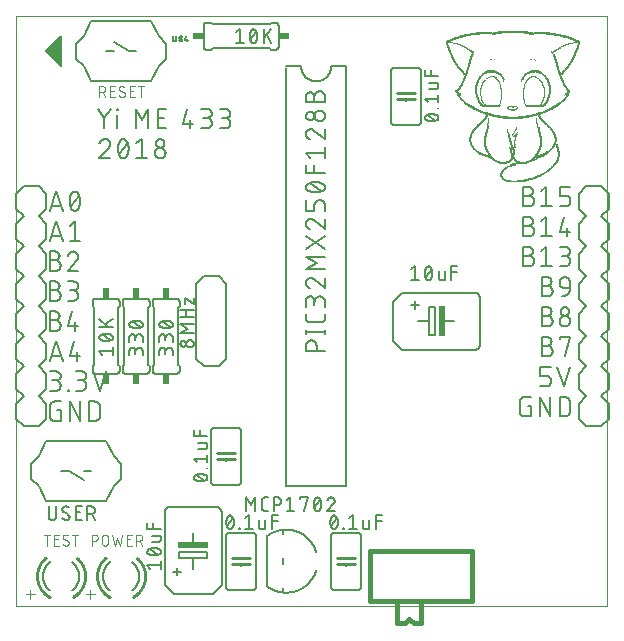
<source format=gto>
G75*
%MOIN*%
%OFA0B0*%
%FSLAX25Y25*%
%IPPOS*%
%LPD*%
%AMOC8*
5,1,8,0,0,1.08239X$1,22.5*
%
%ADD10C,0.00000*%
%ADD11C,0.00600*%
%ADD12C,0.00800*%
%ADD13R,0.03600X0.00100*%
%ADD14R,0.04700X0.00100*%
%ADD15R,0.05700X0.00100*%
%ADD16R,0.06500X0.00100*%
%ADD17R,0.02100X0.00100*%
%ADD18R,0.03100X0.00100*%
%ADD19R,0.01600X0.00100*%
%ADD20R,0.02600X0.00100*%
%ADD21R,0.01200X0.00100*%
%ADD22R,0.02300X0.00100*%
%ADD23R,0.01000X0.00100*%
%ADD24R,0.02000X0.00100*%
%ADD25R,0.00900X0.00100*%
%ADD26R,0.01800X0.00100*%
%ADD27R,0.00800X0.00100*%
%ADD28R,0.01700X0.00100*%
%ADD29R,0.01500X0.00100*%
%ADD30R,0.00700X0.00100*%
%ADD31R,0.00600X0.00100*%
%ADD32R,0.01400X0.00100*%
%ADD33R,0.00500X0.00100*%
%ADD34R,0.00400X0.00100*%
%ADD35R,0.00300X0.00100*%
%ADD36R,0.01300X0.00100*%
%ADD37R,0.01100X0.00100*%
%ADD38R,0.02500X0.00100*%
%ADD39R,0.03700X0.00100*%
%ADD40R,0.02400X0.00100*%
%ADD41R,0.03900X0.00100*%
%ADD42R,0.03200X0.00100*%
%ADD43R,0.04000X0.00100*%
%ADD44R,0.04200X0.00100*%
%ADD45R,0.00200X0.00100*%
%ADD46R,0.02900X0.00100*%
%ADD47R,0.01900X0.00100*%
%ADD48R,0.00100X0.00100*%
%ADD49R,0.05000X0.00100*%
%ADD50R,0.06800X0.00100*%
%ADD51R,0.08300X0.00100*%
%ADD52R,0.09500X0.00100*%
%ADD53R,0.10700X0.00100*%
%ADD54R,0.04300X0.00100*%
%ADD55R,0.03500X0.00100*%
%ADD56R,0.03000X0.00100*%
%ADD57R,0.02800X0.00100*%
%ADD58R,0.02200X0.00100*%
%ADD59R,0.05900X0.00100*%
%ADD60R,0.06000X0.00100*%
%ADD61R,0.06200X0.00100*%
%ADD62R,0.06300X0.00100*%
%ADD63R,0.06400X0.00100*%
%ADD64R,0.06600X0.00100*%
%ADD65R,0.04600X0.00100*%
%ADD66R,0.03300X0.00100*%
%ADD67R,0.04100X0.00100*%
%ADD68R,0.04900X0.00100*%
%ADD69R,0.02700X0.00100*%
%ADD70R,0.08200X0.00100*%
%ADD71R,0.08100X0.00100*%
%ADD72R,0.09400X0.00100*%
%ADD73R,0.05300X0.00100*%
%ADD74R,0.05400X0.00100*%
%ADD75R,0.12600X0.00100*%
%ADD76R,0.11700X0.00100*%
%ADD77R,0.10300X0.00100*%
%ADD78C,0.00400*%
%ADD79C,0.00300*%
%ADD80C,0.01000*%
%ADD81C,0.00500*%
%ADD82R,0.02000X0.10000*%
%ADD83R,0.10000X0.02000*%
%ADD84R,0.02400X0.03400*%
%ADD85R,0.03400X0.02400*%
%ADD86C,0.00700*%
%ADD87C,0.01600*%
D10*
X0001400Y0007548D02*
X0001400Y0204398D01*
X0198250Y0204398D01*
X0198250Y0007548D01*
X0001400Y0007548D01*
D11*
X0010400Y0017548D02*
X0010402Y0017702D01*
X0010408Y0017856D01*
X0010418Y0018010D01*
X0010432Y0018164D01*
X0010449Y0018317D01*
X0010471Y0018469D01*
X0010497Y0018621D01*
X0010526Y0018773D01*
X0010560Y0018923D01*
X0010597Y0019073D01*
X0010638Y0019221D01*
X0010683Y0019369D01*
X0010732Y0019515D01*
X0010784Y0019660D01*
X0010840Y0019803D01*
X0010900Y0019946D01*
X0010963Y0020086D01*
X0011030Y0020225D01*
X0011101Y0020362D01*
X0011175Y0020497D01*
X0011252Y0020630D01*
X0011333Y0020762D01*
X0011417Y0020891D01*
X0011505Y0021018D01*
X0011596Y0021142D01*
X0011689Y0021264D01*
X0011787Y0021384D01*
X0011887Y0021501D01*
X0011990Y0021616D01*
X0012096Y0021728D01*
X0012204Y0021837D01*
X0012316Y0021943D01*
X0012430Y0022047D01*
X0012547Y0022147D01*
X0012666Y0022245D01*
X0012788Y0022339D01*
X0012913Y0022430D01*
X0022400Y0017548D02*
X0022398Y0017396D01*
X0022392Y0017245D01*
X0022383Y0017094D01*
X0022369Y0016942D01*
X0022352Y0016792D01*
X0022331Y0016642D01*
X0022306Y0016492D01*
X0022278Y0016343D01*
X0022245Y0016195D01*
X0022209Y0016048D01*
X0022170Y0015901D01*
X0022126Y0015756D01*
X0022079Y0015612D01*
X0022028Y0015469D01*
X0021974Y0015328D01*
X0021916Y0015187D01*
X0021855Y0015049D01*
X0021790Y0014912D01*
X0021721Y0014776D01*
X0021650Y0014643D01*
X0021575Y0014511D01*
X0021496Y0014381D01*
X0021415Y0014254D01*
X0021330Y0014128D01*
X0021242Y0014004D01*
X0021151Y0013883D01*
X0021057Y0013764D01*
X0020959Y0013648D01*
X0020859Y0013534D01*
X0020757Y0013422D01*
X0020651Y0013314D01*
X0020543Y0013208D01*
X0020432Y0013104D01*
X0020318Y0013004D01*
X0020202Y0012906D01*
X0020083Y0012812D01*
X0022400Y0017548D02*
X0022398Y0017700D01*
X0022392Y0017851D01*
X0022383Y0018002D01*
X0022369Y0018154D01*
X0022352Y0018304D01*
X0022331Y0018454D01*
X0022306Y0018604D01*
X0022278Y0018753D01*
X0022245Y0018901D01*
X0022209Y0019048D01*
X0022170Y0019195D01*
X0022126Y0019340D01*
X0022079Y0019484D01*
X0022028Y0019627D01*
X0021974Y0019768D01*
X0021916Y0019909D01*
X0021855Y0020047D01*
X0021790Y0020184D01*
X0021721Y0020320D01*
X0021650Y0020453D01*
X0021575Y0020585D01*
X0021496Y0020715D01*
X0021415Y0020842D01*
X0021330Y0020968D01*
X0021242Y0021092D01*
X0021151Y0021213D01*
X0021057Y0021332D01*
X0020959Y0021448D01*
X0020859Y0021562D01*
X0020757Y0021674D01*
X0020651Y0021782D01*
X0020543Y0021888D01*
X0020432Y0021992D01*
X0020318Y0022092D01*
X0020202Y0022190D01*
X0020083Y0022284D01*
X0010400Y0017548D02*
X0010402Y0017398D01*
X0010408Y0017247D01*
X0010417Y0017097D01*
X0010430Y0016948D01*
X0010447Y0016798D01*
X0010468Y0016649D01*
X0010492Y0016501D01*
X0010520Y0016353D01*
X0010552Y0016206D01*
X0010587Y0016060D01*
X0010627Y0015915D01*
X0010669Y0015771D01*
X0010716Y0015628D01*
X0010766Y0015486D01*
X0010819Y0015345D01*
X0010876Y0015206D01*
X0010936Y0015068D01*
X0011000Y0014932D01*
X0011067Y0014798D01*
X0011138Y0014665D01*
X0011212Y0014534D01*
X0011289Y0014405D01*
X0011370Y0014278D01*
X0011453Y0014153D01*
X0011540Y0014030D01*
X0011629Y0013909D01*
X0011722Y0013791D01*
X0011818Y0013675D01*
X0011916Y0013561D01*
X0012017Y0013450D01*
X0012122Y0013341D01*
X0012228Y0013236D01*
X0012338Y0013132D01*
X0012450Y0013032D01*
X0012564Y0012934D01*
X0012681Y0012840D01*
X0012800Y0012748D01*
X0030400Y0017548D02*
X0030402Y0017702D01*
X0030408Y0017856D01*
X0030418Y0018010D01*
X0030432Y0018164D01*
X0030449Y0018317D01*
X0030471Y0018469D01*
X0030497Y0018621D01*
X0030526Y0018773D01*
X0030560Y0018923D01*
X0030597Y0019073D01*
X0030638Y0019221D01*
X0030683Y0019369D01*
X0030732Y0019515D01*
X0030784Y0019660D01*
X0030840Y0019803D01*
X0030900Y0019946D01*
X0030963Y0020086D01*
X0031030Y0020225D01*
X0031101Y0020362D01*
X0031175Y0020497D01*
X0031252Y0020630D01*
X0031333Y0020762D01*
X0031417Y0020891D01*
X0031505Y0021018D01*
X0031596Y0021142D01*
X0031689Y0021264D01*
X0031787Y0021384D01*
X0031887Y0021501D01*
X0031990Y0021616D01*
X0032096Y0021728D01*
X0032204Y0021837D01*
X0032316Y0021943D01*
X0032430Y0022047D01*
X0032547Y0022147D01*
X0032666Y0022245D01*
X0032788Y0022339D01*
X0032913Y0022430D01*
X0042400Y0017548D02*
X0042398Y0017396D01*
X0042392Y0017245D01*
X0042383Y0017094D01*
X0042369Y0016942D01*
X0042352Y0016792D01*
X0042331Y0016642D01*
X0042306Y0016492D01*
X0042278Y0016343D01*
X0042245Y0016195D01*
X0042209Y0016048D01*
X0042170Y0015901D01*
X0042126Y0015756D01*
X0042079Y0015612D01*
X0042028Y0015469D01*
X0041974Y0015328D01*
X0041916Y0015187D01*
X0041855Y0015049D01*
X0041790Y0014912D01*
X0041721Y0014776D01*
X0041650Y0014643D01*
X0041575Y0014511D01*
X0041496Y0014381D01*
X0041415Y0014254D01*
X0041330Y0014128D01*
X0041242Y0014004D01*
X0041151Y0013883D01*
X0041057Y0013764D01*
X0040959Y0013648D01*
X0040859Y0013534D01*
X0040757Y0013422D01*
X0040651Y0013314D01*
X0040543Y0013208D01*
X0040432Y0013104D01*
X0040318Y0013004D01*
X0040202Y0012906D01*
X0040083Y0012812D01*
X0042400Y0017548D02*
X0042398Y0017700D01*
X0042392Y0017851D01*
X0042383Y0018002D01*
X0042369Y0018154D01*
X0042352Y0018304D01*
X0042331Y0018454D01*
X0042306Y0018604D01*
X0042278Y0018753D01*
X0042245Y0018901D01*
X0042209Y0019048D01*
X0042170Y0019195D01*
X0042126Y0019340D01*
X0042079Y0019484D01*
X0042028Y0019627D01*
X0041974Y0019768D01*
X0041916Y0019909D01*
X0041855Y0020047D01*
X0041790Y0020184D01*
X0041721Y0020320D01*
X0041650Y0020453D01*
X0041575Y0020585D01*
X0041496Y0020715D01*
X0041415Y0020842D01*
X0041330Y0020968D01*
X0041242Y0021092D01*
X0041151Y0021213D01*
X0041057Y0021332D01*
X0040959Y0021448D01*
X0040859Y0021562D01*
X0040757Y0021674D01*
X0040651Y0021782D01*
X0040543Y0021888D01*
X0040432Y0021992D01*
X0040318Y0022092D01*
X0040202Y0022190D01*
X0040083Y0022284D01*
X0030400Y0017548D02*
X0030402Y0017398D01*
X0030408Y0017247D01*
X0030417Y0017097D01*
X0030430Y0016948D01*
X0030447Y0016798D01*
X0030468Y0016649D01*
X0030492Y0016501D01*
X0030520Y0016353D01*
X0030552Y0016206D01*
X0030587Y0016060D01*
X0030627Y0015915D01*
X0030669Y0015771D01*
X0030716Y0015628D01*
X0030766Y0015486D01*
X0030819Y0015345D01*
X0030876Y0015206D01*
X0030936Y0015068D01*
X0031000Y0014932D01*
X0031067Y0014798D01*
X0031138Y0014665D01*
X0031212Y0014534D01*
X0031289Y0014405D01*
X0031370Y0014278D01*
X0031453Y0014153D01*
X0031540Y0014030D01*
X0031629Y0013909D01*
X0031722Y0013791D01*
X0031818Y0013675D01*
X0031916Y0013561D01*
X0032017Y0013450D01*
X0032122Y0013341D01*
X0032228Y0013236D01*
X0032338Y0013132D01*
X0032450Y0013032D01*
X0032564Y0012934D01*
X0032681Y0012840D01*
X0032800Y0012748D01*
X0050900Y0014548D02*
X0053900Y0011548D01*
X0066900Y0011548D01*
X0069900Y0014548D01*
X0069900Y0039048D01*
X0069898Y0039124D01*
X0069892Y0039200D01*
X0069883Y0039275D01*
X0069869Y0039350D01*
X0069852Y0039424D01*
X0069831Y0039497D01*
X0069807Y0039569D01*
X0069778Y0039640D01*
X0069747Y0039709D01*
X0069712Y0039776D01*
X0069673Y0039841D01*
X0069631Y0039905D01*
X0069586Y0039966D01*
X0069538Y0040025D01*
X0069487Y0040081D01*
X0069433Y0040135D01*
X0069377Y0040186D01*
X0069318Y0040234D01*
X0069257Y0040279D01*
X0069193Y0040321D01*
X0069128Y0040360D01*
X0069061Y0040395D01*
X0068992Y0040426D01*
X0068921Y0040455D01*
X0068849Y0040479D01*
X0068776Y0040500D01*
X0068702Y0040517D01*
X0068627Y0040531D01*
X0068552Y0040540D01*
X0068476Y0040546D01*
X0068400Y0040548D01*
X0052400Y0040548D01*
X0052324Y0040546D01*
X0052248Y0040540D01*
X0052173Y0040531D01*
X0052098Y0040517D01*
X0052024Y0040500D01*
X0051951Y0040479D01*
X0051879Y0040455D01*
X0051808Y0040426D01*
X0051739Y0040395D01*
X0051672Y0040360D01*
X0051607Y0040321D01*
X0051543Y0040279D01*
X0051482Y0040234D01*
X0051423Y0040186D01*
X0051367Y0040135D01*
X0051313Y0040081D01*
X0051262Y0040025D01*
X0051214Y0039966D01*
X0051169Y0039905D01*
X0051127Y0039841D01*
X0051088Y0039776D01*
X0051053Y0039709D01*
X0051022Y0039640D01*
X0050993Y0039569D01*
X0050969Y0039497D01*
X0050948Y0039424D01*
X0050931Y0039350D01*
X0050917Y0039275D01*
X0050908Y0039200D01*
X0050902Y0039124D01*
X0050900Y0039048D01*
X0050900Y0014548D01*
X0055000Y0017748D02*
X0055000Y0020348D01*
X0053800Y0019048D02*
X0056300Y0019048D01*
X0060400Y0020048D02*
X0060400Y0023548D01*
X0055600Y0023548D01*
X0055600Y0025548D01*
X0065200Y0025548D01*
X0065200Y0023548D01*
X0060400Y0023548D01*
X0060400Y0028548D02*
X0060400Y0032048D01*
X0071400Y0031048D02*
X0071400Y0014048D01*
X0071402Y0013988D01*
X0071407Y0013927D01*
X0071416Y0013868D01*
X0071429Y0013809D01*
X0071445Y0013750D01*
X0071465Y0013693D01*
X0071488Y0013638D01*
X0071515Y0013583D01*
X0071544Y0013531D01*
X0071577Y0013480D01*
X0071613Y0013431D01*
X0071651Y0013385D01*
X0071693Y0013341D01*
X0071737Y0013299D01*
X0071783Y0013261D01*
X0071832Y0013225D01*
X0071883Y0013192D01*
X0071935Y0013163D01*
X0071990Y0013136D01*
X0072045Y0013113D01*
X0072102Y0013093D01*
X0072161Y0013077D01*
X0072220Y0013064D01*
X0072279Y0013055D01*
X0072340Y0013050D01*
X0072400Y0013048D01*
X0080400Y0013048D01*
X0080460Y0013050D01*
X0080521Y0013055D01*
X0080580Y0013064D01*
X0080639Y0013077D01*
X0080698Y0013093D01*
X0080755Y0013113D01*
X0080810Y0013136D01*
X0080865Y0013163D01*
X0080917Y0013192D01*
X0080968Y0013225D01*
X0081017Y0013261D01*
X0081063Y0013299D01*
X0081107Y0013341D01*
X0081149Y0013385D01*
X0081187Y0013431D01*
X0081223Y0013480D01*
X0081256Y0013531D01*
X0081285Y0013583D01*
X0081312Y0013638D01*
X0081335Y0013693D01*
X0081355Y0013750D01*
X0081371Y0013809D01*
X0081384Y0013868D01*
X0081393Y0013927D01*
X0081398Y0013988D01*
X0081400Y0014048D01*
X0081400Y0031048D01*
X0081398Y0031108D01*
X0081393Y0031169D01*
X0081384Y0031228D01*
X0081371Y0031287D01*
X0081355Y0031346D01*
X0081335Y0031403D01*
X0081312Y0031458D01*
X0081285Y0031513D01*
X0081256Y0031565D01*
X0081223Y0031616D01*
X0081187Y0031665D01*
X0081149Y0031711D01*
X0081107Y0031755D01*
X0081063Y0031797D01*
X0081017Y0031835D01*
X0080968Y0031871D01*
X0080917Y0031904D01*
X0080865Y0031933D01*
X0080810Y0031960D01*
X0080755Y0031983D01*
X0080698Y0032003D01*
X0080639Y0032019D01*
X0080580Y0032032D01*
X0080521Y0032041D01*
X0080460Y0032046D01*
X0080400Y0032048D01*
X0072400Y0032048D01*
X0072340Y0032046D01*
X0072279Y0032041D01*
X0072220Y0032032D01*
X0072161Y0032019D01*
X0072102Y0032003D01*
X0072045Y0031983D01*
X0071990Y0031960D01*
X0071935Y0031933D01*
X0071883Y0031904D01*
X0071832Y0031871D01*
X0071783Y0031835D01*
X0071737Y0031797D01*
X0071693Y0031755D01*
X0071651Y0031711D01*
X0071613Y0031665D01*
X0071577Y0031616D01*
X0071544Y0031565D01*
X0071515Y0031513D01*
X0071488Y0031458D01*
X0071465Y0031403D01*
X0071445Y0031346D01*
X0071429Y0031287D01*
X0071416Y0031228D01*
X0071407Y0031169D01*
X0071402Y0031108D01*
X0071400Y0031048D01*
X0076400Y0024048D02*
X0076400Y0023548D01*
X0076400Y0021548D02*
X0076400Y0021048D01*
X0075400Y0048048D02*
X0067400Y0048048D01*
X0067340Y0048050D01*
X0067279Y0048055D01*
X0067220Y0048064D01*
X0067161Y0048077D01*
X0067102Y0048093D01*
X0067045Y0048113D01*
X0066990Y0048136D01*
X0066935Y0048163D01*
X0066883Y0048192D01*
X0066832Y0048225D01*
X0066783Y0048261D01*
X0066737Y0048299D01*
X0066693Y0048341D01*
X0066651Y0048385D01*
X0066613Y0048431D01*
X0066577Y0048480D01*
X0066544Y0048531D01*
X0066515Y0048583D01*
X0066488Y0048638D01*
X0066465Y0048693D01*
X0066445Y0048750D01*
X0066429Y0048809D01*
X0066416Y0048868D01*
X0066407Y0048927D01*
X0066402Y0048988D01*
X0066400Y0049048D01*
X0066400Y0066048D01*
X0066402Y0066108D01*
X0066407Y0066169D01*
X0066416Y0066228D01*
X0066429Y0066287D01*
X0066445Y0066346D01*
X0066465Y0066403D01*
X0066488Y0066458D01*
X0066515Y0066513D01*
X0066544Y0066565D01*
X0066577Y0066616D01*
X0066613Y0066665D01*
X0066651Y0066711D01*
X0066693Y0066755D01*
X0066737Y0066797D01*
X0066783Y0066835D01*
X0066832Y0066871D01*
X0066883Y0066904D01*
X0066935Y0066933D01*
X0066990Y0066960D01*
X0067045Y0066983D01*
X0067102Y0067003D01*
X0067161Y0067019D01*
X0067220Y0067032D01*
X0067279Y0067041D01*
X0067340Y0067046D01*
X0067400Y0067048D01*
X0075400Y0067048D01*
X0075460Y0067046D01*
X0075521Y0067041D01*
X0075580Y0067032D01*
X0075639Y0067019D01*
X0075698Y0067003D01*
X0075755Y0066983D01*
X0075810Y0066960D01*
X0075865Y0066933D01*
X0075917Y0066904D01*
X0075968Y0066871D01*
X0076017Y0066835D01*
X0076063Y0066797D01*
X0076107Y0066755D01*
X0076149Y0066711D01*
X0076187Y0066665D01*
X0076223Y0066616D01*
X0076256Y0066565D01*
X0076285Y0066513D01*
X0076312Y0066458D01*
X0076335Y0066403D01*
X0076355Y0066346D01*
X0076371Y0066287D01*
X0076384Y0066228D01*
X0076393Y0066169D01*
X0076398Y0066108D01*
X0076400Y0066048D01*
X0076400Y0049048D01*
X0076398Y0048988D01*
X0076393Y0048927D01*
X0076384Y0048868D01*
X0076371Y0048809D01*
X0076355Y0048750D01*
X0076335Y0048693D01*
X0076312Y0048638D01*
X0076285Y0048583D01*
X0076256Y0048531D01*
X0076223Y0048480D01*
X0076187Y0048431D01*
X0076149Y0048385D01*
X0076107Y0048341D01*
X0076063Y0048299D01*
X0076017Y0048261D01*
X0075968Y0048225D01*
X0075917Y0048192D01*
X0075865Y0048163D01*
X0075810Y0048136D01*
X0075755Y0048113D01*
X0075698Y0048093D01*
X0075639Y0048077D01*
X0075580Y0048064D01*
X0075521Y0048055D01*
X0075460Y0048050D01*
X0075400Y0048048D01*
X0071400Y0056048D02*
X0071400Y0056548D01*
X0071400Y0058548D02*
X0071400Y0059048D01*
X0091400Y0047548D02*
X0091400Y0187048D01*
X0091400Y0187548D02*
X0096400Y0187548D01*
X0096402Y0187408D01*
X0096408Y0187268D01*
X0096418Y0187128D01*
X0096431Y0186988D01*
X0096449Y0186849D01*
X0096471Y0186710D01*
X0096496Y0186573D01*
X0096525Y0186435D01*
X0096558Y0186299D01*
X0096595Y0186164D01*
X0096636Y0186030D01*
X0096681Y0185897D01*
X0096729Y0185765D01*
X0096781Y0185635D01*
X0096836Y0185506D01*
X0096895Y0185379D01*
X0096958Y0185253D01*
X0097024Y0185129D01*
X0097093Y0185008D01*
X0097166Y0184888D01*
X0097243Y0184770D01*
X0097322Y0184655D01*
X0097405Y0184541D01*
X0097491Y0184431D01*
X0097580Y0184322D01*
X0097672Y0184216D01*
X0097767Y0184113D01*
X0097864Y0184012D01*
X0097965Y0183915D01*
X0098068Y0183820D01*
X0098174Y0183728D01*
X0098283Y0183639D01*
X0098393Y0183553D01*
X0098507Y0183470D01*
X0098622Y0183391D01*
X0098740Y0183314D01*
X0098860Y0183241D01*
X0098981Y0183172D01*
X0099105Y0183106D01*
X0099231Y0183043D01*
X0099358Y0182984D01*
X0099487Y0182929D01*
X0099617Y0182877D01*
X0099749Y0182829D01*
X0099882Y0182784D01*
X0100016Y0182743D01*
X0100151Y0182706D01*
X0100287Y0182673D01*
X0100425Y0182644D01*
X0100562Y0182619D01*
X0100701Y0182597D01*
X0100840Y0182579D01*
X0100980Y0182566D01*
X0101120Y0182556D01*
X0101260Y0182550D01*
X0101400Y0182548D01*
X0101540Y0182550D01*
X0101680Y0182556D01*
X0101820Y0182566D01*
X0101960Y0182579D01*
X0102099Y0182597D01*
X0102238Y0182619D01*
X0102375Y0182644D01*
X0102513Y0182673D01*
X0102649Y0182706D01*
X0102784Y0182743D01*
X0102918Y0182784D01*
X0103051Y0182829D01*
X0103183Y0182877D01*
X0103313Y0182929D01*
X0103442Y0182984D01*
X0103569Y0183043D01*
X0103695Y0183106D01*
X0103819Y0183172D01*
X0103940Y0183241D01*
X0104060Y0183314D01*
X0104178Y0183391D01*
X0104293Y0183470D01*
X0104407Y0183553D01*
X0104517Y0183639D01*
X0104626Y0183728D01*
X0104732Y0183820D01*
X0104835Y0183915D01*
X0104936Y0184012D01*
X0105033Y0184113D01*
X0105128Y0184216D01*
X0105220Y0184322D01*
X0105309Y0184431D01*
X0105395Y0184541D01*
X0105478Y0184655D01*
X0105557Y0184770D01*
X0105634Y0184888D01*
X0105707Y0185008D01*
X0105776Y0185129D01*
X0105842Y0185253D01*
X0105905Y0185379D01*
X0105964Y0185506D01*
X0106019Y0185635D01*
X0106071Y0185765D01*
X0106119Y0185897D01*
X0106164Y0186030D01*
X0106205Y0186164D01*
X0106242Y0186299D01*
X0106275Y0186435D01*
X0106304Y0186573D01*
X0106329Y0186710D01*
X0106351Y0186849D01*
X0106369Y0186988D01*
X0106382Y0187128D01*
X0106392Y0187268D01*
X0106398Y0187408D01*
X0106400Y0187548D01*
X0111400Y0187548D01*
X0111400Y0047548D01*
X0091400Y0047548D01*
X0107400Y0032048D02*
X0115400Y0032048D01*
X0115460Y0032046D01*
X0115521Y0032041D01*
X0115580Y0032032D01*
X0115639Y0032019D01*
X0115698Y0032003D01*
X0115755Y0031983D01*
X0115810Y0031960D01*
X0115865Y0031933D01*
X0115917Y0031904D01*
X0115968Y0031871D01*
X0116017Y0031835D01*
X0116063Y0031797D01*
X0116107Y0031755D01*
X0116149Y0031711D01*
X0116187Y0031665D01*
X0116223Y0031616D01*
X0116256Y0031565D01*
X0116285Y0031513D01*
X0116312Y0031458D01*
X0116335Y0031403D01*
X0116355Y0031346D01*
X0116371Y0031287D01*
X0116384Y0031228D01*
X0116393Y0031169D01*
X0116398Y0031108D01*
X0116400Y0031048D01*
X0116400Y0014048D01*
X0116398Y0013988D01*
X0116393Y0013927D01*
X0116384Y0013868D01*
X0116371Y0013809D01*
X0116355Y0013750D01*
X0116335Y0013693D01*
X0116312Y0013638D01*
X0116285Y0013583D01*
X0116256Y0013531D01*
X0116223Y0013480D01*
X0116187Y0013431D01*
X0116149Y0013385D01*
X0116107Y0013341D01*
X0116063Y0013299D01*
X0116017Y0013261D01*
X0115968Y0013225D01*
X0115917Y0013192D01*
X0115865Y0013163D01*
X0115810Y0013136D01*
X0115755Y0013113D01*
X0115698Y0013093D01*
X0115639Y0013077D01*
X0115580Y0013064D01*
X0115521Y0013055D01*
X0115460Y0013050D01*
X0115400Y0013048D01*
X0107400Y0013048D01*
X0107340Y0013050D01*
X0107279Y0013055D01*
X0107220Y0013064D01*
X0107161Y0013077D01*
X0107102Y0013093D01*
X0107045Y0013113D01*
X0106990Y0013136D01*
X0106935Y0013163D01*
X0106883Y0013192D01*
X0106832Y0013225D01*
X0106783Y0013261D01*
X0106737Y0013299D01*
X0106693Y0013341D01*
X0106651Y0013385D01*
X0106613Y0013431D01*
X0106577Y0013480D01*
X0106544Y0013531D01*
X0106515Y0013583D01*
X0106488Y0013638D01*
X0106465Y0013693D01*
X0106445Y0013750D01*
X0106429Y0013809D01*
X0106416Y0013868D01*
X0106407Y0013927D01*
X0106402Y0013988D01*
X0106400Y0014048D01*
X0106400Y0031048D01*
X0106402Y0031108D01*
X0106407Y0031169D01*
X0106416Y0031228D01*
X0106429Y0031287D01*
X0106445Y0031346D01*
X0106465Y0031403D01*
X0106488Y0031458D01*
X0106515Y0031513D01*
X0106544Y0031565D01*
X0106577Y0031616D01*
X0106613Y0031665D01*
X0106651Y0031711D01*
X0106693Y0031755D01*
X0106737Y0031797D01*
X0106783Y0031835D01*
X0106832Y0031871D01*
X0106883Y0031904D01*
X0106935Y0031933D01*
X0106990Y0031960D01*
X0107045Y0031983D01*
X0107102Y0032003D01*
X0107161Y0032019D01*
X0107220Y0032032D01*
X0107279Y0032041D01*
X0107340Y0032046D01*
X0107400Y0032048D01*
X0111400Y0024048D02*
X0111400Y0023548D01*
X0111400Y0021548D02*
X0111400Y0021048D01*
X0169416Y0072270D02*
X0169416Y0075826D01*
X0169418Y0075900D01*
X0169424Y0075975D01*
X0169434Y0076048D01*
X0169447Y0076122D01*
X0169464Y0076194D01*
X0169486Y0076265D01*
X0169510Y0076336D01*
X0169539Y0076404D01*
X0169571Y0076472D01*
X0169607Y0076537D01*
X0169645Y0076600D01*
X0169688Y0076662D01*
X0169733Y0076721D01*
X0169781Y0076777D01*
X0169832Y0076832D01*
X0169886Y0076883D01*
X0169943Y0076931D01*
X0170002Y0076976D01*
X0170064Y0077019D01*
X0170127Y0077057D01*
X0170192Y0077093D01*
X0170260Y0077125D01*
X0170328Y0077154D01*
X0170399Y0077178D01*
X0170470Y0077200D01*
X0170542Y0077217D01*
X0170616Y0077230D01*
X0170689Y0077240D01*
X0170764Y0077246D01*
X0170838Y0077248D01*
X0172971Y0077248D01*
X0172971Y0074404D02*
X0171905Y0074404D01*
X0172971Y0074404D02*
X0172971Y0070848D01*
X0170838Y0070848D01*
X0170764Y0070850D01*
X0170689Y0070856D01*
X0170616Y0070866D01*
X0170542Y0070879D01*
X0170470Y0070896D01*
X0170399Y0070918D01*
X0170328Y0070942D01*
X0170260Y0070971D01*
X0170192Y0071003D01*
X0170127Y0071039D01*
X0170064Y0071077D01*
X0170002Y0071120D01*
X0169943Y0071165D01*
X0169886Y0071213D01*
X0169832Y0071264D01*
X0169781Y0071318D01*
X0169733Y0071375D01*
X0169688Y0071434D01*
X0169645Y0071496D01*
X0169607Y0071559D01*
X0169571Y0071624D01*
X0169539Y0071692D01*
X0169510Y0071760D01*
X0169486Y0071831D01*
X0169464Y0071902D01*
X0169447Y0071974D01*
X0169434Y0072048D01*
X0169424Y0072121D01*
X0169418Y0072196D01*
X0169416Y0072270D01*
X0175980Y0070848D02*
X0175980Y0077248D01*
X0179536Y0070848D01*
X0179536Y0077248D01*
X0182544Y0077248D02*
X0184322Y0077248D01*
X0182544Y0077248D02*
X0182544Y0070848D01*
X0184322Y0070848D01*
X0184404Y0070850D01*
X0184486Y0070856D01*
X0184568Y0070865D01*
X0184649Y0070878D01*
X0184729Y0070895D01*
X0184809Y0070916D01*
X0184887Y0070940D01*
X0184964Y0070968D01*
X0185040Y0070999D01*
X0185115Y0071034D01*
X0185187Y0071073D01*
X0185258Y0071114D01*
X0185327Y0071159D01*
X0185393Y0071207D01*
X0185458Y0071258D01*
X0185520Y0071312D01*
X0185579Y0071369D01*
X0185636Y0071428D01*
X0185690Y0071490D01*
X0185741Y0071555D01*
X0185789Y0071621D01*
X0185834Y0071690D01*
X0185875Y0071761D01*
X0185914Y0071833D01*
X0185949Y0071908D01*
X0185980Y0071984D01*
X0186008Y0072061D01*
X0186032Y0072139D01*
X0186053Y0072219D01*
X0186070Y0072299D01*
X0186083Y0072380D01*
X0186092Y0072462D01*
X0186098Y0072544D01*
X0186100Y0072626D01*
X0186100Y0075470D01*
X0186098Y0075552D01*
X0186092Y0075634D01*
X0186083Y0075716D01*
X0186070Y0075797D01*
X0186053Y0075877D01*
X0186032Y0075957D01*
X0186008Y0076035D01*
X0185980Y0076112D01*
X0185949Y0076188D01*
X0185914Y0076263D01*
X0185875Y0076335D01*
X0185834Y0076406D01*
X0185789Y0076475D01*
X0185741Y0076541D01*
X0185690Y0076606D01*
X0185636Y0076668D01*
X0185579Y0076727D01*
X0185520Y0076784D01*
X0185458Y0076838D01*
X0185393Y0076889D01*
X0185327Y0076937D01*
X0185258Y0076982D01*
X0185187Y0077023D01*
X0185115Y0077062D01*
X0185040Y0077097D01*
X0184964Y0077128D01*
X0184887Y0077156D01*
X0184809Y0077180D01*
X0184729Y0077201D01*
X0184649Y0077218D01*
X0184568Y0077231D01*
X0184486Y0077240D01*
X0184404Y0077246D01*
X0184322Y0077248D01*
X0183967Y0080848D02*
X0186100Y0087248D01*
X0184322Y0090848D02*
X0186100Y0097248D01*
X0182544Y0097248D01*
X0182544Y0096537D01*
X0178456Y0097248D02*
X0176679Y0097248D01*
X0176679Y0090848D01*
X0178456Y0090848D01*
X0178539Y0090850D01*
X0178622Y0090856D01*
X0178705Y0090866D01*
X0178788Y0090879D01*
X0178869Y0090897D01*
X0178950Y0090918D01*
X0179029Y0090943D01*
X0179107Y0090972D01*
X0179184Y0091004D01*
X0179259Y0091040D01*
X0179333Y0091079D01*
X0179404Y0091122D01*
X0179474Y0091168D01*
X0179541Y0091218D01*
X0179606Y0091270D01*
X0179668Y0091325D01*
X0179728Y0091384D01*
X0179785Y0091445D01*
X0179839Y0091508D01*
X0179890Y0091574D01*
X0179937Y0091643D01*
X0179982Y0091713D01*
X0180023Y0091786D01*
X0180060Y0091860D01*
X0180095Y0091936D01*
X0180125Y0092014D01*
X0180152Y0092092D01*
X0180175Y0092173D01*
X0180195Y0092254D01*
X0180210Y0092336D01*
X0180222Y0092418D01*
X0180230Y0092501D01*
X0180234Y0092584D01*
X0180234Y0092668D01*
X0180230Y0092751D01*
X0180222Y0092834D01*
X0180210Y0092916D01*
X0180195Y0092998D01*
X0180175Y0093079D01*
X0180152Y0093160D01*
X0180125Y0093238D01*
X0180095Y0093316D01*
X0180060Y0093392D01*
X0180023Y0093466D01*
X0179982Y0093539D01*
X0179937Y0093609D01*
X0179890Y0093678D01*
X0179839Y0093744D01*
X0179785Y0093807D01*
X0179728Y0093868D01*
X0179668Y0093927D01*
X0179606Y0093982D01*
X0179541Y0094034D01*
X0179474Y0094084D01*
X0179404Y0094130D01*
X0179333Y0094173D01*
X0179259Y0094212D01*
X0179184Y0094248D01*
X0179107Y0094280D01*
X0179029Y0094309D01*
X0178950Y0094334D01*
X0178869Y0094355D01*
X0178788Y0094373D01*
X0178705Y0094386D01*
X0178622Y0094396D01*
X0178539Y0094402D01*
X0178456Y0094404D01*
X0176679Y0094404D01*
X0178456Y0094404D02*
X0178530Y0094406D01*
X0178605Y0094412D01*
X0178678Y0094422D01*
X0178752Y0094435D01*
X0178824Y0094452D01*
X0178895Y0094474D01*
X0178966Y0094498D01*
X0179034Y0094527D01*
X0179102Y0094559D01*
X0179167Y0094595D01*
X0179230Y0094633D01*
X0179292Y0094676D01*
X0179351Y0094721D01*
X0179408Y0094769D01*
X0179462Y0094820D01*
X0179513Y0094874D01*
X0179561Y0094931D01*
X0179606Y0094990D01*
X0179649Y0095052D01*
X0179687Y0095115D01*
X0179723Y0095180D01*
X0179755Y0095248D01*
X0179784Y0095316D01*
X0179808Y0095387D01*
X0179830Y0095458D01*
X0179847Y0095530D01*
X0179860Y0095604D01*
X0179870Y0095677D01*
X0179876Y0095752D01*
X0179878Y0095826D01*
X0179876Y0095900D01*
X0179870Y0095975D01*
X0179860Y0096048D01*
X0179847Y0096122D01*
X0179830Y0096194D01*
X0179808Y0096265D01*
X0179784Y0096336D01*
X0179755Y0096404D01*
X0179723Y0096472D01*
X0179687Y0096537D01*
X0179649Y0096600D01*
X0179606Y0096662D01*
X0179561Y0096721D01*
X0179513Y0096778D01*
X0179462Y0096832D01*
X0179408Y0096883D01*
X0179351Y0096931D01*
X0179292Y0096976D01*
X0179230Y0097019D01*
X0179167Y0097057D01*
X0179102Y0097093D01*
X0179034Y0097125D01*
X0178966Y0097154D01*
X0178895Y0097178D01*
X0178824Y0097200D01*
X0178752Y0097217D01*
X0178678Y0097230D01*
X0178605Y0097240D01*
X0178530Y0097246D01*
X0178456Y0097248D01*
X0178456Y0100848D02*
X0176679Y0100848D01*
X0176679Y0107248D01*
X0178456Y0107248D01*
X0178530Y0107246D01*
X0178605Y0107240D01*
X0178678Y0107230D01*
X0178752Y0107217D01*
X0178824Y0107200D01*
X0178895Y0107178D01*
X0178966Y0107154D01*
X0179034Y0107125D01*
X0179102Y0107093D01*
X0179167Y0107057D01*
X0179230Y0107019D01*
X0179292Y0106976D01*
X0179351Y0106931D01*
X0179408Y0106883D01*
X0179462Y0106832D01*
X0179513Y0106778D01*
X0179561Y0106721D01*
X0179606Y0106662D01*
X0179649Y0106600D01*
X0179687Y0106537D01*
X0179723Y0106472D01*
X0179755Y0106404D01*
X0179784Y0106336D01*
X0179808Y0106265D01*
X0179830Y0106194D01*
X0179847Y0106122D01*
X0179860Y0106048D01*
X0179870Y0105975D01*
X0179876Y0105900D01*
X0179878Y0105826D01*
X0179876Y0105752D01*
X0179870Y0105677D01*
X0179860Y0105604D01*
X0179847Y0105530D01*
X0179830Y0105458D01*
X0179808Y0105387D01*
X0179784Y0105316D01*
X0179755Y0105248D01*
X0179723Y0105180D01*
X0179687Y0105115D01*
X0179649Y0105052D01*
X0179606Y0104990D01*
X0179561Y0104931D01*
X0179513Y0104874D01*
X0179462Y0104820D01*
X0179408Y0104769D01*
X0179351Y0104721D01*
X0179292Y0104676D01*
X0179230Y0104633D01*
X0179167Y0104595D01*
X0179102Y0104559D01*
X0179034Y0104527D01*
X0178966Y0104498D01*
X0178895Y0104474D01*
X0178824Y0104452D01*
X0178752Y0104435D01*
X0178678Y0104422D01*
X0178605Y0104412D01*
X0178530Y0104406D01*
X0178456Y0104404D01*
X0176679Y0104404D01*
X0178456Y0104404D02*
X0178539Y0104402D01*
X0178622Y0104396D01*
X0178705Y0104386D01*
X0178788Y0104373D01*
X0178869Y0104355D01*
X0178950Y0104334D01*
X0179029Y0104309D01*
X0179107Y0104280D01*
X0179184Y0104248D01*
X0179259Y0104212D01*
X0179333Y0104173D01*
X0179404Y0104130D01*
X0179474Y0104084D01*
X0179541Y0104034D01*
X0179606Y0103982D01*
X0179668Y0103927D01*
X0179728Y0103868D01*
X0179785Y0103807D01*
X0179839Y0103744D01*
X0179890Y0103678D01*
X0179937Y0103609D01*
X0179982Y0103539D01*
X0180023Y0103466D01*
X0180060Y0103392D01*
X0180095Y0103316D01*
X0180125Y0103238D01*
X0180152Y0103160D01*
X0180175Y0103079D01*
X0180195Y0102998D01*
X0180210Y0102916D01*
X0180222Y0102834D01*
X0180230Y0102751D01*
X0180234Y0102668D01*
X0180234Y0102584D01*
X0180230Y0102501D01*
X0180222Y0102418D01*
X0180210Y0102336D01*
X0180195Y0102254D01*
X0180175Y0102173D01*
X0180152Y0102092D01*
X0180125Y0102014D01*
X0180095Y0101936D01*
X0180060Y0101860D01*
X0180023Y0101786D01*
X0179982Y0101713D01*
X0179937Y0101643D01*
X0179890Y0101574D01*
X0179839Y0101508D01*
X0179785Y0101445D01*
X0179728Y0101384D01*
X0179668Y0101325D01*
X0179606Y0101270D01*
X0179541Y0101218D01*
X0179474Y0101168D01*
X0179404Y0101122D01*
X0179333Y0101079D01*
X0179259Y0101040D01*
X0179184Y0101004D01*
X0179107Y0100972D01*
X0179029Y0100943D01*
X0178950Y0100918D01*
X0178869Y0100897D01*
X0178788Y0100879D01*
X0178705Y0100866D01*
X0178622Y0100856D01*
X0178539Y0100850D01*
X0178456Y0100848D01*
X0182544Y0102626D02*
X0182546Y0102543D01*
X0182552Y0102460D01*
X0182562Y0102377D01*
X0182575Y0102294D01*
X0182593Y0102213D01*
X0182614Y0102132D01*
X0182639Y0102053D01*
X0182668Y0101975D01*
X0182700Y0101898D01*
X0182736Y0101823D01*
X0182775Y0101749D01*
X0182818Y0101678D01*
X0182864Y0101608D01*
X0182914Y0101541D01*
X0182966Y0101476D01*
X0183021Y0101414D01*
X0183080Y0101354D01*
X0183141Y0101297D01*
X0183204Y0101243D01*
X0183270Y0101192D01*
X0183339Y0101145D01*
X0183409Y0101100D01*
X0183482Y0101059D01*
X0183556Y0101022D01*
X0183632Y0100987D01*
X0183710Y0100957D01*
X0183788Y0100930D01*
X0183869Y0100907D01*
X0183950Y0100887D01*
X0184032Y0100872D01*
X0184114Y0100860D01*
X0184197Y0100852D01*
X0184280Y0100848D01*
X0184364Y0100848D01*
X0184447Y0100852D01*
X0184530Y0100860D01*
X0184612Y0100872D01*
X0184694Y0100887D01*
X0184775Y0100907D01*
X0184856Y0100930D01*
X0184934Y0100957D01*
X0185012Y0100987D01*
X0185088Y0101022D01*
X0185162Y0101059D01*
X0185235Y0101100D01*
X0185305Y0101145D01*
X0185374Y0101192D01*
X0185440Y0101243D01*
X0185503Y0101297D01*
X0185564Y0101354D01*
X0185623Y0101414D01*
X0185678Y0101476D01*
X0185730Y0101541D01*
X0185780Y0101608D01*
X0185826Y0101678D01*
X0185869Y0101749D01*
X0185908Y0101823D01*
X0185944Y0101898D01*
X0185976Y0101975D01*
X0186005Y0102053D01*
X0186030Y0102132D01*
X0186051Y0102213D01*
X0186069Y0102294D01*
X0186082Y0102377D01*
X0186092Y0102460D01*
X0186098Y0102543D01*
X0186100Y0102626D01*
X0186098Y0102709D01*
X0186092Y0102792D01*
X0186082Y0102875D01*
X0186069Y0102958D01*
X0186051Y0103039D01*
X0186030Y0103120D01*
X0186005Y0103199D01*
X0185976Y0103277D01*
X0185944Y0103354D01*
X0185908Y0103429D01*
X0185869Y0103503D01*
X0185826Y0103574D01*
X0185780Y0103644D01*
X0185730Y0103711D01*
X0185678Y0103776D01*
X0185623Y0103838D01*
X0185564Y0103898D01*
X0185503Y0103955D01*
X0185440Y0104009D01*
X0185374Y0104060D01*
X0185305Y0104107D01*
X0185235Y0104152D01*
X0185162Y0104193D01*
X0185088Y0104230D01*
X0185012Y0104265D01*
X0184934Y0104295D01*
X0184856Y0104322D01*
X0184775Y0104345D01*
X0184694Y0104365D01*
X0184612Y0104380D01*
X0184530Y0104392D01*
X0184447Y0104400D01*
X0184364Y0104404D01*
X0184280Y0104404D01*
X0184197Y0104400D01*
X0184114Y0104392D01*
X0184032Y0104380D01*
X0183950Y0104365D01*
X0183869Y0104345D01*
X0183788Y0104322D01*
X0183710Y0104295D01*
X0183632Y0104265D01*
X0183556Y0104230D01*
X0183482Y0104193D01*
X0183409Y0104152D01*
X0183339Y0104107D01*
X0183270Y0104060D01*
X0183204Y0104009D01*
X0183141Y0103955D01*
X0183080Y0103898D01*
X0183021Y0103838D01*
X0182966Y0103776D01*
X0182914Y0103711D01*
X0182864Y0103644D01*
X0182818Y0103574D01*
X0182775Y0103503D01*
X0182736Y0103429D01*
X0182700Y0103354D01*
X0182668Y0103277D01*
X0182639Y0103199D01*
X0182614Y0103120D01*
X0182593Y0103039D01*
X0182575Y0102958D01*
X0182562Y0102875D01*
X0182552Y0102792D01*
X0182546Y0102709D01*
X0182544Y0102626D01*
X0182900Y0105826D02*
X0182902Y0105752D01*
X0182908Y0105677D01*
X0182918Y0105604D01*
X0182931Y0105530D01*
X0182948Y0105458D01*
X0182970Y0105387D01*
X0182994Y0105316D01*
X0183023Y0105248D01*
X0183055Y0105180D01*
X0183091Y0105115D01*
X0183129Y0105052D01*
X0183172Y0104990D01*
X0183217Y0104931D01*
X0183265Y0104874D01*
X0183316Y0104820D01*
X0183370Y0104769D01*
X0183427Y0104721D01*
X0183486Y0104676D01*
X0183548Y0104633D01*
X0183611Y0104595D01*
X0183676Y0104559D01*
X0183744Y0104527D01*
X0183812Y0104498D01*
X0183883Y0104474D01*
X0183954Y0104452D01*
X0184026Y0104435D01*
X0184100Y0104422D01*
X0184173Y0104412D01*
X0184248Y0104406D01*
X0184322Y0104404D01*
X0184396Y0104406D01*
X0184471Y0104412D01*
X0184544Y0104422D01*
X0184618Y0104435D01*
X0184690Y0104452D01*
X0184761Y0104474D01*
X0184832Y0104498D01*
X0184900Y0104527D01*
X0184968Y0104559D01*
X0185033Y0104595D01*
X0185096Y0104633D01*
X0185158Y0104676D01*
X0185217Y0104721D01*
X0185274Y0104769D01*
X0185328Y0104820D01*
X0185379Y0104874D01*
X0185427Y0104931D01*
X0185472Y0104990D01*
X0185515Y0105052D01*
X0185553Y0105115D01*
X0185589Y0105180D01*
X0185621Y0105248D01*
X0185650Y0105316D01*
X0185674Y0105387D01*
X0185696Y0105458D01*
X0185713Y0105530D01*
X0185726Y0105604D01*
X0185736Y0105677D01*
X0185742Y0105752D01*
X0185744Y0105826D01*
X0185742Y0105900D01*
X0185736Y0105975D01*
X0185726Y0106048D01*
X0185713Y0106122D01*
X0185696Y0106194D01*
X0185674Y0106265D01*
X0185650Y0106336D01*
X0185621Y0106404D01*
X0185589Y0106472D01*
X0185553Y0106537D01*
X0185515Y0106600D01*
X0185472Y0106662D01*
X0185427Y0106721D01*
X0185379Y0106778D01*
X0185328Y0106832D01*
X0185274Y0106883D01*
X0185217Y0106931D01*
X0185158Y0106976D01*
X0185096Y0107019D01*
X0185033Y0107057D01*
X0184968Y0107093D01*
X0184900Y0107125D01*
X0184832Y0107154D01*
X0184761Y0107178D01*
X0184690Y0107200D01*
X0184618Y0107217D01*
X0184544Y0107230D01*
X0184471Y0107240D01*
X0184396Y0107246D01*
X0184322Y0107248D01*
X0184248Y0107246D01*
X0184173Y0107240D01*
X0184100Y0107230D01*
X0184026Y0107217D01*
X0183954Y0107200D01*
X0183883Y0107178D01*
X0183812Y0107154D01*
X0183744Y0107125D01*
X0183676Y0107093D01*
X0183611Y0107057D01*
X0183548Y0107019D01*
X0183486Y0106976D01*
X0183427Y0106931D01*
X0183370Y0106883D01*
X0183316Y0106832D01*
X0183265Y0106778D01*
X0183217Y0106721D01*
X0183172Y0106662D01*
X0183129Y0106600D01*
X0183091Y0106537D01*
X0183055Y0106472D01*
X0183023Y0106404D01*
X0182994Y0106336D01*
X0182970Y0106265D01*
X0182948Y0106194D01*
X0182931Y0106122D01*
X0182918Y0106048D01*
X0182908Y0105975D01*
X0182902Y0105900D01*
X0182900Y0105826D01*
X0178456Y0110848D02*
X0176679Y0110848D01*
X0176679Y0117248D01*
X0178456Y0117248D01*
X0178530Y0117246D01*
X0178605Y0117240D01*
X0178678Y0117230D01*
X0178752Y0117217D01*
X0178824Y0117200D01*
X0178895Y0117178D01*
X0178966Y0117154D01*
X0179034Y0117125D01*
X0179102Y0117093D01*
X0179167Y0117057D01*
X0179230Y0117019D01*
X0179292Y0116976D01*
X0179351Y0116931D01*
X0179408Y0116883D01*
X0179462Y0116832D01*
X0179513Y0116778D01*
X0179561Y0116721D01*
X0179606Y0116662D01*
X0179649Y0116600D01*
X0179687Y0116537D01*
X0179723Y0116472D01*
X0179755Y0116404D01*
X0179784Y0116336D01*
X0179808Y0116265D01*
X0179830Y0116194D01*
X0179847Y0116122D01*
X0179860Y0116048D01*
X0179870Y0115975D01*
X0179876Y0115900D01*
X0179878Y0115826D01*
X0179876Y0115752D01*
X0179870Y0115677D01*
X0179860Y0115604D01*
X0179847Y0115530D01*
X0179830Y0115458D01*
X0179808Y0115387D01*
X0179784Y0115316D01*
X0179755Y0115248D01*
X0179723Y0115180D01*
X0179687Y0115115D01*
X0179649Y0115052D01*
X0179606Y0114990D01*
X0179561Y0114931D01*
X0179513Y0114874D01*
X0179462Y0114820D01*
X0179408Y0114769D01*
X0179351Y0114721D01*
X0179292Y0114676D01*
X0179230Y0114633D01*
X0179167Y0114595D01*
X0179102Y0114559D01*
X0179034Y0114527D01*
X0178966Y0114498D01*
X0178895Y0114474D01*
X0178824Y0114452D01*
X0178752Y0114435D01*
X0178678Y0114422D01*
X0178605Y0114412D01*
X0178530Y0114406D01*
X0178456Y0114404D01*
X0176679Y0114404D01*
X0178456Y0114404D02*
X0178539Y0114402D01*
X0178622Y0114396D01*
X0178705Y0114386D01*
X0178788Y0114373D01*
X0178869Y0114355D01*
X0178950Y0114334D01*
X0179029Y0114309D01*
X0179107Y0114280D01*
X0179184Y0114248D01*
X0179259Y0114212D01*
X0179333Y0114173D01*
X0179404Y0114130D01*
X0179474Y0114084D01*
X0179541Y0114034D01*
X0179606Y0113982D01*
X0179668Y0113927D01*
X0179728Y0113868D01*
X0179785Y0113807D01*
X0179839Y0113744D01*
X0179890Y0113678D01*
X0179937Y0113609D01*
X0179982Y0113539D01*
X0180023Y0113466D01*
X0180060Y0113392D01*
X0180095Y0113316D01*
X0180125Y0113238D01*
X0180152Y0113160D01*
X0180175Y0113079D01*
X0180195Y0112998D01*
X0180210Y0112916D01*
X0180222Y0112834D01*
X0180230Y0112751D01*
X0180234Y0112668D01*
X0180234Y0112584D01*
X0180230Y0112501D01*
X0180222Y0112418D01*
X0180210Y0112336D01*
X0180195Y0112254D01*
X0180175Y0112173D01*
X0180152Y0112092D01*
X0180125Y0112014D01*
X0180095Y0111936D01*
X0180060Y0111860D01*
X0180023Y0111786D01*
X0179982Y0111713D01*
X0179937Y0111643D01*
X0179890Y0111574D01*
X0179839Y0111508D01*
X0179785Y0111445D01*
X0179728Y0111384D01*
X0179668Y0111325D01*
X0179606Y0111270D01*
X0179541Y0111218D01*
X0179474Y0111168D01*
X0179404Y0111122D01*
X0179333Y0111079D01*
X0179259Y0111040D01*
X0179184Y0111004D01*
X0179107Y0110972D01*
X0179029Y0110943D01*
X0178950Y0110918D01*
X0178869Y0110897D01*
X0178788Y0110879D01*
X0178705Y0110866D01*
X0178622Y0110856D01*
X0178539Y0110850D01*
X0178456Y0110848D01*
X0183256Y0110848D02*
X0183360Y0110850D01*
X0183464Y0110856D01*
X0183567Y0110865D01*
X0183670Y0110878D01*
X0183773Y0110895D01*
X0183874Y0110916D01*
X0183975Y0110940D01*
X0184075Y0110969D01*
X0184174Y0111000D01*
X0184272Y0111036D01*
X0184368Y0111075D01*
X0184463Y0111117D01*
X0184556Y0111163D01*
X0184648Y0111212D01*
X0184738Y0111264D01*
X0184825Y0111320D01*
X0184911Y0111379D01*
X0184994Y0111441D01*
X0185075Y0111506D01*
X0185154Y0111574D01*
X0185230Y0111645D01*
X0185303Y0111718D01*
X0185374Y0111794D01*
X0185442Y0111873D01*
X0185507Y0111954D01*
X0185569Y0112037D01*
X0185628Y0112123D01*
X0185684Y0112210D01*
X0185736Y0112300D01*
X0185785Y0112392D01*
X0185831Y0112485D01*
X0185873Y0112580D01*
X0185912Y0112676D01*
X0185948Y0112774D01*
X0185979Y0112873D01*
X0186008Y0112973D01*
X0186032Y0113074D01*
X0186053Y0113175D01*
X0186070Y0113278D01*
X0186083Y0113381D01*
X0186092Y0113484D01*
X0186098Y0113588D01*
X0186100Y0113692D01*
X0186100Y0115470D01*
X0186100Y0113692D02*
X0183967Y0113692D01*
X0183967Y0113693D02*
X0183893Y0113695D01*
X0183818Y0113701D01*
X0183745Y0113711D01*
X0183671Y0113724D01*
X0183599Y0113741D01*
X0183528Y0113763D01*
X0183457Y0113787D01*
X0183389Y0113816D01*
X0183321Y0113848D01*
X0183256Y0113884D01*
X0183193Y0113922D01*
X0183131Y0113965D01*
X0183072Y0114010D01*
X0183015Y0114058D01*
X0182961Y0114109D01*
X0182910Y0114163D01*
X0182862Y0114220D01*
X0182817Y0114279D01*
X0182774Y0114341D01*
X0182736Y0114404D01*
X0182700Y0114469D01*
X0182668Y0114537D01*
X0182639Y0114605D01*
X0182615Y0114676D01*
X0182593Y0114747D01*
X0182576Y0114819D01*
X0182563Y0114893D01*
X0182553Y0114966D01*
X0182547Y0115041D01*
X0182545Y0115115D01*
X0182544Y0115115D02*
X0182544Y0115470D01*
X0182546Y0115553D01*
X0182552Y0115636D01*
X0182562Y0115719D01*
X0182575Y0115802D01*
X0182593Y0115883D01*
X0182614Y0115964D01*
X0182639Y0116043D01*
X0182668Y0116121D01*
X0182700Y0116198D01*
X0182736Y0116273D01*
X0182775Y0116347D01*
X0182818Y0116418D01*
X0182864Y0116488D01*
X0182914Y0116555D01*
X0182966Y0116620D01*
X0183021Y0116682D01*
X0183080Y0116742D01*
X0183141Y0116799D01*
X0183204Y0116853D01*
X0183270Y0116904D01*
X0183339Y0116951D01*
X0183409Y0116996D01*
X0183482Y0117037D01*
X0183556Y0117074D01*
X0183632Y0117109D01*
X0183710Y0117139D01*
X0183788Y0117166D01*
X0183869Y0117189D01*
X0183950Y0117209D01*
X0184032Y0117224D01*
X0184114Y0117236D01*
X0184197Y0117244D01*
X0184280Y0117248D01*
X0184364Y0117248D01*
X0184447Y0117244D01*
X0184530Y0117236D01*
X0184612Y0117224D01*
X0184694Y0117209D01*
X0184775Y0117189D01*
X0184856Y0117166D01*
X0184934Y0117139D01*
X0185012Y0117109D01*
X0185088Y0117074D01*
X0185162Y0117037D01*
X0185235Y0116996D01*
X0185305Y0116951D01*
X0185374Y0116904D01*
X0185440Y0116853D01*
X0185503Y0116799D01*
X0185564Y0116742D01*
X0185623Y0116682D01*
X0185678Y0116620D01*
X0185730Y0116555D01*
X0185780Y0116488D01*
X0185826Y0116418D01*
X0185869Y0116347D01*
X0185908Y0116273D01*
X0185944Y0116198D01*
X0185976Y0116121D01*
X0186005Y0116043D01*
X0186030Y0115964D01*
X0186051Y0115883D01*
X0186069Y0115802D01*
X0186082Y0115719D01*
X0186092Y0115636D01*
X0186098Y0115553D01*
X0186100Y0115470D01*
X0184322Y0120848D02*
X0182544Y0120848D01*
X0184322Y0120848D02*
X0184405Y0120850D01*
X0184488Y0120856D01*
X0184571Y0120866D01*
X0184654Y0120879D01*
X0184735Y0120897D01*
X0184816Y0120918D01*
X0184895Y0120943D01*
X0184973Y0120972D01*
X0185050Y0121004D01*
X0185125Y0121040D01*
X0185199Y0121079D01*
X0185270Y0121122D01*
X0185340Y0121168D01*
X0185407Y0121218D01*
X0185472Y0121270D01*
X0185534Y0121325D01*
X0185594Y0121384D01*
X0185651Y0121445D01*
X0185705Y0121508D01*
X0185756Y0121574D01*
X0185803Y0121643D01*
X0185848Y0121713D01*
X0185889Y0121786D01*
X0185926Y0121860D01*
X0185961Y0121936D01*
X0185991Y0122014D01*
X0186018Y0122092D01*
X0186041Y0122173D01*
X0186061Y0122254D01*
X0186076Y0122336D01*
X0186088Y0122418D01*
X0186096Y0122501D01*
X0186100Y0122584D01*
X0186100Y0122668D01*
X0186096Y0122751D01*
X0186088Y0122834D01*
X0186076Y0122916D01*
X0186061Y0122998D01*
X0186041Y0123079D01*
X0186018Y0123160D01*
X0185991Y0123238D01*
X0185961Y0123316D01*
X0185926Y0123392D01*
X0185889Y0123466D01*
X0185848Y0123539D01*
X0185803Y0123609D01*
X0185756Y0123678D01*
X0185705Y0123744D01*
X0185651Y0123807D01*
X0185594Y0123868D01*
X0185534Y0123927D01*
X0185472Y0123982D01*
X0185407Y0124034D01*
X0185340Y0124084D01*
X0185270Y0124130D01*
X0185199Y0124173D01*
X0185125Y0124212D01*
X0185050Y0124248D01*
X0184973Y0124280D01*
X0184895Y0124309D01*
X0184816Y0124334D01*
X0184735Y0124355D01*
X0184654Y0124373D01*
X0184571Y0124386D01*
X0184488Y0124396D01*
X0184405Y0124402D01*
X0184322Y0124404D01*
X0184678Y0124404D02*
X0183256Y0124404D01*
X0184678Y0124404D02*
X0184752Y0124406D01*
X0184827Y0124412D01*
X0184900Y0124422D01*
X0184974Y0124435D01*
X0185046Y0124452D01*
X0185117Y0124474D01*
X0185188Y0124498D01*
X0185256Y0124527D01*
X0185324Y0124559D01*
X0185389Y0124595D01*
X0185452Y0124633D01*
X0185514Y0124676D01*
X0185573Y0124721D01*
X0185630Y0124769D01*
X0185684Y0124820D01*
X0185735Y0124874D01*
X0185783Y0124931D01*
X0185828Y0124990D01*
X0185871Y0125052D01*
X0185909Y0125115D01*
X0185945Y0125180D01*
X0185977Y0125248D01*
X0186006Y0125316D01*
X0186030Y0125387D01*
X0186052Y0125458D01*
X0186069Y0125530D01*
X0186082Y0125604D01*
X0186092Y0125677D01*
X0186098Y0125752D01*
X0186100Y0125826D01*
X0186098Y0125900D01*
X0186092Y0125975D01*
X0186082Y0126048D01*
X0186069Y0126122D01*
X0186052Y0126194D01*
X0186030Y0126265D01*
X0186006Y0126336D01*
X0185977Y0126404D01*
X0185945Y0126472D01*
X0185909Y0126537D01*
X0185871Y0126600D01*
X0185828Y0126662D01*
X0185783Y0126721D01*
X0185735Y0126778D01*
X0185684Y0126832D01*
X0185630Y0126883D01*
X0185573Y0126931D01*
X0185514Y0126976D01*
X0185452Y0127019D01*
X0185389Y0127057D01*
X0185324Y0127093D01*
X0185256Y0127125D01*
X0185188Y0127154D01*
X0185117Y0127178D01*
X0185046Y0127200D01*
X0184974Y0127217D01*
X0184900Y0127230D01*
X0184827Y0127240D01*
X0184752Y0127246D01*
X0184678Y0127248D01*
X0182544Y0127248D01*
X0185033Y0130848D02*
X0185033Y0133692D01*
X0186100Y0132270D02*
X0182544Y0132270D01*
X0183967Y0137248D01*
X0184678Y0140848D02*
X0182544Y0140848D01*
X0184678Y0140848D02*
X0184752Y0140850D01*
X0184827Y0140856D01*
X0184900Y0140866D01*
X0184974Y0140879D01*
X0185046Y0140896D01*
X0185117Y0140918D01*
X0185188Y0140942D01*
X0185256Y0140971D01*
X0185324Y0141003D01*
X0185389Y0141039D01*
X0185452Y0141077D01*
X0185514Y0141120D01*
X0185573Y0141165D01*
X0185630Y0141213D01*
X0185684Y0141264D01*
X0185735Y0141318D01*
X0185783Y0141375D01*
X0185828Y0141434D01*
X0185871Y0141496D01*
X0185909Y0141559D01*
X0185945Y0141624D01*
X0185977Y0141692D01*
X0186006Y0141760D01*
X0186030Y0141831D01*
X0186052Y0141902D01*
X0186069Y0141974D01*
X0186082Y0142048D01*
X0186092Y0142121D01*
X0186098Y0142196D01*
X0186100Y0142270D01*
X0186100Y0142981D01*
X0186098Y0143055D01*
X0186092Y0143130D01*
X0186082Y0143203D01*
X0186069Y0143277D01*
X0186052Y0143349D01*
X0186030Y0143420D01*
X0186006Y0143491D01*
X0185977Y0143559D01*
X0185945Y0143627D01*
X0185909Y0143692D01*
X0185871Y0143755D01*
X0185828Y0143817D01*
X0185783Y0143876D01*
X0185735Y0143933D01*
X0185684Y0143987D01*
X0185630Y0144038D01*
X0185573Y0144086D01*
X0185514Y0144131D01*
X0185452Y0144174D01*
X0185389Y0144212D01*
X0185324Y0144248D01*
X0185256Y0144280D01*
X0185188Y0144309D01*
X0185117Y0144333D01*
X0185046Y0144355D01*
X0184974Y0144372D01*
X0184900Y0144385D01*
X0184827Y0144395D01*
X0184752Y0144401D01*
X0184678Y0144403D01*
X0184678Y0144404D02*
X0182544Y0144404D01*
X0182544Y0147248D01*
X0186100Y0147248D01*
X0179946Y0140848D02*
X0176390Y0140848D01*
X0178168Y0140848D02*
X0178168Y0147248D01*
X0176390Y0145826D01*
X0172302Y0144404D02*
X0172376Y0144406D01*
X0172451Y0144412D01*
X0172524Y0144422D01*
X0172598Y0144435D01*
X0172670Y0144452D01*
X0172741Y0144474D01*
X0172812Y0144498D01*
X0172880Y0144527D01*
X0172948Y0144559D01*
X0173013Y0144595D01*
X0173076Y0144633D01*
X0173138Y0144676D01*
X0173197Y0144721D01*
X0173254Y0144769D01*
X0173308Y0144820D01*
X0173359Y0144874D01*
X0173407Y0144931D01*
X0173452Y0144990D01*
X0173495Y0145052D01*
X0173533Y0145115D01*
X0173569Y0145180D01*
X0173601Y0145248D01*
X0173630Y0145316D01*
X0173654Y0145387D01*
X0173676Y0145458D01*
X0173693Y0145530D01*
X0173706Y0145604D01*
X0173716Y0145677D01*
X0173722Y0145752D01*
X0173724Y0145826D01*
X0173722Y0145900D01*
X0173716Y0145975D01*
X0173706Y0146048D01*
X0173693Y0146122D01*
X0173676Y0146194D01*
X0173654Y0146265D01*
X0173630Y0146336D01*
X0173601Y0146404D01*
X0173569Y0146472D01*
X0173533Y0146537D01*
X0173495Y0146600D01*
X0173452Y0146662D01*
X0173407Y0146721D01*
X0173359Y0146778D01*
X0173308Y0146832D01*
X0173254Y0146883D01*
X0173197Y0146931D01*
X0173138Y0146976D01*
X0173076Y0147019D01*
X0173013Y0147057D01*
X0172948Y0147093D01*
X0172880Y0147125D01*
X0172812Y0147154D01*
X0172741Y0147178D01*
X0172670Y0147200D01*
X0172598Y0147217D01*
X0172524Y0147230D01*
X0172451Y0147240D01*
X0172376Y0147246D01*
X0172302Y0147248D01*
X0170525Y0147248D01*
X0170525Y0140848D01*
X0172302Y0140848D01*
X0172385Y0140850D01*
X0172468Y0140856D01*
X0172551Y0140866D01*
X0172634Y0140879D01*
X0172715Y0140897D01*
X0172796Y0140918D01*
X0172875Y0140943D01*
X0172953Y0140972D01*
X0173030Y0141004D01*
X0173105Y0141040D01*
X0173179Y0141079D01*
X0173250Y0141122D01*
X0173320Y0141168D01*
X0173387Y0141218D01*
X0173452Y0141270D01*
X0173514Y0141325D01*
X0173574Y0141384D01*
X0173631Y0141445D01*
X0173685Y0141508D01*
X0173736Y0141574D01*
X0173783Y0141643D01*
X0173828Y0141713D01*
X0173869Y0141786D01*
X0173906Y0141860D01*
X0173941Y0141936D01*
X0173971Y0142014D01*
X0173998Y0142092D01*
X0174021Y0142173D01*
X0174041Y0142254D01*
X0174056Y0142336D01*
X0174068Y0142418D01*
X0174076Y0142501D01*
X0174080Y0142584D01*
X0174080Y0142668D01*
X0174076Y0142751D01*
X0174068Y0142834D01*
X0174056Y0142916D01*
X0174041Y0142998D01*
X0174021Y0143079D01*
X0173998Y0143160D01*
X0173971Y0143238D01*
X0173941Y0143316D01*
X0173906Y0143392D01*
X0173869Y0143466D01*
X0173828Y0143539D01*
X0173783Y0143609D01*
X0173736Y0143678D01*
X0173685Y0143744D01*
X0173631Y0143807D01*
X0173574Y0143868D01*
X0173514Y0143927D01*
X0173452Y0143982D01*
X0173387Y0144034D01*
X0173320Y0144084D01*
X0173250Y0144130D01*
X0173179Y0144173D01*
X0173105Y0144212D01*
X0173030Y0144248D01*
X0172953Y0144280D01*
X0172875Y0144309D01*
X0172796Y0144334D01*
X0172715Y0144355D01*
X0172634Y0144373D01*
X0172551Y0144386D01*
X0172468Y0144396D01*
X0172385Y0144402D01*
X0172302Y0144404D01*
X0170525Y0144404D01*
X0170525Y0137248D02*
X0172302Y0137248D01*
X0172376Y0137246D01*
X0172451Y0137240D01*
X0172524Y0137230D01*
X0172598Y0137217D01*
X0172670Y0137200D01*
X0172741Y0137178D01*
X0172812Y0137154D01*
X0172880Y0137125D01*
X0172948Y0137093D01*
X0173013Y0137057D01*
X0173076Y0137019D01*
X0173138Y0136976D01*
X0173197Y0136931D01*
X0173254Y0136883D01*
X0173308Y0136832D01*
X0173359Y0136778D01*
X0173407Y0136721D01*
X0173452Y0136662D01*
X0173495Y0136600D01*
X0173533Y0136537D01*
X0173569Y0136472D01*
X0173601Y0136404D01*
X0173630Y0136336D01*
X0173654Y0136265D01*
X0173676Y0136194D01*
X0173693Y0136122D01*
X0173706Y0136048D01*
X0173716Y0135975D01*
X0173722Y0135900D01*
X0173724Y0135826D01*
X0173722Y0135752D01*
X0173716Y0135677D01*
X0173706Y0135604D01*
X0173693Y0135530D01*
X0173676Y0135458D01*
X0173654Y0135387D01*
X0173630Y0135316D01*
X0173601Y0135248D01*
X0173569Y0135180D01*
X0173533Y0135115D01*
X0173495Y0135052D01*
X0173452Y0134990D01*
X0173407Y0134931D01*
X0173359Y0134874D01*
X0173308Y0134820D01*
X0173254Y0134769D01*
X0173197Y0134721D01*
X0173138Y0134676D01*
X0173076Y0134633D01*
X0173013Y0134595D01*
X0172948Y0134559D01*
X0172880Y0134527D01*
X0172812Y0134498D01*
X0172741Y0134474D01*
X0172670Y0134452D01*
X0172598Y0134435D01*
X0172524Y0134422D01*
X0172451Y0134412D01*
X0172376Y0134406D01*
X0172302Y0134404D01*
X0170525Y0134404D01*
X0172302Y0134404D02*
X0172385Y0134402D01*
X0172468Y0134396D01*
X0172551Y0134386D01*
X0172634Y0134373D01*
X0172715Y0134355D01*
X0172796Y0134334D01*
X0172875Y0134309D01*
X0172953Y0134280D01*
X0173030Y0134248D01*
X0173105Y0134212D01*
X0173179Y0134173D01*
X0173250Y0134130D01*
X0173320Y0134084D01*
X0173387Y0134034D01*
X0173452Y0133982D01*
X0173514Y0133927D01*
X0173574Y0133868D01*
X0173631Y0133807D01*
X0173685Y0133744D01*
X0173736Y0133678D01*
X0173783Y0133609D01*
X0173828Y0133539D01*
X0173869Y0133466D01*
X0173906Y0133392D01*
X0173941Y0133316D01*
X0173971Y0133238D01*
X0173998Y0133160D01*
X0174021Y0133079D01*
X0174041Y0132998D01*
X0174056Y0132916D01*
X0174068Y0132834D01*
X0174076Y0132751D01*
X0174080Y0132668D01*
X0174080Y0132584D01*
X0174076Y0132501D01*
X0174068Y0132418D01*
X0174056Y0132336D01*
X0174041Y0132254D01*
X0174021Y0132173D01*
X0173998Y0132092D01*
X0173971Y0132014D01*
X0173941Y0131936D01*
X0173906Y0131860D01*
X0173869Y0131786D01*
X0173828Y0131713D01*
X0173783Y0131643D01*
X0173736Y0131574D01*
X0173685Y0131508D01*
X0173631Y0131445D01*
X0173574Y0131384D01*
X0173514Y0131325D01*
X0173452Y0131270D01*
X0173387Y0131218D01*
X0173320Y0131168D01*
X0173250Y0131122D01*
X0173179Y0131079D01*
X0173105Y0131040D01*
X0173030Y0131004D01*
X0172953Y0130972D01*
X0172875Y0130943D01*
X0172796Y0130918D01*
X0172715Y0130897D01*
X0172634Y0130879D01*
X0172551Y0130866D01*
X0172468Y0130856D01*
X0172385Y0130850D01*
X0172302Y0130848D01*
X0170525Y0130848D01*
X0170525Y0137248D01*
X0176390Y0135826D02*
X0178168Y0137248D01*
X0178168Y0130848D01*
X0176390Y0130848D02*
X0179946Y0130848D01*
X0178168Y0127248D02*
X0178168Y0120848D01*
X0176390Y0120848D02*
X0179946Y0120848D01*
X0176390Y0125826D02*
X0178168Y0127248D01*
X0172302Y0127248D02*
X0170525Y0127248D01*
X0170525Y0120848D01*
X0172302Y0120848D01*
X0172385Y0120850D01*
X0172468Y0120856D01*
X0172551Y0120866D01*
X0172634Y0120879D01*
X0172715Y0120897D01*
X0172796Y0120918D01*
X0172875Y0120943D01*
X0172953Y0120972D01*
X0173030Y0121004D01*
X0173105Y0121040D01*
X0173179Y0121079D01*
X0173250Y0121122D01*
X0173320Y0121168D01*
X0173387Y0121218D01*
X0173452Y0121270D01*
X0173514Y0121325D01*
X0173574Y0121384D01*
X0173631Y0121445D01*
X0173685Y0121508D01*
X0173736Y0121574D01*
X0173783Y0121643D01*
X0173828Y0121713D01*
X0173869Y0121786D01*
X0173906Y0121860D01*
X0173941Y0121936D01*
X0173971Y0122014D01*
X0173998Y0122092D01*
X0174021Y0122173D01*
X0174041Y0122254D01*
X0174056Y0122336D01*
X0174068Y0122418D01*
X0174076Y0122501D01*
X0174080Y0122584D01*
X0174080Y0122668D01*
X0174076Y0122751D01*
X0174068Y0122834D01*
X0174056Y0122916D01*
X0174041Y0122998D01*
X0174021Y0123079D01*
X0173998Y0123160D01*
X0173971Y0123238D01*
X0173941Y0123316D01*
X0173906Y0123392D01*
X0173869Y0123466D01*
X0173828Y0123539D01*
X0173783Y0123609D01*
X0173736Y0123678D01*
X0173685Y0123744D01*
X0173631Y0123807D01*
X0173574Y0123868D01*
X0173514Y0123927D01*
X0173452Y0123982D01*
X0173387Y0124034D01*
X0173320Y0124084D01*
X0173250Y0124130D01*
X0173179Y0124173D01*
X0173105Y0124212D01*
X0173030Y0124248D01*
X0172953Y0124280D01*
X0172875Y0124309D01*
X0172796Y0124334D01*
X0172715Y0124355D01*
X0172634Y0124373D01*
X0172551Y0124386D01*
X0172468Y0124396D01*
X0172385Y0124402D01*
X0172302Y0124404D01*
X0170525Y0124404D01*
X0172302Y0124404D02*
X0172376Y0124406D01*
X0172451Y0124412D01*
X0172524Y0124422D01*
X0172598Y0124435D01*
X0172670Y0124452D01*
X0172741Y0124474D01*
X0172812Y0124498D01*
X0172880Y0124527D01*
X0172948Y0124559D01*
X0173013Y0124595D01*
X0173076Y0124633D01*
X0173138Y0124676D01*
X0173197Y0124721D01*
X0173254Y0124769D01*
X0173308Y0124820D01*
X0173359Y0124874D01*
X0173407Y0124931D01*
X0173452Y0124990D01*
X0173495Y0125052D01*
X0173533Y0125115D01*
X0173569Y0125180D01*
X0173601Y0125248D01*
X0173630Y0125316D01*
X0173654Y0125387D01*
X0173676Y0125458D01*
X0173693Y0125530D01*
X0173706Y0125604D01*
X0173716Y0125677D01*
X0173722Y0125752D01*
X0173724Y0125826D01*
X0173722Y0125900D01*
X0173716Y0125975D01*
X0173706Y0126048D01*
X0173693Y0126122D01*
X0173676Y0126194D01*
X0173654Y0126265D01*
X0173630Y0126336D01*
X0173601Y0126404D01*
X0173569Y0126472D01*
X0173533Y0126537D01*
X0173495Y0126600D01*
X0173452Y0126662D01*
X0173407Y0126721D01*
X0173359Y0126778D01*
X0173308Y0126832D01*
X0173254Y0126883D01*
X0173197Y0126931D01*
X0173138Y0126976D01*
X0173076Y0127019D01*
X0173013Y0127057D01*
X0172948Y0127093D01*
X0172880Y0127125D01*
X0172812Y0127154D01*
X0172741Y0127178D01*
X0172670Y0127200D01*
X0172598Y0127217D01*
X0172524Y0127230D01*
X0172451Y0127240D01*
X0172376Y0127246D01*
X0172302Y0127248D01*
X0155900Y0110548D02*
X0155900Y0094548D01*
X0155898Y0094472D01*
X0155892Y0094396D01*
X0155883Y0094321D01*
X0155869Y0094246D01*
X0155852Y0094172D01*
X0155831Y0094099D01*
X0155807Y0094027D01*
X0155778Y0093956D01*
X0155747Y0093887D01*
X0155712Y0093820D01*
X0155673Y0093755D01*
X0155631Y0093691D01*
X0155586Y0093630D01*
X0155538Y0093571D01*
X0155487Y0093515D01*
X0155433Y0093461D01*
X0155377Y0093410D01*
X0155318Y0093362D01*
X0155257Y0093317D01*
X0155193Y0093275D01*
X0155128Y0093236D01*
X0155061Y0093201D01*
X0154992Y0093170D01*
X0154921Y0093141D01*
X0154849Y0093117D01*
X0154776Y0093096D01*
X0154702Y0093079D01*
X0154627Y0093065D01*
X0154552Y0093056D01*
X0154476Y0093050D01*
X0154400Y0093048D01*
X0129900Y0093048D01*
X0126900Y0096048D01*
X0126900Y0109048D01*
X0129900Y0112048D01*
X0154400Y0112048D01*
X0154476Y0112046D01*
X0154552Y0112040D01*
X0154627Y0112031D01*
X0154702Y0112017D01*
X0154776Y0112000D01*
X0154849Y0111979D01*
X0154921Y0111955D01*
X0154992Y0111926D01*
X0155061Y0111895D01*
X0155128Y0111860D01*
X0155193Y0111821D01*
X0155257Y0111779D01*
X0155318Y0111734D01*
X0155377Y0111686D01*
X0155433Y0111635D01*
X0155487Y0111581D01*
X0155538Y0111525D01*
X0155586Y0111466D01*
X0155631Y0111405D01*
X0155673Y0111341D01*
X0155712Y0111276D01*
X0155747Y0111209D01*
X0155778Y0111140D01*
X0155807Y0111069D01*
X0155831Y0110997D01*
X0155852Y0110924D01*
X0155869Y0110850D01*
X0155883Y0110775D01*
X0155892Y0110700D01*
X0155898Y0110624D01*
X0155900Y0110548D01*
X0147400Y0102548D02*
X0143900Y0102548D01*
X0138900Y0102548D02*
X0138900Y0097748D01*
X0140900Y0097748D01*
X0140900Y0107348D01*
X0138900Y0107348D01*
X0138900Y0102548D01*
X0135400Y0102548D01*
X0134400Y0106648D02*
X0134400Y0109148D01*
X0135700Y0107948D02*
X0133100Y0107948D01*
X0176035Y0087248D02*
X0176035Y0084404D01*
X0178168Y0084404D01*
X0178168Y0084403D02*
X0178242Y0084401D01*
X0178317Y0084395D01*
X0178390Y0084385D01*
X0178464Y0084372D01*
X0178536Y0084355D01*
X0178607Y0084333D01*
X0178678Y0084309D01*
X0178746Y0084280D01*
X0178814Y0084248D01*
X0178879Y0084212D01*
X0178942Y0084174D01*
X0179004Y0084131D01*
X0179063Y0084086D01*
X0179120Y0084038D01*
X0179174Y0083987D01*
X0179225Y0083933D01*
X0179273Y0083876D01*
X0179318Y0083817D01*
X0179361Y0083755D01*
X0179399Y0083692D01*
X0179435Y0083627D01*
X0179467Y0083559D01*
X0179496Y0083491D01*
X0179520Y0083420D01*
X0179542Y0083349D01*
X0179559Y0083277D01*
X0179572Y0083203D01*
X0179582Y0083130D01*
X0179588Y0083055D01*
X0179590Y0082981D01*
X0179590Y0082270D01*
X0179588Y0082196D01*
X0179582Y0082121D01*
X0179572Y0082048D01*
X0179559Y0081974D01*
X0179542Y0081902D01*
X0179520Y0081831D01*
X0179496Y0081760D01*
X0179467Y0081692D01*
X0179435Y0081624D01*
X0179399Y0081559D01*
X0179361Y0081496D01*
X0179318Y0081434D01*
X0179273Y0081375D01*
X0179225Y0081318D01*
X0179174Y0081264D01*
X0179120Y0081213D01*
X0179063Y0081165D01*
X0179004Y0081120D01*
X0178942Y0081077D01*
X0178879Y0081039D01*
X0178814Y0081003D01*
X0178746Y0080971D01*
X0178678Y0080942D01*
X0178607Y0080918D01*
X0178536Y0080896D01*
X0178464Y0080879D01*
X0178390Y0080866D01*
X0178317Y0080856D01*
X0178242Y0080850D01*
X0178168Y0080848D01*
X0176035Y0080848D01*
X0176035Y0087248D02*
X0179590Y0087248D01*
X0181833Y0087248D02*
X0183967Y0080848D01*
X0135400Y0168048D02*
X0127400Y0168048D01*
X0127340Y0168050D01*
X0127279Y0168055D01*
X0127220Y0168064D01*
X0127161Y0168077D01*
X0127102Y0168093D01*
X0127045Y0168113D01*
X0126990Y0168136D01*
X0126935Y0168163D01*
X0126883Y0168192D01*
X0126832Y0168225D01*
X0126783Y0168261D01*
X0126737Y0168299D01*
X0126693Y0168341D01*
X0126651Y0168385D01*
X0126613Y0168431D01*
X0126577Y0168480D01*
X0126544Y0168531D01*
X0126515Y0168583D01*
X0126488Y0168638D01*
X0126465Y0168693D01*
X0126445Y0168750D01*
X0126429Y0168809D01*
X0126416Y0168868D01*
X0126407Y0168927D01*
X0126402Y0168988D01*
X0126400Y0169048D01*
X0126400Y0186048D01*
X0126402Y0186108D01*
X0126407Y0186169D01*
X0126416Y0186228D01*
X0126429Y0186287D01*
X0126445Y0186346D01*
X0126465Y0186403D01*
X0126488Y0186458D01*
X0126515Y0186513D01*
X0126544Y0186565D01*
X0126577Y0186616D01*
X0126613Y0186665D01*
X0126651Y0186711D01*
X0126693Y0186755D01*
X0126737Y0186797D01*
X0126783Y0186835D01*
X0126832Y0186871D01*
X0126883Y0186904D01*
X0126935Y0186933D01*
X0126990Y0186960D01*
X0127045Y0186983D01*
X0127102Y0187003D01*
X0127161Y0187019D01*
X0127220Y0187032D01*
X0127279Y0187041D01*
X0127340Y0187046D01*
X0127400Y0187048D01*
X0135400Y0187048D01*
X0135460Y0187046D01*
X0135521Y0187041D01*
X0135580Y0187032D01*
X0135639Y0187019D01*
X0135698Y0187003D01*
X0135755Y0186983D01*
X0135810Y0186960D01*
X0135865Y0186933D01*
X0135917Y0186904D01*
X0135968Y0186871D01*
X0136017Y0186835D01*
X0136063Y0186797D01*
X0136107Y0186755D01*
X0136149Y0186711D01*
X0136187Y0186665D01*
X0136223Y0186616D01*
X0136256Y0186565D01*
X0136285Y0186513D01*
X0136312Y0186458D01*
X0136335Y0186403D01*
X0136355Y0186346D01*
X0136371Y0186287D01*
X0136384Y0186228D01*
X0136393Y0186169D01*
X0136398Y0186108D01*
X0136400Y0186048D01*
X0136400Y0169048D01*
X0136398Y0168988D01*
X0136393Y0168927D01*
X0136384Y0168868D01*
X0136371Y0168809D01*
X0136355Y0168750D01*
X0136335Y0168693D01*
X0136312Y0168638D01*
X0136285Y0168583D01*
X0136256Y0168531D01*
X0136223Y0168480D01*
X0136187Y0168431D01*
X0136149Y0168385D01*
X0136107Y0168341D01*
X0136063Y0168299D01*
X0136017Y0168261D01*
X0135968Y0168225D01*
X0135917Y0168192D01*
X0135865Y0168163D01*
X0135810Y0168136D01*
X0135755Y0168113D01*
X0135698Y0168093D01*
X0135639Y0168077D01*
X0135580Y0168064D01*
X0135521Y0168055D01*
X0135460Y0168050D01*
X0135400Y0168048D01*
X0131400Y0176048D02*
X0131400Y0176548D01*
X0131400Y0178548D02*
X0131400Y0179048D01*
X0088900Y0194048D02*
X0088900Y0201048D01*
X0088898Y0201108D01*
X0088893Y0201169D01*
X0088884Y0201228D01*
X0088871Y0201287D01*
X0088855Y0201346D01*
X0088835Y0201403D01*
X0088812Y0201458D01*
X0088785Y0201513D01*
X0088756Y0201565D01*
X0088723Y0201616D01*
X0088687Y0201665D01*
X0088649Y0201711D01*
X0088607Y0201755D01*
X0088563Y0201797D01*
X0088517Y0201835D01*
X0088468Y0201871D01*
X0088417Y0201904D01*
X0088365Y0201933D01*
X0088310Y0201960D01*
X0088255Y0201983D01*
X0088198Y0202003D01*
X0088139Y0202019D01*
X0088080Y0202032D01*
X0088021Y0202041D01*
X0087960Y0202046D01*
X0087900Y0202048D01*
X0086400Y0202048D01*
X0085900Y0201548D01*
X0066900Y0201548D01*
X0066400Y0202048D01*
X0064900Y0202048D01*
X0064840Y0202046D01*
X0064779Y0202041D01*
X0064720Y0202032D01*
X0064661Y0202019D01*
X0064602Y0202003D01*
X0064545Y0201983D01*
X0064490Y0201960D01*
X0064435Y0201933D01*
X0064383Y0201904D01*
X0064332Y0201871D01*
X0064283Y0201835D01*
X0064237Y0201797D01*
X0064193Y0201755D01*
X0064151Y0201711D01*
X0064113Y0201665D01*
X0064077Y0201616D01*
X0064044Y0201565D01*
X0064015Y0201513D01*
X0063988Y0201458D01*
X0063965Y0201403D01*
X0063945Y0201346D01*
X0063929Y0201287D01*
X0063916Y0201228D01*
X0063907Y0201169D01*
X0063902Y0201108D01*
X0063900Y0201048D01*
X0063900Y0194048D01*
X0063902Y0193988D01*
X0063907Y0193927D01*
X0063916Y0193868D01*
X0063929Y0193809D01*
X0063945Y0193750D01*
X0063965Y0193693D01*
X0063988Y0193638D01*
X0064015Y0193583D01*
X0064044Y0193531D01*
X0064077Y0193480D01*
X0064113Y0193431D01*
X0064151Y0193385D01*
X0064193Y0193341D01*
X0064237Y0193299D01*
X0064283Y0193261D01*
X0064332Y0193225D01*
X0064383Y0193192D01*
X0064435Y0193163D01*
X0064490Y0193136D01*
X0064545Y0193113D01*
X0064602Y0193093D01*
X0064661Y0193077D01*
X0064720Y0193064D01*
X0064779Y0193055D01*
X0064840Y0193050D01*
X0064900Y0193048D01*
X0066400Y0193048D01*
X0066900Y0193548D01*
X0085900Y0193548D01*
X0086400Y0193048D01*
X0087900Y0193048D01*
X0087960Y0193050D01*
X0088021Y0193055D01*
X0088080Y0193064D01*
X0088139Y0193077D01*
X0088198Y0193093D01*
X0088255Y0193113D01*
X0088310Y0193136D01*
X0088365Y0193163D01*
X0088417Y0193192D01*
X0088468Y0193225D01*
X0088517Y0193261D01*
X0088563Y0193299D01*
X0088607Y0193341D01*
X0088649Y0193385D01*
X0088687Y0193431D01*
X0088723Y0193480D01*
X0088756Y0193531D01*
X0088785Y0193583D01*
X0088812Y0193638D01*
X0088835Y0193693D01*
X0088855Y0193750D01*
X0088871Y0193809D01*
X0088884Y0193868D01*
X0088893Y0193927D01*
X0088898Y0193988D01*
X0088900Y0194048D01*
X0071395Y0173248D02*
X0069262Y0173248D01*
X0071395Y0173248D02*
X0071469Y0173246D01*
X0071544Y0173240D01*
X0071617Y0173230D01*
X0071691Y0173217D01*
X0071763Y0173200D01*
X0071834Y0173178D01*
X0071905Y0173154D01*
X0071973Y0173125D01*
X0072041Y0173093D01*
X0072106Y0173057D01*
X0072169Y0173019D01*
X0072231Y0172976D01*
X0072290Y0172931D01*
X0072347Y0172883D01*
X0072401Y0172832D01*
X0072452Y0172778D01*
X0072500Y0172721D01*
X0072545Y0172662D01*
X0072588Y0172600D01*
X0072626Y0172537D01*
X0072662Y0172472D01*
X0072694Y0172404D01*
X0072723Y0172336D01*
X0072747Y0172265D01*
X0072769Y0172194D01*
X0072786Y0172122D01*
X0072799Y0172048D01*
X0072809Y0171975D01*
X0072815Y0171900D01*
X0072817Y0171826D01*
X0072815Y0171752D01*
X0072809Y0171677D01*
X0072799Y0171604D01*
X0072786Y0171530D01*
X0072769Y0171458D01*
X0072747Y0171387D01*
X0072723Y0171316D01*
X0072694Y0171248D01*
X0072662Y0171180D01*
X0072626Y0171115D01*
X0072588Y0171052D01*
X0072545Y0170990D01*
X0072500Y0170931D01*
X0072452Y0170874D01*
X0072401Y0170820D01*
X0072347Y0170769D01*
X0072290Y0170721D01*
X0072231Y0170676D01*
X0072169Y0170633D01*
X0072106Y0170595D01*
X0072041Y0170559D01*
X0071973Y0170527D01*
X0071905Y0170498D01*
X0071834Y0170474D01*
X0071763Y0170452D01*
X0071691Y0170435D01*
X0071617Y0170422D01*
X0071544Y0170412D01*
X0071469Y0170406D01*
X0071395Y0170404D01*
X0069973Y0170404D01*
X0071040Y0170404D02*
X0071123Y0170402D01*
X0071206Y0170396D01*
X0071289Y0170386D01*
X0071372Y0170373D01*
X0071453Y0170355D01*
X0071534Y0170334D01*
X0071613Y0170309D01*
X0071691Y0170280D01*
X0071768Y0170248D01*
X0071843Y0170212D01*
X0071917Y0170173D01*
X0071988Y0170130D01*
X0072058Y0170084D01*
X0072125Y0170034D01*
X0072190Y0169982D01*
X0072252Y0169927D01*
X0072312Y0169868D01*
X0072369Y0169807D01*
X0072423Y0169744D01*
X0072474Y0169678D01*
X0072521Y0169609D01*
X0072566Y0169539D01*
X0072607Y0169466D01*
X0072644Y0169392D01*
X0072679Y0169316D01*
X0072709Y0169238D01*
X0072736Y0169160D01*
X0072759Y0169079D01*
X0072779Y0168998D01*
X0072794Y0168916D01*
X0072806Y0168834D01*
X0072814Y0168751D01*
X0072818Y0168668D01*
X0072818Y0168584D01*
X0072814Y0168501D01*
X0072806Y0168418D01*
X0072794Y0168336D01*
X0072779Y0168254D01*
X0072759Y0168173D01*
X0072736Y0168092D01*
X0072709Y0168014D01*
X0072679Y0167936D01*
X0072644Y0167860D01*
X0072607Y0167786D01*
X0072566Y0167713D01*
X0072521Y0167643D01*
X0072474Y0167574D01*
X0072423Y0167508D01*
X0072369Y0167445D01*
X0072312Y0167384D01*
X0072252Y0167325D01*
X0072190Y0167270D01*
X0072125Y0167218D01*
X0072058Y0167168D01*
X0071988Y0167122D01*
X0071917Y0167079D01*
X0071843Y0167040D01*
X0071768Y0167004D01*
X0071691Y0166972D01*
X0071613Y0166943D01*
X0071534Y0166918D01*
X0071453Y0166897D01*
X0071372Y0166879D01*
X0071289Y0166866D01*
X0071206Y0166856D01*
X0071123Y0166850D01*
X0071040Y0166848D01*
X0069262Y0166848D01*
X0064886Y0166848D02*
X0063108Y0166848D01*
X0064886Y0166848D02*
X0064969Y0166850D01*
X0065052Y0166856D01*
X0065135Y0166866D01*
X0065218Y0166879D01*
X0065299Y0166897D01*
X0065380Y0166918D01*
X0065459Y0166943D01*
X0065537Y0166972D01*
X0065614Y0167004D01*
X0065689Y0167040D01*
X0065763Y0167079D01*
X0065834Y0167122D01*
X0065904Y0167168D01*
X0065971Y0167218D01*
X0066036Y0167270D01*
X0066098Y0167325D01*
X0066158Y0167384D01*
X0066215Y0167445D01*
X0066269Y0167508D01*
X0066320Y0167574D01*
X0066367Y0167643D01*
X0066412Y0167713D01*
X0066453Y0167786D01*
X0066490Y0167860D01*
X0066525Y0167936D01*
X0066555Y0168014D01*
X0066582Y0168092D01*
X0066605Y0168173D01*
X0066625Y0168254D01*
X0066640Y0168336D01*
X0066652Y0168418D01*
X0066660Y0168501D01*
X0066664Y0168584D01*
X0066664Y0168668D01*
X0066660Y0168751D01*
X0066652Y0168834D01*
X0066640Y0168916D01*
X0066625Y0168998D01*
X0066605Y0169079D01*
X0066582Y0169160D01*
X0066555Y0169238D01*
X0066525Y0169316D01*
X0066490Y0169392D01*
X0066453Y0169466D01*
X0066412Y0169539D01*
X0066367Y0169609D01*
X0066320Y0169678D01*
X0066269Y0169744D01*
X0066215Y0169807D01*
X0066158Y0169868D01*
X0066098Y0169927D01*
X0066036Y0169982D01*
X0065971Y0170034D01*
X0065904Y0170084D01*
X0065834Y0170130D01*
X0065763Y0170173D01*
X0065689Y0170212D01*
X0065614Y0170248D01*
X0065537Y0170280D01*
X0065459Y0170309D01*
X0065380Y0170334D01*
X0065299Y0170355D01*
X0065218Y0170373D01*
X0065135Y0170386D01*
X0065052Y0170396D01*
X0064969Y0170402D01*
X0064886Y0170404D01*
X0065241Y0170404D02*
X0063819Y0170404D01*
X0065241Y0170404D02*
X0065315Y0170406D01*
X0065390Y0170412D01*
X0065463Y0170422D01*
X0065537Y0170435D01*
X0065609Y0170452D01*
X0065680Y0170474D01*
X0065751Y0170498D01*
X0065819Y0170527D01*
X0065887Y0170559D01*
X0065952Y0170595D01*
X0066015Y0170633D01*
X0066077Y0170676D01*
X0066136Y0170721D01*
X0066193Y0170769D01*
X0066247Y0170820D01*
X0066298Y0170874D01*
X0066346Y0170931D01*
X0066391Y0170990D01*
X0066434Y0171052D01*
X0066472Y0171115D01*
X0066508Y0171180D01*
X0066540Y0171248D01*
X0066569Y0171316D01*
X0066593Y0171387D01*
X0066615Y0171458D01*
X0066632Y0171530D01*
X0066645Y0171604D01*
X0066655Y0171677D01*
X0066661Y0171752D01*
X0066663Y0171826D01*
X0066661Y0171900D01*
X0066655Y0171975D01*
X0066645Y0172048D01*
X0066632Y0172122D01*
X0066615Y0172194D01*
X0066593Y0172265D01*
X0066569Y0172336D01*
X0066540Y0172404D01*
X0066508Y0172472D01*
X0066472Y0172537D01*
X0066434Y0172600D01*
X0066391Y0172662D01*
X0066346Y0172721D01*
X0066298Y0172778D01*
X0066247Y0172832D01*
X0066193Y0172883D01*
X0066136Y0172931D01*
X0066077Y0172976D01*
X0066015Y0173019D01*
X0065952Y0173057D01*
X0065887Y0173093D01*
X0065819Y0173125D01*
X0065751Y0173154D01*
X0065680Y0173178D01*
X0065609Y0173200D01*
X0065537Y0173217D01*
X0065463Y0173230D01*
X0065390Y0173240D01*
X0065315Y0173246D01*
X0065241Y0173248D01*
X0063108Y0173248D01*
X0058376Y0173248D02*
X0056954Y0168270D01*
X0060509Y0168270D01*
X0059443Y0169692D02*
X0059443Y0166848D01*
X0051399Y0166848D02*
X0048555Y0166848D01*
X0048555Y0173248D01*
X0051399Y0173248D01*
X0050688Y0170404D02*
X0048555Y0170404D01*
X0045480Y0173248D02*
X0045480Y0166848D01*
X0043347Y0169692D02*
X0045480Y0173248D01*
X0043347Y0169692D02*
X0041213Y0173248D01*
X0041213Y0166848D01*
X0043286Y0163248D02*
X0043286Y0156848D01*
X0041508Y0156848D02*
X0045064Y0156848D01*
X0047662Y0158626D02*
X0047664Y0158543D01*
X0047670Y0158460D01*
X0047680Y0158377D01*
X0047693Y0158294D01*
X0047711Y0158213D01*
X0047732Y0158132D01*
X0047757Y0158053D01*
X0047786Y0157975D01*
X0047818Y0157898D01*
X0047854Y0157823D01*
X0047893Y0157749D01*
X0047936Y0157678D01*
X0047982Y0157608D01*
X0048032Y0157541D01*
X0048084Y0157476D01*
X0048139Y0157414D01*
X0048198Y0157354D01*
X0048259Y0157297D01*
X0048322Y0157243D01*
X0048388Y0157192D01*
X0048457Y0157145D01*
X0048527Y0157100D01*
X0048600Y0157059D01*
X0048674Y0157022D01*
X0048750Y0156987D01*
X0048828Y0156957D01*
X0048906Y0156930D01*
X0048987Y0156907D01*
X0049068Y0156887D01*
X0049150Y0156872D01*
X0049232Y0156860D01*
X0049315Y0156852D01*
X0049398Y0156848D01*
X0049482Y0156848D01*
X0049565Y0156852D01*
X0049648Y0156860D01*
X0049730Y0156872D01*
X0049812Y0156887D01*
X0049893Y0156907D01*
X0049974Y0156930D01*
X0050052Y0156957D01*
X0050130Y0156987D01*
X0050206Y0157022D01*
X0050280Y0157059D01*
X0050353Y0157100D01*
X0050423Y0157145D01*
X0050492Y0157192D01*
X0050558Y0157243D01*
X0050621Y0157297D01*
X0050682Y0157354D01*
X0050741Y0157414D01*
X0050796Y0157476D01*
X0050848Y0157541D01*
X0050898Y0157608D01*
X0050944Y0157678D01*
X0050987Y0157749D01*
X0051026Y0157823D01*
X0051062Y0157898D01*
X0051094Y0157975D01*
X0051123Y0158053D01*
X0051148Y0158132D01*
X0051169Y0158213D01*
X0051187Y0158294D01*
X0051200Y0158377D01*
X0051210Y0158460D01*
X0051216Y0158543D01*
X0051218Y0158626D01*
X0051216Y0158709D01*
X0051210Y0158792D01*
X0051200Y0158875D01*
X0051187Y0158958D01*
X0051169Y0159039D01*
X0051148Y0159120D01*
X0051123Y0159199D01*
X0051094Y0159277D01*
X0051062Y0159354D01*
X0051026Y0159429D01*
X0050987Y0159503D01*
X0050944Y0159574D01*
X0050898Y0159644D01*
X0050848Y0159711D01*
X0050796Y0159776D01*
X0050741Y0159838D01*
X0050682Y0159898D01*
X0050621Y0159955D01*
X0050558Y0160009D01*
X0050492Y0160060D01*
X0050423Y0160107D01*
X0050353Y0160152D01*
X0050280Y0160193D01*
X0050206Y0160230D01*
X0050130Y0160265D01*
X0050052Y0160295D01*
X0049974Y0160322D01*
X0049893Y0160345D01*
X0049812Y0160365D01*
X0049730Y0160380D01*
X0049648Y0160392D01*
X0049565Y0160400D01*
X0049482Y0160404D01*
X0049398Y0160404D01*
X0049315Y0160400D01*
X0049232Y0160392D01*
X0049150Y0160380D01*
X0049068Y0160365D01*
X0048987Y0160345D01*
X0048906Y0160322D01*
X0048828Y0160295D01*
X0048750Y0160265D01*
X0048674Y0160230D01*
X0048600Y0160193D01*
X0048527Y0160152D01*
X0048457Y0160107D01*
X0048388Y0160060D01*
X0048322Y0160009D01*
X0048259Y0159955D01*
X0048198Y0159898D01*
X0048139Y0159838D01*
X0048084Y0159776D01*
X0048032Y0159711D01*
X0047982Y0159644D01*
X0047936Y0159574D01*
X0047893Y0159503D01*
X0047854Y0159429D01*
X0047818Y0159354D01*
X0047786Y0159277D01*
X0047757Y0159199D01*
X0047732Y0159120D01*
X0047711Y0159039D01*
X0047693Y0158958D01*
X0047680Y0158875D01*
X0047670Y0158792D01*
X0047664Y0158709D01*
X0047662Y0158626D01*
X0048018Y0161826D02*
X0048020Y0161752D01*
X0048026Y0161677D01*
X0048036Y0161604D01*
X0048049Y0161530D01*
X0048066Y0161458D01*
X0048088Y0161387D01*
X0048112Y0161316D01*
X0048141Y0161248D01*
X0048173Y0161180D01*
X0048209Y0161115D01*
X0048247Y0161052D01*
X0048290Y0160990D01*
X0048335Y0160931D01*
X0048383Y0160874D01*
X0048434Y0160820D01*
X0048488Y0160769D01*
X0048545Y0160721D01*
X0048604Y0160676D01*
X0048666Y0160633D01*
X0048729Y0160595D01*
X0048794Y0160559D01*
X0048862Y0160527D01*
X0048930Y0160498D01*
X0049001Y0160474D01*
X0049072Y0160452D01*
X0049144Y0160435D01*
X0049218Y0160422D01*
X0049291Y0160412D01*
X0049366Y0160406D01*
X0049440Y0160404D01*
X0049514Y0160406D01*
X0049589Y0160412D01*
X0049662Y0160422D01*
X0049736Y0160435D01*
X0049808Y0160452D01*
X0049879Y0160474D01*
X0049950Y0160498D01*
X0050018Y0160527D01*
X0050086Y0160559D01*
X0050151Y0160595D01*
X0050214Y0160633D01*
X0050276Y0160676D01*
X0050335Y0160721D01*
X0050392Y0160769D01*
X0050446Y0160820D01*
X0050497Y0160874D01*
X0050545Y0160931D01*
X0050590Y0160990D01*
X0050633Y0161052D01*
X0050671Y0161115D01*
X0050707Y0161180D01*
X0050739Y0161248D01*
X0050768Y0161316D01*
X0050792Y0161387D01*
X0050814Y0161458D01*
X0050831Y0161530D01*
X0050844Y0161604D01*
X0050854Y0161677D01*
X0050860Y0161752D01*
X0050862Y0161826D01*
X0050860Y0161900D01*
X0050854Y0161975D01*
X0050844Y0162048D01*
X0050831Y0162122D01*
X0050814Y0162194D01*
X0050792Y0162265D01*
X0050768Y0162336D01*
X0050739Y0162404D01*
X0050707Y0162472D01*
X0050671Y0162537D01*
X0050633Y0162600D01*
X0050590Y0162662D01*
X0050545Y0162721D01*
X0050497Y0162778D01*
X0050446Y0162832D01*
X0050392Y0162883D01*
X0050335Y0162931D01*
X0050276Y0162976D01*
X0050214Y0163019D01*
X0050151Y0163057D01*
X0050086Y0163093D01*
X0050018Y0163125D01*
X0049950Y0163154D01*
X0049879Y0163178D01*
X0049808Y0163200D01*
X0049736Y0163217D01*
X0049662Y0163230D01*
X0049589Y0163240D01*
X0049514Y0163246D01*
X0049440Y0163248D01*
X0049366Y0163246D01*
X0049291Y0163240D01*
X0049218Y0163230D01*
X0049144Y0163217D01*
X0049072Y0163200D01*
X0049001Y0163178D01*
X0048930Y0163154D01*
X0048862Y0163125D01*
X0048794Y0163093D01*
X0048729Y0163057D01*
X0048666Y0163019D01*
X0048604Y0162976D01*
X0048545Y0162931D01*
X0048488Y0162883D01*
X0048434Y0162832D01*
X0048383Y0162778D01*
X0048335Y0162721D01*
X0048290Y0162662D01*
X0048247Y0162600D01*
X0048209Y0162537D01*
X0048173Y0162472D01*
X0048141Y0162404D01*
X0048112Y0162336D01*
X0048088Y0162265D01*
X0048066Y0162194D01*
X0048049Y0162122D01*
X0048036Y0162048D01*
X0048026Y0161975D01*
X0048020Y0161900D01*
X0048018Y0161826D01*
X0043286Y0163248D02*
X0041508Y0161826D01*
X0035354Y0160048D02*
X0035356Y0159907D01*
X0035362Y0159767D01*
X0035371Y0159626D01*
X0035384Y0159486D01*
X0035401Y0159346D01*
X0035421Y0159207D01*
X0035446Y0159069D01*
X0035474Y0158931D01*
X0035505Y0158794D01*
X0035541Y0158657D01*
X0035580Y0158522D01*
X0035622Y0158388D01*
X0035668Y0158255D01*
X0035718Y0158123D01*
X0035771Y0157993D01*
X0035827Y0157864D01*
X0035887Y0157737D01*
X0035710Y0158270D02*
X0038554Y0161826D01*
X0038377Y0162359D02*
X0038352Y0162425D01*
X0038324Y0162490D01*
X0038292Y0162554D01*
X0038257Y0162615D01*
X0038218Y0162675D01*
X0038177Y0162733D01*
X0038132Y0162788D01*
X0038084Y0162840D01*
X0038034Y0162890D01*
X0037981Y0162938D01*
X0037926Y0162982D01*
X0037868Y0163023D01*
X0037808Y0163061D01*
X0037746Y0163096D01*
X0037682Y0163127D01*
X0037617Y0163155D01*
X0037550Y0163180D01*
X0037483Y0163200D01*
X0037414Y0163217D01*
X0037344Y0163231D01*
X0037274Y0163240D01*
X0037203Y0163246D01*
X0037132Y0163248D01*
X0037061Y0163246D01*
X0036990Y0163240D01*
X0036920Y0163231D01*
X0036850Y0163217D01*
X0036781Y0163200D01*
X0036714Y0163180D01*
X0036647Y0163155D01*
X0036582Y0163127D01*
X0036518Y0163096D01*
X0036456Y0163061D01*
X0036396Y0163023D01*
X0036338Y0162982D01*
X0036283Y0162938D01*
X0036230Y0162890D01*
X0036180Y0162840D01*
X0036132Y0162788D01*
X0036087Y0162733D01*
X0036046Y0162675D01*
X0036007Y0162615D01*
X0035972Y0162554D01*
X0035940Y0162490D01*
X0035912Y0162425D01*
X0035887Y0162359D01*
X0032222Y0160404D02*
X0029200Y0156848D01*
X0032756Y0156848D01*
X0038376Y0157737D02*
X0038436Y0157864D01*
X0038492Y0157993D01*
X0038545Y0158123D01*
X0038595Y0158255D01*
X0038641Y0158388D01*
X0038683Y0158522D01*
X0038722Y0158657D01*
X0038758Y0158794D01*
X0038789Y0158931D01*
X0038817Y0159069D01*
X0038842Y0159207D01*
X0038862Y0159346D01*
X0038879Y0159486D01*
X0038892Y0159626D01*
X0038901Y0159767D01*
X0038907Y0159907D01*
X0038909Y0160048D01*
X0035354Y0160048D02*
X0035356Y0160189D01*
X0035362Y0160329D01*
X0035371Y0160470D01*
X0035384Y0160610D01*
X0035401Y0160750D01*
X0035421Y0160889D01*
X0035446Y0161027D01*
X0035474Y0161165D01*
X0035505Y0161302D01*
X0035541Y0161439D01*
X0035580Y0161574D01*
X0035622Y0161708D01*
X0035668Y0161841D01*
X0035718Y0161973D01*
X0035771Y0162103D01*
X0035827Y0162232D01*
X0035887Y0162359D01*
X0038376Y0162359D02*
X0038436Y0162232D01*
X0038492Y0162103D01*
X0038545Y0161973D01*
X0038595Y0161841D01*
X0038641Y0161708D01*
X0038683Y0161574D01*
X0038722Y0161439D01*
X0038758Y0161302D01*
X0038789Y0161165D01*
X0038817Y0161027D01*
X0038842Y0160889D01*
X0038862Y0160750D01*
X0038879Y0160610D01*
X0038892Y0160470D01*
X0038901Y0160329D01*
X0038907Y0160189D01*
X0038909Y0160048D01*
X0038377Y0157737D02*
X0038352Y0157671D01*
X0038324Y0157606D01*
X0038292Y0157542D01*
X0038257Y0157481D01*
X0038218Y0157421D01*
X0038177Y0157363D01*
X0038132Y0157308D01*
X0038084Y0157256D01*
X0038034Y0157206D01*
X0037981Y0157158D01*
X0037925Y0157114D01*
X0037868Y0157073D01*
X0037808Y0157035D01*
X0037746Y0157000D01*
X0037682Y0156969D01*
X0037617Y0156941D01*
X0037550Y0156916D01*
X0037483Y0156896D01*
X0037414Y0156879D01*
X0037344Y0156865D01*
X0037274Y0156856D01*
X0037203Y0156850D01*
X0037132Y0156848D01*
X0037061Y0156850D01*
X0036990Y0156856D01*
X0036920Y0156865D01*
X0036850Y0156879D01*
X0036781Y0156896D01*
X0036714Y0156916D01*
X0036647Y0156941D01*
X0036582Y0156969D01*
X0036518Y0157000D01*
X0036456Y0157035D01*
X0036396Y0157073D01*
X0036338Y0157114D01*
X0036283Y0157158D01*
X0036230Y0157206D01*
X0036180Y0157256D01*
X0036132Y0157308D01*
X0036087Y0157363D01*
X0036046Y0157421D01*
X0036007Y0157481D01*
X0035972Y0157542D01*
X0035940Y0157606D01*
X0035912Y0157671D01*
X0035887Y0157737D01*
X0031156Y0163248D02*
X0031067Y0163246D01*
X0030978Y0163240D01*
X0030889Y0163231D01*
X0030801Y0163217D01*
X0030714Y0163200D01*
X0030627Y0163179D01*
X0030541Y0163154D01*
X0030457Y0163126D01*
X0030374Y0163093D01*
X0030292Y0163058D01*
X0030212Y0163018D01*
X0030134Y0162976D01*
X0030057Y0162930D01*
X0029983Y0162881D01*
X0029911Y0162828D01*
X0029841Y0162773D01*
X0029774Y0162714D01*
X0029709Y0162653D01*
X0029647Y0162589D01*
X0029588Y0162522D01*
X0029532Y0162453D01*
X0029479Y0162381D01*
X0029429Y0162307D01*
X0029382Y0162231D01*
X0029339Y0162154D01*
X0029299Y0162074D01*
X0029262Y0161993D01*
X0029229Y0161910D01*
X0029200Y0161825D01*
X0032223Y0160403D02*
X0032280Y0160461D01*
X0032336Y0160522D01*
X0032388Y0160585D01*
X0032437Y0160650D01*
X0032483Y0160718D01*
X0032525Y0160788D01*
X0032565Y0160860D01*
X0032600Y0160933D01*
X0032633Y0161009D01*
X0032661Y0161085D01*
X0032686Y0161163D01*
X0032707Y0161242D01*
X0032725Y0161322D01*
X0032738Y0161403D01*
X0032748Y0161484D01*
X0032754Y0161566D01*
X0032756Y0161648D01*
X0032754Y0161727D01*
X0032748Y0161805D01*
X0032739Y0161883D01*
X0032725Y0161960D01*
X0032708Y0162037D01*
X0032687Y0162112D01*
X0032662Y0162187D01*
X0032634Y0162260D01*
X0032602Y0162332D01*
X0032567Y0162402D01*
X0032528Y0162471D01*
X0032486Y0162537D01*
X0032441Y0162601D01*
X0032393Y0162663D01*
X0032342Y0162722D01*
X0032287Y0162779D01*
X0032230Y0162834D01*
X0032171Y0162885D01*
X0032109Y0162933D01*
X0032045Y0162978D01*
X0031979Y0163020D01*
X0031910Y0163059D01*
X0031840Y0163094D01*
X0031768Y0163126D01*
X0031695Y0163154D01*
X0031620Y0163179D01*
X0031545Y0163200D01*
X0031468Y0163217D01*
X0031391Y0163231D01*
X0031313Y0163240D01*
X0031235Y0163246D01*
X0031156Y0163248D01*
X0030833Y0166848D02*
X0030833Y0170226D01*
X0032967Y0173248D01*
X0034963Y0173248D02*
X0035319Y0173248D01*
X0035319Y0172892D01*
X0034963Y0172892D01*
X0034963Y0173248D01*
X0035141Y0171115D02*
X0035141Y0166848D01*
X0030833Y0170226D02*
X0028700Y0173248D01*
X0022410Y0144326D02*
X0019565Y0140770D01*
X0020987Y0139348D02*
X0021058Y0139350D01*
X0021129Y0139356D01*
X0021199Y0139365D01*
X0021269Y0139379D01*
X0021338Y0139396D01*
X0021405Y0139416D01*
X0021472Y0139441D01*
X0021537Y0139469D01*
X0021601Y0139500D01*
X0021663Y0139535D01*
X0021723Y0139573D01*
X0021780Y0139614D01*
X0021836Y0139658D01*
X0021889Y0139706D01*
X0021939Y0139756D01*
X0021987Y0139808D01*
X0022032Y0139863D01*
X0022073Y0139921D01*
X0022112Y0139981D01*
X0022147Y0140042D01*
X0022179Y0140106D01*
X0022207Y0140171D01*
X0022232Y0140237D01*
X0020987Y0139348D02*
X0020916Y0139350D01*
X0020845Y0139356D01*
X0020775Y0139365D01*
X0020705Y0139379D01*
X0020636Y0139396D01*
X0020569Y0139416D01*
X0020502Y0139441D01*
X0020437Y0139469D01*
X0020373Y0139500D01*
X0020311Y0139535D01*
X0020251Y0139573D01*
X0020193Y0139614D01*
X0020138Y0139658D01*
X0020085Y0139706D01*
X0020035Y0139756D01*
X0019987Y0139808D01*
X0019942Y0139863D01*
X0019901Y0139921D01*
X0019862Y0139981D01*
X0019827Y0140042D01*
X0019795Y0140106D01*
X0019767Y0140171D01*
X0019742Y0140237D01*
X0016967Y0139348D02*
X0014833Y0145748D01*
X0012700Y0139348D01*
X0013233Y0140948D02*
X0016433Y0140948D01*
X0022232Y0140237D02*
X0022292Y0140364D01*
X0022348Y0140493D01*
X0022401Y0140623D01*
X0022451Y0140755D01*
X0022497Y0140888D01*
X0022539Y0141022D01*
X0022578Y0141157D01*
X0022614Y0141294D01*
X0022645Y0141431D01*
X0022673Y0141569D01*
X0022698Y0141707D01*
X0022718Y0141846D01*
X0022735Y0141986D01*
X0022748Y0142126D01*
X0022757Y0142267D01*
X0022763Y0142407D01*
X0022765Y0142548D01*
X0019210Y0142548D02*
X0019212Y0142689D01*
X0019218Y0142829D01*
X0019227Y0142970D01*
X0019240Y0143110D01*
X0019257Y0143250D01*
X0019277Y0143389D01*
X0019302Y0143527D01*
X0019330Y0143665D01*
X0019361Y0143802D01*
X0019397Y0143939D01*
X0019436Y0144074D01*
X0019478Y0144208D01*
X0019524Y0144341D01*
X0019574Y0144473D01*
X0019627Y0144603D01*
X0019683Y0144732D01*
X0019743Y0144859D01*
X0020987Y0145748D02*
X0021058Y0145746D01*
X0021129Y0145740D01*
X0021199Y0145731D01*
X0021269Y0145717D01*
X0021338Y0145700D01*
X0021405Y0145680D01*
X0021472Y0145655D01*
X0021537Y0145627D01*
X0021601Y0145596D01*
X0021663Y0145561D01*
X0021723Y0145523D01*
X0021781Y0145482D01*
X0021836Y0145438D01*
X0021889Y0145390D01*
X0021939Y0145340D01*
X0021987Y0145288D01*
X0022032Y0145233D01*
X0022073Y0145175D01*
X0022112Y0145115D01*
X0022147Y0145054D01*
X0022179Y0144990D01*
X0022207Y0144925D01*
X0022232Y0144859D01*
X0020987Y0145748D02*
X0020916Y0145746D01*
X0020845Y0145740D01*
X0020775Y0145731D01*
X0020705Y0145717D01*
X0020636Y0145700D01*
X0020569Y0145680D01*
X0020502Y0145655D01*
X0020437Y0145627D01*
X0020373Y0145596D01*
X0020311Y0145561D01*
X0020251Y0145523D01*
X0020193Y0145482D01*
X0020138Y0145438D01*
X0020085Y0145390D01*
X0020035Y0145340D01*
X0019987Y0145288D01*
X0019942Y0145233D01*
X0019901Y0145175D01*
X0019862Y0145115D01*
X0019827Y0145054D01*
X0019795Y0144990D01*
X0019767Y0144925D01*
X0019742Y0144859D01*
X0022232Y0144859D02*
X0022292Y0144732D01*
X0022348Y0144603D01*
X0022401Y0144473D01*
X0022451Y0144341D01*
X0022497Y0144208D01*
X0022539Y0144074D01*
X0022578Y0143939D01*
X0022614Y0143802D01*
X0022645Y0143665D01*
X0022673Y0143527D01*
X0022698Y0143389D01*
X0022718Y0143250D01*
X0022735Y0143110D01*
X0022748Y0142970D01*
X0022757Y0142829D01*
X0022763Y0142689D01*
X0022765Y0142548D01*
X0019210Y0142548D02*
X0019212Y0142407D01*
X0019218Y0142267D01*
X0019227Y0142126D01*
X0019240Y0141986D01*
X0019257Y0141846D01*
X0019277Y0141707D01*
X0019302Y0141569D01*
X0019330Y0141431D01*
X0019361Y0141294D01*
X0019397Y0141157D01*
X0019436Y0141022D01*
X0019478Y0140888D01*
X0019524Y0140755D01*
X0019574Y0140623D01*
X0019627Y0140493D01*
X0019683Y0140364D01*
X0019743Y0140237D01*
X0020987Y0135748D02*
X0020987Y0129348D01*
X0019210Y0129348D02*
X0022765Y0129348D01*
X0020521Y0125748D02*
X0020600Y0125746D01*
X0020678Y0125740D01*
X0020756Y0125731D01*
X0020833Y0125717D01*
X0020910Y0125700D01*
X0020985Y0125679D01*
X0021060Y0125654D01*
X0021133Y0125626D01*
X0021205Y0125594D01*
X0021275Y0125559D01*
X0021344Y0125520D01*
X0021410Y0125478D01*
X0021474Y0125433D01*
X0021536Y0125385D01*
X0021595Y0125334D01*
X0021652Y0125279D01*
X0021707Y0125222D01*
X0021758Y0125163D01*
X0021806Y0125101D01*
X0021851Y0125037D01*
X0021893Y0124971D01*
X0021932Y0124902D01*
X0021967Y0124832D01*
X0021999Y0124760D01*
X0022027Y0124687D01*
X0022052Y0124612D01*
X0022073Y0124537D01*
X0022090Y0124460D01*
X0022104Y0124383D01*
X0022113Y0124305D01*
X0022119Y0124227D01*
X0022121Y0124148D01*
X0021588Y0122904D02*
X0018566Y0119348D01*
X0022121Y0119348D01*
X0020699Y0115748D02*
X0018566Y0115748D01*
X0020699Y0115748D02*
X0020773Y0115746D01*
X0020848Y0115740D01*
X0020921Y0115730D01*
X0020995Y0115717D01*
X0021067Y0115700D01*
X0021138Y0115678D01*
X0021209Y0115654D01*
X0021277Y0115625D01*
X0021345Y0115593D01*
X0021410Y0115557D01*
X0021473Y0115519D01*
X0021535Y0115476D01*
X0021594Y0115431D01*
X0021651Y0115383D01*
X0021705Y0115332D01*
X0021756Y0115278D01*
X0021804Y0115221D01*
X0021849Y0115162D01*
X0021892Y0115100D01*
X0021930Y0115037D01*
X0021966Y0114972D01*
X0021998Y0114904D01*
X0022027Y0114836D01*
X0022051Y0114765D01*
X0022073Y0114694D01*
X0022090Y0114622D01*
X0022103Y0114548D01*
X0022113Y0114475D01*
X0022119Y0114400D01*
X0022121Y0114326D01*
X0022119Y0114252D01*
X0022113Y0114177D01*
X0022103Y0114104D01*
X0022090Y0114030D01*
X0022073Y0113958D01*
X0022051Y0113887D01*
X0022027Y0113816D01*
X0021998Y0113748D01*
X0021966Y0113680D01*
X0021930Y0113615D01*
X0021892Y0113552D01*
X0021849Y0113490D01*
X0021804Y0113431D01*
X0021756Y0113374D01*
X0021705Y0113320D01*
X0021651Y0113269D01*
X0021594Y0113221D01*
X0021535Y0113176D01*
X0021473Y0113133D01*
X0021410Y0113095D01*
X0021345Y0113059D01*
X0021277Y0113027D01*
X0021209Y0112998D01*
X0021138Y0112974D01*
X0021067Y0112952D01*
X0020995Y0112935D01*
X0020921Y0112922D01*
X0020848Y0112912D01*
X0020773Y0112906D01*
X0020699Y0112904D01*
X0019277Y0112904D01*
X0020344Y0112904D02*
X0020427Y0112902D01*
X0020510Y0112896D01*
X0020593Y0112886D01*
X0020676Y0112873D01*
X0020757Y0112855D01*
X0020838Y0112834D01*
X0020917Y0112809D01*
X0020995Y0112780D01*
X0021072Y0112748D01*
X0021147Y0112712D01*
X0021221Y0112673D01*
X0021292Y0112630D01*
X0021362Y0112584D01*
X0021429Y0112534D01*
X0021494Y0112482D01*
X0021556Y0112427D01*
X0021616Y0112368D01*
X0021673Y0112307D01*
X0021727Y0112244D01*
X0021778Y0112178D01*
X0021825Y0112109D01*
X0021870Y0112039D01*
X0021911Y0111966D01*
X0021948Y0111892D01*
X0021983Y0111816D01*
X0022013Y0111738D01*
X0022040Y0111660D01*
X0022063Y0111579D01*
X0022083Y0111498D01*
X0022098Y0111416D01*
X0022110Y0111334D01*
X0022118Y0111251D01*
X0022122Y0111168D01*
X0022122Y0111084D01*
X0022118Y0111001D01*
X0022110Y0110918D01*
X0022098Y0110836D01*
X0022083Y0110754D01*
X0022063Y0110673D01*
X0022040Y0110592D01*
X0022013Y0110514D01*
X0021983Y0110436D01*
X0021948Y0110360D01*
X0021911Y0110286D01*
X0021870Y0110213D01*
X0021825Y0110143D01*
X0021778Y0110074D01*
X0021727Y0110008D01*
X0021673Y0109945D01*
X0021616Y0109884D01*
X0021556Y0109825D01*
X0021494Y0109770D01*
X0021429Y0109718D01*
X0021362Y0109668D01*
X0021292Y0109622D01*
X0021221Y0109579D01*
X0021147Y0109540D01*
X0021072Y0109504D01*
X0020995Y0109472D01*
X0020917Y0109443D01*
X0020838Y0109418D01*
X0020757Y0109397D01*
X0020676Y0109379D01*
X0020593Y0109366D01*
X0020510Y0109356D01*
X0020427Y0109350D01*
X0020344Y0109348D01*
X0018566Y0109348D01*
X0019988Y0105748D02*
X0018566Y0100770D01*
X0022121Y0100770D01*
X0021055Y0102192D02*
X0021055Y0099348D01*
X0020632Y0095748D02*
X0019210Y0090770D01*
X0022765Y0090770D01*
X0021698Y0092192D02*
X0021698Y0089348D01*
X0021316Y0085748D02*
X0023449Y0085748D01*
X0023523Y0085746D01*
X0023598Y0085740D01*
X0023671Y0085730D01*
X0023745Y0085717D01*
X0023817Y0085700D01*
X0023888Y0085678D01*
X0023959Y0085654D01*
X0024027Y0085625D01*
X0024095Y0085593D01*
X0024160Y0085557D01*
X0024223Y0085519D01*
X0024285Y0085476D01*
X0024344Y0085431D01*
X0024401Y0085383D01*
X0024455Y0085332D01*
X0024506Y0085278D01*
X0024554Y0085221D01*
X0024599Y0085162D01*
X0024642Y0085100D01*
X0024680Y0085037D01*
X0024716Y0084972D01*
X0024748Y0084904D01*
X0024777Y0084836D01*
X0024801Y0084765D01*
X0024823Y0084694D01*
X0024840Y0084622D01*
X0024853Y0084548D01*
X0024863Y0084475D01*
X0024869Y0084400D01*
X0024871Y0084326D01*
X0024869Y0084252D01*
X0024863Y0084177D01*
X0024853Y0084104D01*
X0024840Y0084030D01*
X0024823Y0083958D01*
X0024801Y0083887D01*
X0024777Y0083816D01*
X0024748Y0083748D01*
X0024716Y0083680D01*
X0024680Y0083615D01*
X0024642Y0083552D01*
X0024599Y0083490D01*
X0024554Y0083431D01*
X0024506Y0083374D01*
X0024455Y0083320D01*
X0024401Y0083269D01*
X0024344Y0083221D01*
X0024285Y0083176D01*
X0024223Y0083133D01*
X0024160Y0083095D01*
X0024095Y0083059D01*
X0024027Y0083027D01*
X0023959Y0082998D01*
X0023888Y0082974D01*
X0023817Y0082952D01*
X0023745Y0082935D01*
X0023671Y0082922D01*
X0023598Y0082912D01*
X0023523Y0082906D01*
X0023449Y0082904D01*
X0022027Y0082904D01*
X0023093Y0082904D02*
X0023176Y0082902D01*
X0023259Y0082896D01*
X0023342Y0082886D01*
X0023425Y0082873D01*
X0023506Y0082855D01*
X0023587Y0082834D01*
X0023666Y0082809D01*
X0023744Y0082780D01*
X0023821Y0082748D01*
X0023896Y0082712D01*
X0023970Y0082673D01*
X0024041Y0082630D01*
X0024111Y0082584D01*
X0024178Y0082534D01*
X0024243Y0082482D01*
X0024305Y0082427D01*
X0024365Y0082368D01*
X0024422Y0082307D01*
X0024476Y0082244D01*
X0024527Y0082178D01*
X0024574Y0082109D01*
X0024619Y0082039D01*
X0024660Y0081966D01*
X0024697Y0081892D01*
X0024732Y0081816D01*
X0024762Y0081738D01*
X0024789Y0081660D01*
X0024812Y0081579D01*
X0024832Y0081498D01*
X0024847Y0081416D01*
X0024859Y0081334D01*
X0024867Y0081251D01*
X0024871Y0081168D01*
X0024871Y0081084D01*
X0024867Y0081001D01*
X0024859Y0080918D01*
X0024847Y0080836D01*
X0024832Y0080754D01*
X0024812Y0080673D01*
X0024789Y0080592D01*
X0024762Y0080514D01*
X0024732Y0080436D01*
X0024697Y0080360D01*
X0024660Y0080286D01*
X0024619Y0080213D01*
X0024574Y0080143D01*
X0024527Y0080074D01*
X0024476Y0080008D01*
X0024422Y0079945D01*
X0024365Y0079884D01*
X0024305Y0079825D01*
X0024243Y0079770D01*
X0024178Y0079718D01*
X0024111Y0079668D01*
X0024041Y0079622D01*
X0023970Y0079579D01*
X0023896Y0079540D01*
X0023821Y0079504D01*
X0023744Y0079472D01*
X0023666Y0079443D01*
X0023587Y0079418D01*
X0023506Y0079397D01*
X0023425Y0079379D01*
X0023342Y0079366D01*
X0023259Y0079356D01*
X0023176Y0079350D01*
X0023093Y0079348D01*
X0021316Y0079348D01*
X0018963Y0079348D02*
X0018608Y0079348D01*
X0018608Y0079704D01*
X0018963Y0079704D01*
X0018963Y0079348D01*
X0019264Y0075748D02*
X0022820Y0069348D01*
X0022820Y0075748D01*
X0025829Y0075748D02*
X0027606Y0075748D01*
X0025829Y0075748D02*
X0025829Y0069348D01*
X0027606Y0069348D01*
X0027688Y0069350D01*
X0027770Y0069356D01*
X0027852Y0069365D01*
X0027933Y0069378D01*
X0028013Y0069395D01*
X0028093Y0069416D01*
X0028171Y0069440D01*
X0028248Y0069468D01*
X0028324Y0069499D01*
X0028399Y0069534D01*
X0028471Y0069573D01*
X0028542Y0069614D01*
X0028611Y0069659D01*
X0028677Y0069707D01*
X0028742Y0069758D01*
X0028804Y0069812D01*
X0028863Y0069869D01*
X0028920Y0069928D01*
X0028974Y0069990D01*
X0029025Y0070055D01*
X0029073Y0070121D01*
X0029118Y0070190D01*
X0029159Y0070261D01*
X0029198Y0070333D01*
X0029233Y0070408D01*
X0029264Y0070484D01*
X0029292Y0070561D01*
X0029316Y0070639D01*
X0029337Y0070719D01*
X0029354Y0070799D01*
X0029367Y0070880D01*
X0029376Y0070962D01*
X0029382Y0071044D01*
X0029384Y0071126D01*
X0029384Y0073970D01*
X0029382Y0074052D01*
X0029376Y0074134D01*
X0029367Y0074216D01*
X0029354Y0074297D01*
X0029337Y0074377D01*
X0029316Y0074457D01*
X0029292Y0074535D01*
X0029264Y0074612D01*
X0029233Y0074688D01*
X0029198Y0074763D01*
X0029159Y0074835D01*
X0029118Y0074906D01*
X0029073Y0074975D01*
X0029025Y0075041D01*
X0028974Y0075106D01*
X0028920Y0075168D01*
X0028863Y0075227D01*
X0028804Y0075284D01*
X0028742Y0075338D01*
X0028677Y0075389D01*
X0028611Y0075437D01*
X0028542Y0075482D01*
X0028471Y0075523D01*
X0028399Y0075562D01*
X0028324Y0075597D01*
X0028248Y0075628D01*
X0028171Y0075656D01*
X0028093Y0075680D01*
X0028013Y0075701D01*
X0027933Y0075718D01*
X0027852Y0075731D01*
X0027770Y0075740D01*
X0027688Y0075746D01*
X0027606Y0075748D01*
X0029247Y0079348D02*
X0031381Y0085748D01*
X0027900Y0085048D02*
X0027840Y0085050D01*
X0027779Y0085055D01*
X0027720Y0085064D01*
X0027661Y0085077D01*
X0027602Y0085093D01*
X0027545Y0085113D01*
X0027490Y0085136D01*
X0027435Y0085163D01*
X0027383Y0085192D01*
X0027332Y0085225D01*
X0027283Y0085261D01*
X0027237Y0085299D01*
X0027193Y0085341D01*
X0027151Y0085385D01*
X0027113Y0085431D01*
X0027077Y0085480D01*
X0027044Y0085531D01*
X0027015Y0085583D01*
X0026988Y0085638D01*
X0026965Y0085693D01*
X0026945Y0085750D01*
X0026929Y0085809D01*
X0026916Y0085868D01*
X0026907Y0085927D01*
X0026902Y0085988D01*
X0026900Y0086048D01*
X0026900Y0087548D01*
X0027400Y0088048D01*
X0027400Y0107048D01*
X0026900Y0107548D01*
X0026900Y0109048D01*
X0026902Y0109108D01*
X0026907Y0109169D01*
X0026916Y0109228D01*
X0026929Y0109287D01*
X0026945Y0109346D01*
X0026965Y0109403D01*
X0026988Y0109458D01*
X0027015Y0109513D01*
X0027044Y0109565D01*
X0027077Y0109616D01*
X0027113Y0109665D01*
X0027151Y0109711D01*
X0027193Y0109755D01*
X0027237Y0109797D01*
X0027283Y0109835D01*
X0027332Y0109871D01*
X0027383Y0109904D01*
X0027435Y0109933D01*
X0027490Y0109960D01*
X0027545Y0109983D01*
X0027602Y0110003D01*
X0027661Y0110019D01*
X0027720Y0110032D01*
X0027779Y0110041D01*
X0027840Y0110046D01*
X0027900Y0110048D01*
X0034900Y0110048D01*
X0034960Y0110046D01*
X0035021Y0110041D01*
X0035080Y0110032D01*
X0035139Y0110019D01*
X0035198Y0110003D01*
X0035255Y0109983D01*
X0035310Y0109960D01*
X0035365Y0109933D01*
X0035417Y0109904D01*
X0035468Y0109871D01*
X0035517Y0109835D01*
X0035563Y0109797D01*
X0035607Y0109755D01*
X0035649Y0109711D01*
X0035687Y0109665D01*
X0035723Y0109616D01*
X0035756Y0109565D01*
X0035785Y0109513D01*
X0035812Y0109458D01*
X0035835Y0109403D01*
X0035855Y0109346D01*
X0035871Y0109287D01*
X0035884Y0109228D01*
X0035893Y0109169D01*
X0035898Y0109108D01*
X0035900Y0109048D01*
X0035900Y0107548D01*
X0035400Y0107048D01*
X0035400Y0088048D01*
X0035900Y0087548D01*
X0035900Y0086048D01*
X0035898Y0085988D01*
X0035893Y0085927D01*
X0035884Y0085868D01*
X0035871Y0085809D01*
X0035855Y0085750D01*
X0035835Y0085693D01*
X0035812Y0085638D01*
X0035785Y0085583D01*
X0035756Y0085531D01*
X0035723Y0085480D01*
X0035687Y0085431D01*
X0035649Y0085385D01*
X0035607Y0085341D01*
X0035563Y0085299D01*
X0035517Y0085261D01*
X0035468Y0085225D01*
X0035417Y0085192D01*
X0035365Y0085163D01*
X0035310Y0085136D01*
X0035255Y0085113D01*
X0035198Y0085093D01*
X0035139Y0085077D01*
X0035080Y0085064D01*
X0035021Y0085055D01*
X0034960Y0085050D01*
X0034900Y0085048D01*
X0027900Y0085048D01*
X0027114Y0085748D02*
X0029247Y0079348D01*
X0036900Y0086048D02*
X0036900Y0087548D01*
X0037400Y0088048D01*
X0037400Y0107048D01*
X0036900Y0107548D01*
X0036900Y0109048D01*
X0036902Y0109108D01*
X0036907Y0109169D01*
X0036916Y0109228D01*
X0036929Y0109287D01*
X0036945Y0109346D01*
X0036965Y0109403D01*
X0036988Y0109458D01*
X0037015Y0109513D01*
X0037044Y0109565D01*
X0037077Y0109616D01*
X0037113Y0109665D01*
X0037151Y0109711D01*
X0037193Y0109755D01*
X0037237Y0109797D01*
X0037283Y0109835D01*
X0037332Y0109871D01*
X0037383Y0109904D01*
X0037435Y0109933D01*
X0037490Y0109960D01*
X0037545Y0109983D01*
X0037602Y0110003D01*
X0037661Y0110019D01*
X0037720Y0110032D01*
X0037779Y0110041D01*
X0037840Y0110046D01*
X0037900Y0110048D01*
X0044900Y0110048D01*
X0044960Y0110046D01*
X0045021Y0110041D01*
X0045080Y0110032D01*
X0045139Y0110019D01*
X0045198Y0110003D01*
X0045255Y0109983D01*
X0045310Y0109960D01*
X0045365Y0109933D01*
X0045417Y0109904D01*
X0045468Y0109871D01*
X0045517Y0109835D01*
X0045563Y0109797D01*
X0045607Y0109755D01*
X0045649Y0109711D01*
X0045687Y0109665D01*
X0045723Y0109616D01*
X0045756Y0109565D01*
X0045785Y0109513D01*
X0045812Y0109458D01*
X0045835Y0109403D01*
X0045855Y0109346D01*
X0045871Y0109287D01*
X0045884Y0109228D01*
X0045893Y0109169D01*
X0045898Y0109108D01*
X0045900Y0109048D01*
X0045900Y0107548D01*
X0045400Y0107048D01*
X0045400Y0088048D01*
X0045900Y0087548D01*
X0045900Y0086048D01*
X0045898Y0085988D01*
X0045893Y0085927D01*
X0045884Y0085868D01*
X0045871Y0085809D01*
X0045855Y0085750D01*
X0045835Y0085693D01*
X0045812Y0085638D01*
X0045785Y0085583D01*
X0045756Y0085531D01*
X0045723Y0085480D01*
X0045687Y0085431D01*
X0045649Y0085385D01*
X0045607Y0085341D01*
X0045563Y0085299D01*
X0045517Y0085261D01*
X0045468Y0085225D01*
X0045417Y0085192D01*
X0045365Y0085163D01*
X0045310Y0085136D01*
X0045255Y0085113D01*
X0045198Y0085093D01*
X0045139Y0085077D01*
X0045080Y0085064D01*
X0045021Y0085055D01*
X0044960Y0085050D01*
X0044900Y0085048D01*
X0037900Y0085048D01*
X0037840Y0085050D01*
X0037779Y0085055D01*
X0037720Y0085064D01*
X0037661Y0085077D01*
X0037602Y0085093D01*
X0037545Y0085113D01*
X0037490Y0085136D01*
X0037435Y0085163D01*
X0037383Y0085192D01*
X0037332Y0085225D01*
X0037283Y0085261D01*
X0037237Y0085299D01*
X0037193Y0085341D01*
X0037151Y0085385D01*
X0037113Y0085431D01*
X0037077Y0085480D01*
X0037044Y0085531D01*
X0037015Y0085583D01*
X0036988Y0085638D01*
X0036965Y0085693D01*
X0036945Y0085750D01*
X0036929Y0085809D01*
X0036916Y0085868D01*
X0036907Y0085927D01*
X0036902Y0085988D01*
X0036900Y0086048D01*
X0046900Y0086048D02*
X0046900Y0087548D01*
X0047400Y0088048D01*
X0047400Y0107048D01*
X0046900Y0107548D01*
X0046900Y0109048D01*
X0046902Y0109108D01*
X0046907Y0109169D01*
X0046916Y0109228D01*
X0046929Y0109287D01*
X0046945Y0109346D01*
X0046965Y0109403D01*
X0046988Y0109458D01*
X0047015Y0109513D01*
X0047044Y0109565D01*
X0047077Y0109616D01*
X0047113Y0109665D01*
X0047151Y0109711D01*
X0047193Y0109755D01*
X0047237Y0109797D01*
X0047283Y0109835D01*
X0047332Y0109871D01*
X0047383Y0109904D01*
X0047435Y0109933D01*
X0047490Y0109960D01*
X0047545Y0109983D01*
X0047602Y0110003D01*
X0047661Y0110019D01*
X0047720Y0110032D01*
X0047779Y0110041D01*
X0047840Y0110046D01*
X0047900Y0110048D01*
X0054900Y0110048D01*
X0054960Y0110046D01*
X0055021Y0110041D01*
X0055080Y0110032D01*
X0055139Y0110019D01*
X0055198Y0110003D01*
X0055255Y0109983D01*
X0055310Y0109960D01*
X0055365Y0109933D01*
X0055417Y0109904D01*
X0055468Y0109871D01*
X0055517Y0109835D01*
X0055563Y0109797D01*
X0055607Y0109755D01*
X0055649Y0109711D01*
X0055687Y0109665D01*
X0055723Y0109616D01*
X0055756Y0109565D01*
X0055785Y0109513D01*
X0055812Y0109458D01*
X0055835Y0109403D01*
X0055855Y0109346D01*
X0055871Y0109287D01*
X0055884Y0109228D01*
X0055893Y0109169D01*
X0055898Y0109108D01*
X0055900Y0109048D01*
X0055900Y0107548D01*
X0055400Y0107048D01*
X0055400Y0088048D01*
X0055900Y0087548D01*
X0055900Y0086048D01*
X0055898Y0085988D01*
X0055893Y0085927D01*
X0055884Y0085868D01*
X0055871Y0085809D01*
X0055855Y0085750D01*
X0055835Y0085693D01*
X0055812Y0085638D01*
X0055785Y0085583D01*
X0055756Y0085531D01*
X0055723Y0085480D01*
X0055687Y0085431D01*
X0055649Y0085385D01*
X0055607Y0085341D01*
X0055563Y0085299D01*
X0055517Y0085261D01*
X0055468Y0085225D01*
X0055417Y0085192D01*
X0055365Y0085163D01*
X0055310Y0085136D01*
X0055255Y0085113D01*
X0055198Y0085093D01*
X0055139Y0085077D01*
X0055080Y0085064D01*
X0055021Y0085055D01*
X0054960Y0085050D01*
X0054900Y0085048D01*
X0047900Y0085048D01*
X0047840Y0085050D01*
X0047779Y0085055D01*
X0047720Y0085064D01*
X0047661Y0085077D01*
X0047602Y0085093D01*
X0047545Y0085113D01*
X0047490Y0085136D01*
X0047435Y0085163D01*
X0047383Y0085192D01*
X0047332Y0085225D01*
X0047283Y0085261D01*
X0047237Y0085299D01*
X0047193Y0085341D01*
X0047151Y0085385D01*
X0047113Y0085431D01*
X0047077Y0085480D01*
X0047044Y0085531D01*
X0047015Y0085583D01*
X0046988Y0085638D01*
X0046965Y0085693D01*
X0046945Y0085750D01*
X0046929Y0085809D01*
X0046916Y0085868D01*
X0046907Y0085927D01*
X0046902Y0085988D01*
X0046900Y0086048D01*
X0019264Y0075748D02*
X0019264Y0069348D01*
X0016256Y0069348D02*
X0014122Y0069348D01*
X0014048Y0069350D01*
X0013973Y0069356D01*
X0013900Y0069366D01*
X0013826Y0069379D01*
X0013754Y0069396D01*
X0013683Y0069418D01*
X0013612Y0069442D01*
X0013544Y0069471D01*
X0013476Y0069503D01*
X0013411Y0069539D01*
X0013348Y0069577D01*
X0013286Y0069620D01*
X0013227Y0069665D01*
X0013170Y0069713D01*
X0013116Y0069764D01*
X0013065Y0069818D01*
X0013017Y0069875D01*
X0012972Y0069934D01*
X0012929Y0069996D01*
X0012891Y0070059D01*
X0012855Y0070124D01*
X0012823Y0070192D01*
X0012794Y0070260D01*
X0012770Y0070331D01*
X0012748Y0070402D01*
X0012731Y0070474D01*
X0012718Y0070548D01*
X0012708Y0070621D01*
X0012702Y0070696D01*
X0012700Y0070770D01*
X0012700Y0074326D01*
X0012702Y0074400D01*
X0012708Y0074475D01*
X0012718Y0074548D01*
X0012731Y0074622D01*
X0012748Y0074694D01*
X0012770Y0074765D01*
X0012794Y0074836D01*
X0012823Y0074904D01*
X0012855Y0074972D01*
X0012891Y0075037D01*
X0012929Y0075100D01*
X0012972Y0075162D01*
X0013017Y0075221D01*
X0013065Y0075277D01*
X0013116Y0075332D01*
X0013170Y0075383D01*
X0013227Y0075431D01*
X0013286Y0075476D01*
X0013348Y0075519D01*
X0013411Y0075557D01*
X0013476Y0075593D01*
X0013544Y0075625D01*
X0013612Y0075654D01*
X0013683Y0075678D01*
X0013754Y0075700D01*
X0013826Y0075717D01*
X0013900Y0075730D01*
X0013973Y0075740D01*
X0014048Y0075746D01*
X0014122Y0075748D01*
X0016256Y0075748D01*
X0016256Y0072904D02*
X0015189Y0072904D01*
X0016256Y0072904D02*
X0016256Y0069348D01*
X0014478Y0079348D02*
X0012700Y0079348D01*
X0014478Y0079348D02*
X0014561Y0079350D01*
X0014644Y0079356D01*
X0014727Y0079366D01*
X0014810Y0079379D01*
X0014891Y0079397D01*
X0014972Y0079418D01*
X0015051Y0079443D01*
X0015129Y0079472D01*
X0015206Y0079504D01*
X0015281Y0079540D01*
X0015355Y0079579D01*
X0015426Y0079622D01*
X0015496Y0079668D01*
X0015563Y0079718D01*
X0015628Y0079770D01*
X0015690Y0079825D01*
X0015750Y0079884D01*
X0015807Y0079945D01*
X0015861Y0080008D01*
X0015912Y0080074D01*
X0015959Y0080143D01*
X0016004Y0080213D01*
X0016045Y0080286D01*
X0016082Y0080360D01*
X0016117Y0080436D01*
X0016147Y0080514D01*
X0016174Y0080592D01*
X0016197Y0080673D01*
X0016217Y0080754D01*
X0016232Y0080836D01*
X0016244Y0080918D01*
X0016252Y0081001D01*
X0016256Y0081084D01*
X0016256Y0081168D01*
X0016252Y0081251D01*
X0016244Y0081334D01*
X0016232Y0081416D01*
X0016217Y0081498D01*
X0016197Y0081579D01*
X0016174Y0081660D01*
X0016147Y0081738D01*
X0016117Y0081816D01*
X0016082Y0081892D01*
X0016045Y0081966D01*
X0016004Y0082039D01*
X0015959Y0082109D01*
X0015912Y0082178D01*
X0015861Y0082244D01*
X0015807Y0082307D01*
X0015750Y0082368D01*
X0015690Y0082427D01*
X0015628Y0082482D01*
X0015563Y0082534D01*
X0015496Y0082584D01*
X0015426Y0082630D01*
X0015355Y0082673D01*
X0015281Y0082712D01*
X0015206Y0082748D01*
X0015129Y0082780D01*
X0015051Y0082809D01*
X0014972Y0082834D01*
X0014891Y0082855D01*
X0014810Y0082873D01*
X0014727Y0082886D01*
X0014644Y0082896D01*
X0014561Y0082902D01*
X0014478Y0082904D01*
X0014833Y0082904D02*
X0013411Y0082904D01*
X0014833Y0082904D02*
X0014907Y0082906D01*
X0014982Y0082912D01*
X0015055Y0082922D01*
X0015129Y0082935D01*
X0015201Y0082952D01*
X0015272Y0082974D01*
X0015343Y0082998D01*
X0015411Y0083027D01*
X0015479Y0083059D01*
X0015544Y0083095D01*
X0015607Y0083133D01*
X0015669Y0083176D01*
X0015728Y0083221D01*
X0015785Y0083269D01*
X0015839Y0083320D01*
X0015890Y0083374D01*
X0015938Y0083431D01*
X0015983Y0083490D01*
X0016026Y0083552D01*
X0016064Y0083615D01*
X0016100Y0083680D01*
X0016132Y0083748D01*
X0016161Y0083816D01*
X0016185Y0083887D01*
X0016207Y0083958D01*
X0016224Y0084030D01*
X0016237Y0084104D01*
X0016247Y0084177D01*
X0016253Y0084252D01*
X0016255Y0084326D01*
X0016253Y0084400D01*
X0016247Y0084475D01*
X0016237Y0084548D01*
X0016224Y0084622D01*
X0016207Y0084694D01*
X0016185Y0084765D01*
X0016161Y0084836D01*
X0016132Y0084904D01*
X0016100Y0084972D01*
X0016064Y0085037D01*
X0016026Y0085100D01*
X0015983Y0085162D01*
X0015938Y0085221D01*
X0015890Y0085278D01*
X0015839Y0085332D01*
X0015785Y0085383D01*
X0015728Y0085431D01*
X0015669Y0085476D01*
X0015607Y0085519D01*
X0015544Y0085557D01*
X0015479Y0085593D01*
X0015411Y0085625D01*
X0015343Y0085654D01*
X0015272Y0085678D01*
X0015201Y0085700D01*
X0015129Y0085717D01*
X0015055Y0085730D01*
X0014982Y0085740D01*
X0014907Y0085746D01*
X0014833Y0085748D01*
X0012700Y0085748D01*
X0012700Y0089348D02*
X0014833Y0095748D01*
X0016967Y0089348D01*
X0016433Y0090948D02*
X0013233Y0090948D01*
X0012700Y0099348D02*
X0012700Y0105748D01*
X0014478Y0105748D01*
X0014552Y0105746D01*
X0014627Y0105740D01*
X0014700Y0105730D01*
X0014774Y0105717D01*
X0014846Y0105700D01*
X0014917Y0105678D01*
X0014988Y0105654D01*
X0015056Y0105625D01*
X0015124Y0105593D01*
X0015189Y0105557D01*
X0015252Y0105519D01*
X0015314Y0105476D01*
X0015373Y0105431D01*
X0015430Y0105383D01*
X0015484Y0105332D01*
X0015535Y0105278D01*
X0015583Y0105221D01*
X0015628Y0105162D01*
X0015671Y0105100D01*
X0015709Y0105037D01*
X0015745Y0104972D01*
X0015777Y0104904D01*
X0015806Y0104836D01*
X0015830Y0104765D01*
X0015852Y0104694D01*
X0015869Y0104622D01*
X0015882Y0104548D01*
X0015892Y0104475D01*
X0015898Y0104400D01*
X0015900Y0104326D01*
X0015898Y0104252D01*
X0015892Y0104177D01*
X0015882Y0104104D01*
X0015869Y0104030D01*
X0015852Y0103958D01*
X0015830Y0103887D01*
X0015806Y0103816D01*
X0015777Y0103748D01*
X0015745Y0103680D01*
X0015709Y0103615D01*
X0015671Y0103552D01*
X0015628Y0103490D01*
X0015583Y0103431D01*
X0015535Y0103374D01*
X0015484Y0103320D01*
X0015430Y0103269D01*
X0015373Y0103221D01*
X0015314Y0103176D01*
X0015252Y0103133D01*
X0015189Y0103095D01*
X0015124Y0103059D01*
X0015056Y0103027D01*
X0014988Y0102998D01*
X0014917Y0102974D01*
X0014846Y0102952D01*
X0014774Y0102935D01*
X0014700Y0102922D01*
X0014627Y0102912D01*
X0014552Y0102906D01*
X0014478Y0102904D01*
X0012700Y0102904D01*
X0014478Y0102904D02*
X0014561Y0102902D01*
X0014644Y0102896D01*
X0014727Y0102886D01*
X0014810Y0102873D01*
X0014891Y0102855D01*
X0014972Y0102834D01*
X0015051Y0102809D01*
X0015129Y0102780D01*
X0015206Y0102748D01*
X0015281Y0102712D01*
X0015355Y0102673D01*
X0015426Y0102630D01*
X0015496Y0102584D01*
X0015563Y0102534D01*
X0015628Y0102482D01*
X0015690Y0102427D01*
X0015750Y0102368D01*
X0015807Y0102307D01*
X0015861Y0102244D01*
X0015912Y0102178D01*
X0015959Y0102109D01*
X0016004Y0102039D01*
X0016045Y0101966D01*
X0016082Y0101892D01*
X0016117Y0101816D01*
X0016147Y0101738D01*
X0016174Y0101660D01*
X0016197Y0101579D01*
X0016217Y0101498D01*
X0016232Y0101416D01*
X0016244Y0101334D01*
X0016252Y0101251D01*
X0016256Y0101168D01*
X0016256Y0101084D01*
X0016252Y0101001D01*
X0016244Y0100918D01*
X0016232Y0100836D01*
X0016217Y0100754D01*
X0016197Y0100673D01*
X0016174Y0100592D01*
X0016147Y0100514D01*
X0016117Y0100436D01*
X0016082Y0100360D01*
X0016045Y0100286D01*
X0016004Y0100213D01*
X0015959Y0100143D01*
X0015912Y0100074D01*
X0015861Y0100008D01*
X0015807Y0099945D01*
X0015750Y0099884D01*
X0015690Y0099825D01*
X0015628Y0099770D01*
X0015563Y0099718D01*
X0015496Y0099668D01*
X0015426Y0099622D01*
X0015355Y0099579D01*
X0015281Y0099540D01*
X0015206Y0099504D01*
X0015129Y0099472D01*
X0015051Y0099443D01*
X0014972Y0099418D01*
X0014891Y0099397D01*
X0014810Y0099379D01*
X0014727Y0099366D01*
X0014644Y0099356D01*
X0014561Y0099350D01*
X0014478Y0099348D01*
X0012700Y0099348D01*
X0012700Y0109348D02*
X0012700Y0115748D01*
X0014478Y0115748D01*
X0014552Y0115746D01*
X0014627Y0115740D01*
X0014700Y0115730D01*
X0014774Y0115717D01*
X0014846Y0115700D01*
X0014917Y0115678D01*
X0014988Y0115654D01*
X0015056Y0115625D01*
X0015124Y0115593D01*
X0015189Y0115557D01*
X0015252Y0115519D01*
X0015314Y0115476D01*
X0015373Y0115431D01*
X0015430Y0115383D01*
X0015484Y0115332D01*
X0015535Y0115278D01*
X0015583Y0115221D01*
X0015628Y0115162D01*
X0015671Y0115100D01*
X0015709Y0115037D01*
X0015745Y0114972D01*
X0015777Y0114904D01*
X0015806Y0114836D01*
X0015830Y0114765D01*
X0015852Y0114694D01*
X0015869Y0114622D01*
X0015882Y0114548D01*
X0015892Y0114475D01*
X0015898Y0114400D01*
X0015900Y0114326D01*
X0015898Y0114252D01*
X0015892Y0114177D01*
X0015882Y0114104D01*
X0015869Y0114030D01*
X0015852Y0113958D01*
X0015830Y0113887D01*
X0015806Y0113816D01*
X0015777Y0113748D01*
X0015745Y0113680D01*
X0015709Y0113615D01*
X0015671Y0113552D01*
X0015628Y0113490D01*
X0015583Y0113431D01*
X0015535Y0113374D01*
X0015484Y0113320D01*
X0015430Y0113269D01*
X0015373Y0113221D01*
X0015314Y0113176D01*
X0015252Y0113133D01*
X0015189Y0113095D01*
X0015124Y0113059D01*
X0015056Y0113027D01*
X0014988Y0112998D01*
X0014917Y0112974D01*
X0014846Y0112952D01*
X0014774Y0112935D01*
X0014700Y0112922D01*
X0014627Y0112912D01*
X0014552Y0112906D01*
X0014478Y0112904D01*
X0012700Y0112904D01*
X0014478Y0112904D02*
X0014561Y0112902D01*
X0014644Y0112896D01*
X0014727Y0112886D01*
X0014810Y0112873D01*
X0014891Y0112855D01*
X0014972Y0112834D01*
X0015051Y0112809D01*
X0015129Y0112780D01*
X0015206Y0112748D01*
X0015281Y0112712D01*
X0015355Y0112673D01*
X0015426Y0112630D01*
X0015496Y0112584D01*
X0015563Y0112534D01*
X0015628Y0112482D01*
X0015690Y0112427D01*
X0015750Y0112368D01*
X0015807Y0112307D01*
X0015861Y0112244D01*
X0015912Y0112178D01*
X0015959Y0112109D01*
X0016004Y0112039D01*
X0016045Y0111966D01*
X0016082Y0111892D01*
X0016117Y0111816D01*
X0016147Y0111738D01*
X0016174Y0111660D01*
X0016197Y0111579D01*
X0016217Y0111498D01*
X0016232Y0111416D01*
X0016244Y0111334D01*
X0016252Y0111251D01*
X0016256Y0111168D01*
X0016256Y0111084D01*
X0016252Y0111001D01*
X0016244Y0110918D01*
X0016232Y0110836D01*
X0016217Y0110754D01*
X0016197Y0110673D01*
X0016174Y0110592D01*
X0016147Y0110514D01*
X0016117Y0110436D01*
X0016082Y0110360D01*
X0016045Y0110286D01*
X0016004Y0110213D01*
X0015959Y0110143D01*
X0015912Y0110074D01*
X0015861Y0110008D01*
X0015807Y0109945D01*
X0015750Y0109884D01*
X0015690Y0109825D01*
X0015628Y0109770D01*
X0015563Y0109718D01*
X0015496Y0109668D01*
X0015426Y0109622D01*
X0015355Y0109579D01*
X0015281Y0109540D01*
X0015206Y0109504D01*
X0015129Y0109472D01*
X0015051Y0109443D01*
X0014972Y0109418D01*
X0014891Y0109397D01*
X0014810Y0109379D01*
X0014727Y0109366D01*
X0014644Y0109356D01*
X0014561Y0109350D01*
X0014478Y0109348D01*
X0012700Y0109348D01*
X0012700Y0119348D02*
X0012700Y0125748D01*
X0014478Y0125748D01*
X0014552Y0125746D01*
X0014627Y0125740D01*
X0014700Y0125730D01*
X0014774Y0125717D01*
X0014846Y0125700D01*
X0014917Y0125678D01*
X0014988Y0125654D01*
X0015056Y0125625D01*
X0015124Y0125593D01*
X0015189Y0125557D01*
X0015252Y0125519D01*
X0015314Y0125476D01*
X0015373Y0125431D01*
X0015430Y0125383D01*
X0015484Y0125332D01*
X0015535Y0125278D01*
X0015583Y0125221D01*
X0015628Y0125162D01*
X0015671Y0125100D01*
X0015709Y0125037D01*
X0015745Y0124972D01*
X0015777Y0124904D01*
X0015806Y0124836D01*
X0015830Y0124765D01*
X0015852Y0124694D01*
X0015869Y0124622D01*
X0015882Y0124548D01*
X0015892Y0124475D01*
X0015898Y0124400D01*
X0015900Y0124326D01*
X0015898Y0124252D01*
X0015892Y0124177D01*
X0015882Y0124104D01*
X0015869Y0124030D01*
X0015852Y0123958D01*
X0015830Y0123887D01*
X0015806Y0123816D01*
X0015777Y0123748D01*
X0015745Y0123680D01*
X0015709Y0123615D01*
X0015671Y0123552D01*
X0015628Y0123490D01*
X0015583Y0123431D01*
X0015535Y0123374D01*
X0015484Y0123320D01*
X0015430Y0123269D01*
X0015373Y0123221D01*
X0015314Y0123176D01*
X0015252Y0123133D01*
X0015189Y0123095D01*
X0015124Y0123059D01*
X0015056Y0123027D01*
X0014988Y0122998D01*
X0014917Y0122974D01*
X0014846Y0122952D01*
X0014774Y0122935D01*
X0014700Y0122922D01*
X0014627Y0122912D01*
X0014552Y0122906D01*
X0014478Y0122904D01*
X0012700Y0122904D01*
X0014478Y0122904D02*
X0014561Y0122902D01*
X0014644Y0122896D01*
X0014727Y0122886D01*
X0014810Y0122873D01*
X0014891Y0122855D01*
X0014972Y0122834D01*
X0015051Y0122809D01*
X0015129Y0122780D01*
X0015206Y0122748D01*
X0015281Y0122712D01*
X0015355Y0122673D01*
X0015426Y0122630D01*
X0015496Y0122584D01*
X0015563Y0122534D01*
X0015628Y0122482D01*
X0015690Y0122427D01*
X0015750Y0122368D01*
X0015807Y0122307D01*
X0015861Y0122244D01*
X0015912Y0122178D01*
X0015959Y0122109D01*
X0016004Y0122039D01*
X0016045Y0121966D01*
X0016082Y0121892D01*
X0016117Y0121816D01*
X0016147Y0121738D01*
X0016174Y0121660D01*
X0016197Y0121579D01*
X0016217Y0121498D01*
X0016232Y0121416D01*
X0016244Y0121334D01*
X0016252Y0121251D01*
X0016256Y0121168D01*
X0016256Y0121084D01*
X0016252Y0121001D01*
X0016244Y0120918D01*
X0016232Y0120836D01*
X0016217Y0120754D01*
X0016197Y0120673D01*
X0016174Y0120592D01*
X0016147Y0120514D01*
X0016117Y0120436D01*
X0016082Y0120360D01*
X0016045Y0120286D01*
X0016004Y0120213D01*
X0015959Y0120143D01*
X0015912Y0120074D01*
X0015861Y0120008D01*
X0015807Y0119945D01*
X0015750Y0119884D01*
X0015690Y0119825D01*
X0015628Y0119770D01*
X0015563Y0119718D01*
X0015496Y0119668D01*
X0015426Y0119622D01*
X0015355Y0119579D01*
X0015281Y0119540D01*
X0015206Y0119504D01*
X0015129Y0119472D01*
X0015051Y0119443D01*
X0014972Y0119418D01*
X0014891Y0119397D01*
X0014810Y0119379D01*
X0014727Y0119366D01*
X0014644Y0119356D01*
X0014561Y0119350D01*
X0014478Y0119348D01*
X0012700Y0119348D01*
X0018565Y0124325D02*
X0018594Y0124410D01*
X0018627Y0124493D01*
X0018664Y0124574D01*
X0018704Y0124654D01*
X0018747Y0124731D01*
X0018794Y0124807D01*
X0018844Y0124881D01*
X0018897Y0124953D01*
X0018953Y0125022D01*
X0019012Y0125089D01*
X0019074Y0125153D01*
X0019139Y0125214D01*
X0019206Y0125273D01*
X0019276Y0125328D01*
X0019348Y0125381D01*
X0019422Y0125430D01*
X0019499Y0125476D01*
X0019577Y0125518D01*
X0019657Y0125558D01*
X0019739Y0125593D01*
X0019822Y0125626D01*
X0019906Y0125654D01*
X0019992Y0125679D01*
X0020079Y0125700D01*
X0020166Y0125717D01*
X0020254Y0125731D01*
X0020343Y0125740D01*
X0020432Y0125746D01*
X0020521Y0125748D01*
X0022122Y0124148D02*
X0022120Y0124066D01*
X0022114Y0123984D01*
X0022104Y0123903D01*
X0022091Y0123822D01*
X0022073Y0123742D01*
X0022052Y0123663D01*
X0022027Y0123585D01*
X0021999Y0123509D01*
X0021966Y0123433D01*
X0021931Y0123360D01*
X0021891Y0123288D01*
X0021849Y0123218D01*
X0021803Y0123150D01*
X0021754Y0123085D01*
X0021702Y0123022D01*
X0021646Y0122961D01*
X0021589Y0122903D01*
X0016967Y0129348D02*
X0014833Y0135748D01*
X0012700Y0129348D01*
X0013233Y0130948D02*
X0016433Y0130948D01*
X0019210Y0134326D02*
X0020987Y0135748D01*
D12*
X0011400Y0135048D02*
X0011400Y0130048D01*
X0008900Y0127548D01*
X0011400Y0125048D01*
X0011400Y0120048D01*
X0008900Y0117548D01*
X0011400Y0115048D01*
X0011400Y0110048D01*
X0008900Y0107548D01*
X0011400Y0105048D01*
X0011400Y0100048D01*
X0008900Y0097548D01*
X0011400Y0095048D01*
X0011400Y0090048D01*
X0008900Y0087548D01*
X0011400Y0085048D01*
X0011400Y0080048D01*
X0008900Y0077548D01*
X0011400Y0075048D01*
X0011400Y0070048D01*
X0008900Y0067548D01*
X0003900Y0067548D01*
X0001400Y0070048D01*
X0001400Y0075048D01*
X0003900Y0077548D01*
X0001400Y0080048D01*
X0001400Y0085048D01*
X0003900Y0087548D01*
X0001400Y0090048D01*
X0001400Y0095048D01*
X0003900Y0097548D01*
X0001400Y0100048D01*
X0001400Y0105048D01*
X0003900Y0107548D01*
X0001400Y0110048D01*
X0001400Y0115048D01*
X0003900Y0117548D01*
X0001400Y0120048D01*
X0001400Y0125048D01*
X0003900Y0127548D01*
X0001400Y0130048D01*
X0001400Y0135048D01*
X0003900Y0137548D01*
X0001400Y0140048D01*
X0001400Y0145048D01*
X0003900Y0147548D01*
X0008900Y0147548D01*
X0011400Y0145048D01*
X0011400Y0140048D01*
X0008900Y0137548D01*
X0011400Y0135048D01*
X0026400Y0182548D02*
X0023900Y0187548D01*
X0021400Y0190048D01*
X0021400Y0195048D01*
X0023900Y0197548D01*
X0026400Y0202548D01*
X0046400Y0202548D01*
X0048900Y0197548D01*
X0051400Y0195048D01*
X0051400Y0190048D01*
X0048900Y0187548D01*
X0046400Y0182548D01*
X0026400Y0182548D01*
X0063900Y0117548D02*
X0061400Y0115048D01*
X0061400Y0090048D01*
X0063900Y0087548D01*
X0068900Y0087548D01*
X0071400Y0090048D01*
X0071400Y0115048D01*
X0068900Y0117548D01*
X0063900Y0117548D01*
X0031400Y0062548D02*
X0011400Y0062548D01*
X0008900Y0057548D01*
X0006400Y0055048D01*
X0006400Y0050048D01*
X0008900Y0047548D01*
X0011400Y0042548D01*
X0031400Y0042548D01*
X0033900Y0047548D01*
X0036400Y0050048D01*
X0036400Y0055048D01*
X0033900Y0057548D01*
X0031400Y0062548D01*
X0188900Y0070048D02*
X0191400Y0067548D01*
X0196400Y0067548D01*
X0198900Y0070048D01*
X0198900Y0075048D01*
X0196400Y0077548D01*
X0198900Y0080048D01*
X0198900Y0085048D01*
X0196400Y0087548D01*
X0198900Y0090048D01*
X0198900Y0095048D01*
X0196400Y0097548D01*
X0198900Y0100048D01*
X0198900Y0105048D01*
X0196400Y0107548D01*
X0198900Y0110048D01*
X0198900Y0115048D01*
X0196400Y0117548D01*
X0198900Y0120048D01*
X0198900Y0125048D01*
X0196400Y0127548D01*
X0198900Y0130048D01*
X0198900Y0135048D01*
X0196400Y0137548D01*
X0198900Y0140048D01*
X0198900Y0145048D01*
X0196400Y0147548D01*
X0191400Y0147548D01*
X0188900Y0145048D01*
X0188900Y0140048D01*
X0191400Y0137548D01*
X0188900Y0135048D01*
X0188900Y0130048D01*
X0191400Y0127548D01*
X0188900Y0125048D01*
X0188900Y0120048D01*
X0191400Y0117548D01*
X0188900Y0115048D01*
X0188900Y0110048D01*
X0191400Y0107548D01*
X0188900Y0105048D01*
X0188900Y0100048D01*
X0191400Y0097548D01*
X0188900Y0095048D01*
X0188900Y0090048D01*
X0191400Y0087548D01*
X0188900Y0085048D01*
X0188900Y0080048D01*
X0191400Y0077548D01*
X0188900Y0075048D01*
X0188900Y0070048D01*
D13*
X0167550Y0148748D03*
X0162450Y0170548D03*
X0174250Y0185548D03*
D14*
X0171400Y0198448D03*
X0162700Y0198448D03*
X0167700Y0148848D03*
D15*
X0167800Y0148948D03*
D16*
X0167900Y0149048D03*
X0159500Y0174248D03*
D17*
X0175000Y0171248D03*
X0176400Y0157548D03*
X0165400Y0149148D03*
X0188300Y0195248D03*
X0150000Y0197248D03*
D18*
X0152300Y0197748D03*
X0159800Y0185648D03*
X0174300Y0185648D03*
X0174800Y0173848D03*
X0170100Y0149148D03*
D19*
X0173650Y0149948D03*
X0174950Y0157148D03*
X0164950Y0149248D03*
X0157250Y0157748D03*
X0157350Y0171848D03*
X0157050Y0171948D03*
X0151050Y0184948D03*
X0146450Y0195148D03*
X0147750Y0196548D03*
X0176750Y0171848D03*
X0177050Y0171948D03*
X0177550Y0172148D03*
X0186050Y0196648D03*
X0186350Y0196548D03*
D20*
X0182850Y0197548D03*
X0173950Y0198148D03*
X0151250Y0197548D03*
X0160850Y0170848D03*
X0173250Y0170848D03*
X0174750Y0171148D03*
X0175550Y0157248D03*
X0170750Y0149248D03*
D21*
X0174850Y0150348D03*
X0175050Y0150448D03*
X0175350Y0150548D03*
X0175550Y0150648D03*
X0175750Y0150748D03*
X0175950Y0150848D03*
X0173050Y0155748D03*
X0172750Y0155648D03*
X0172450Y0155548D03*
X0174350Y0156748D03*
X0174450Y0156848D03*
X0177950Y0158248D03*
X0164650Y0149348D03*
X0161950Y0155448D03*
X0159650Y0156848D03*
X0156350Y0158148D03*
X0156150Y0158248D03*
X0155950Y0158348D03*
X0154950Y0172848D03*
X0154150Y0173248D03*
X0153950Y0173348D03*
X0153750Y0173448D03*
X0153250Y0173748D03*
X0149050Y0177848D03*
X0148950Y0178048D03*
X0151150Y0184748D03*
X0162250Y0184948D03*
X0176150Y0185148D03*
X0182950Y0184748D03*
X0183250Y0184948D03*
X0185150Y0178048D03*
X0185150Y0177948D03*
X0185050Y0177848D03*
X0181350Y0174048D03*
X0181050Y0173848D03*
X0180850Y0173748D03*
X0180650Y0173648D03*
X0180550Y0173548D03*
X0180350Y0173448D03*
X0180150Y0173348D03*
X0179950Y0173248D03*
X0179750Y0173148D03*
X0179550Y0173048D03*
X0176450Y0198648D03*
X0145350Y0195548D03*
D22*
X0150400Y0197348D03*
X0160000Y0171048D03*
X0160400Y0170948D03*
X0173700Y0170948D03*
X0158700Y0157348D03*
X0171300Y0149348D03*
D23*
X0176150Y0150948D03*
X0176350Y0151048D03*
X0176550Y0151148D03*
X0176750Y0151248D03*
X0176950Y0151348D03*
X0174150Y0156648D03*
X0168350Y0155548D03*
X0166850Y0154548D03*
X0166750Y0154148D03*
X0165750Y0155548D03*
X0161650Y0155548D03*
X0159950Y0156648D03*
X0155650Y0158548D03*
X0155350Y0158748D03*
X0164150Y0149548D03*
X0164350Y0149448D03*
X0166550Y0159648D03*
X0166550Y0159748D03*
X0178450Y0158548D03*
X0178650Y0158648D03*
X0178750Y0158748D03*
X0178850Y0158848D03*
X0179050Y0158948D03*
X0179150Y0159048D03*
X0181150Y0161248D03*
X0181150Y0161348D03*
X0182250Y0174648D03*
X0182450Y0174748D03*
X0182550Y0174848D03*
X0182850Y0175048D03*
X0182950Y0175148D03*
X0185150Y0178148D03*
X0185750Y0178748D03*
X0185750Y0179148D03*
X0185650Y0179248D03*
X0185550Y0179348D03*
X0176850Y0184748D03*
X0176650Y0184848D03*
X0176550Y0184948D03*
X0171550Y0184748D03*
X0162550Y0184748D03*
X0162450Y0184848D03*
X0157550Y0184948D03*
X0157250Y0184748D03*
X0151150Y0184648D03*
X0148550Y0179348D03*
X0148450Y0179248D03*
X0148350Y0178748D03*
X0151250Y0175048D03*
X0151550Y0174848D03*
X0151850Y0174648D03*
X0151950Y0174548D03*
X0152250Y0174348D03*
X0156650Y0174448D03*
X0145250Y0195348D03*
X0188850Y0195348D03*
D24*
X0184850Y0197048D03*
X0184550Y0197148D03*
X0175850Y0171548D03*
X0175550Y0171448D03*
X0175250Y0171348D03*
X0176650Y0157648D03*
X0172350Y0149548D03*
X0171850Y0149448D03*
X0158850Y0157248D03*
X0158850Y0171348D03*
X0158550Y0171448D03*
X0149550Y0197148D03*
X0149250Y0197048D03*
D25*
X0147300Y0195048D03*
X0149900Y0185748D03*
X0150300Y0185348D03*
X0150400Y0185248D03*
X0150500Y0185148D03*
X0150600Y0185048D03*
X0151200Y0184548D03*
X0148800Y0179548D03*
X0148700Y0179448D03*
X0148300Y0179148D03*
X0148500Y0178648D03*
X0148600Y0178548D03*
X0148900Y0178248D03*
X0150900Y0175348D03*
X0151000Y0175248D03*
X0151100Y0175148D03*
X0151400Y0174948D03*
X0151700Y0174748D03*
X0157300Y0169248D03*
X0157100Y0169048D03*
X0156400Y0168448D03*
X0156300Y0168348D03*
X0156100Y0168148D03*
X0156000Y0168048D03*
X0155900Y0167948D03*
X0155800Y0167848D03*
X0154600Y0159348D03*
X0154700Y0159248D03*
X0154800Y0159148D03*
X0154900Y0159048D03*
X0155000Y0158948D03*
X0155200Y0158848D03*
X0155500Y0158648D03*
X0160100Y0156548D03*
X0161500Y0155648D03*
X0165900Y0155648D03*
X0166400Y0154048D03*
X0164000Y0149648D03*
X0166600Y0159548D03*
X0177100Y0151448D03*
X0177300Y0151548D03*
X0177500Y0151648D03*
X0177600Y0151748D03*
X0177800Y0151848D03*
X0177900Y0151948D03*
X0178100Y0152048D03*
X0178400Y0152248D03*
X0178800Y0152548D03*
X0179300Y0159148D03*
X0179400Y0159248D03*
X0179500Y0159348D03*
X0178000Y0168148D03*
X0177900Y0168248D03*
X0177000Y0169048D03*
X0177500Y0174448D03*
X0182700Y0174948D03*
X0183100Y0175248D03*
X0183200Y0175348D03*
X0185200Y0178248D03*
X0185300Y0178348D03*
X0185400Y0178448D03*
X0185500Y0178548D03*
X0185600Y0178648D03*
X0185400Y0179448D03*
X0185300Y0179548D03*
X0182900Y0184548D03*
X0183500Y0185048D03*
X0183600Y0185148D03*
X0183700Y0185248D03*
X0183800Y0185348D03*
X0184000Y0185548D03*
X0184200Y0185748D03*
X0177300Y0184348D03*
X0177200Y0184448D03*
X0177100Y0184548D03*
X0177000Y0184648D03*
X0171400Y0184648D03*
X0171300Y0184548D03*
X0162800Y0184548D03*
X0157400Y0184848D03*
X0157100Y0184648D03*
X0157000Y0184548D03*
X0156900Y0184448D03*
X0167100Y0173648D03*
D26*
X0167050Y0172748D03*
X0176150Y0171648D03*
X0176450Y0171748D03*
X0175550Y0185348D03*
X0185750Y0196748D03*
X0157950Y0171648D03*
X0157650Y0171748D03*
X0157850Y0157548D03*
X0165050Y0155348D03*
X0172650Y0149648D03*
X0148350Y0196748D03*
D27*
X0146350Y0195248D03*
X0149050Y0186748D03*
X0149350Y0186348D03*
X0149450Y0186248D03*
X0149550Y0186148D03*
X0149650Y0186048D03*
X0150050Y0185648D03*
X0150150Y0185548D03*
X0150250Y0185448D03*
X0151250Y0184448D03*
X0155850Y0183248D03*
X0156150Y0183648D03*
X0156550Y0184148D03*
X0156650Y0184248D03*
X0156750Y0184348D03*
X0160250Y0183848D03*
X0162950Y0184448D03*
X0163050Y0184348D03*
X0163150Y0184248D03*
X0170950Y0184248D03*
X0171050Y0184348D03*
X0171150Y0184448D03*
X0177450Y0184248D03*
X0177550Y0184148D03*
X0177650Y0184048D03*
X0177850Y0183748D03*
X0177950Y0183648D03*
X0182850Y0184448D03*
X0183850Y0185448D03*
X0184150Y0185648D03*
X0184250Y0185848D03*
X0184350Y0185948D03*
X0184450Y0186048D03*
X0184550Y0186148D03*
X0184650Y0186248D03*
X0184750Y0186348D03*
X0185050Y0186748D03*
X0185150Y0186848D03*
X0184950Y0179948D03*
X0185050Y0179748D03*
X0185150Y0179648D03*
X0185850Y0179048D03*
X0185850Y0178948D03*
X0185850Y0178848D03*
X0184350Y0176448D03*
X0184250Y0176348D03*
X0184150Y0176248D03*
X0184050Y0176148D03*
X0183850Y0175948D03*
X0183750Y0175848D03*
X0183650Y0175748D03*
X0183550Y0175648D03*
X0183450Y0175548D03*
X0183350Y0175448D03*
X0176950Y0169148D03*
X0176850Y0169248D03*
X0176750Y0169348D03*
X0176650Y0169448D03*
X0176550Y0169548D03*
X0176450Y0169648D03*
X0176350Y0169748D03*
X0177150Y0168948D03*
X0177250Y0168848D03*
X0177350Y0168748D03*
X0177450Y0168648D03*
X0177550Y0168548D03*
X0177650Y0168448D03*
X0177750Y0168348D03*
X0178150Y0168048D03*
X0178250Y0167948D03*
X0178350Y0167848D03*
X0178450Y0167748D03*
X0178550Y0167648D03*
X0178650Y0167548D03*
X0178750Y0167448D03*
X0178850Y0167348D03*
X0178950Y0167248D03*
X0179050Y0167148D03*
X0179150Y0167048D03*
X0179250Y0166948D03*
X0179350Y0166848D03*
X0179450Y0166748D03*
X0179550Y0166648D03*
X0179650Y0166548D03*
X0179950Y0166148D03*
X0180050Y0166048D03*
X0181150Y0161548D03*
X0181150Y0161448D03*
X0180350Y0160248D03*
X0179950Y0159748D03*
X0179750Y0159548D03*
X0179650Y0159448D03*
X0179550Y0153148D03*
X0179050Y0152748D03*
X0178950Y0152648D03*
X0178650Y0152448D03*
X0178550Y0152348D03*
X0178250Y0152148D03*
X0173950Y0156548D03*
X0173850Y0156448D03*
X0173550Y0156248D03*
X0173450Y0156148D03*
X0168150Y0155648D03*
X0166150Y0155748D03*
X0166050Y0153948D03*
X0165750Y0153848D03*
X0163750Y0149848D03*
X0163850Y0149748D03*
X0160950Y0155948D03*
X0160350Y0156348D03*
X0160250Y0156448D03*
X0159250Y0156948D03*
X0154450Y0159448D03*
X0154350Y0159548D03*
X0154150Y0159748D03*
X0154050Y0159848D03*
X0153850Y0160148D03*
X0153750Y0160248D03*
X0154050Y0166048D03*
X0154150Y0166148D03*
X0154250Y0166248D03*
X0154450Y0166548D03*
X0154550Y0166648D03*
X0154650Y0166748D03*
X0154750Y0166848D03*
X0154850Y0166948D03*
X0154950Y0167048D03*
X0155050Y0167148D03*
X0155150Y0167248D03*
X0155250Y0167348D03*
X0155350Y0167448D03*
X0155450Y0167548D03*
X0156150Y0168248D03*
X0156550Y0168548D03*
X0156650Y0168648D03*
X0156750Y0168748D03*
X0156850Y0168848D03*
X0156950Y0168948D03*
X0157150Y0169148D03*
X0157350Y0169348D03*
X0157450Y0169448D03*
X0157550Y0169548D03*
X0157650Y0169648D03*
X0157750Y0169748D03*
X0161650Y0173848D03*
X0168050Y0173848D03*
X0150750Y0175448D03*
X0150650Y0175548D03*
X0150550Y0175648D03*
X0150450Y0175748D03*
X0150350Y0175848D03*
X0150250Y0175948D03*
X0150150Y0176048D03*
X0150050Y0176148D03*
X0149950Y0176248D03*
X0149850Y0176348D03*
X0149750Y0176448D03*
X0148850Y0178348D03*
X0148750Y0178448D03*
X0148250Y0178848D03*
X0148250Y0178948D03*
X0148250Y0179048D03*
X0149250Y0180048D03*
X0186750Y0195048D03*
D28*
X0172600Y0185248D03*
X0161500Y0185248D03*
X0148100Y0196648D03*
X0159100Y0157148D03*
X0167100Y0154248D03*
X0167600Y0154748D03*
X0173100Y0149748D03*
X0177100Y0157848D03*
D29*
X0177400Y0157948D03*
X0174800Y0157048D03*
X0174000Y0150048D03*
X0173400Y0149848D03*
X0162300Y0155348D03*
X0159300Y0157048D03*
X0157000Y0157848D03*
X0156800Y0172048D03*
X0156500Y0172148D03*
X0156300Y0172248D03*
X0156000Y0172348D03*
X0155800Y0172448D03*
X0155600Y0172548D03*
X0161800Y0185148D03*
X0147500Y0196448D03*
X0147000Y0196248D03*
X0146700Y0196148D03*
X0146500Y0196048D03*
X0146300Y0195948D03*
X0177300Y0172048D03*
X0177800Y0172248D03*
X0178300Y0172448D03*
X0188000Y0195848D03*
X0187800Y0195948D03*
X0187600Y0196048D03*
X0187400Y0196148D03*
X0187100Y0196248D03*
X0186800Y0196348D03*
X0186600Y0196448D03*
X0188500Y0195648D03*
D30*
X0188400Y0193048D03*
X0188300Y0192748D03*
X0188200Y0192448D03*
X0188100Y0192248D03*
X0187500Y0190848D03*
X0187400Y0190648D03*
X0187300Y0190448D03*
X0187200Y0190248D03*
X0186900Y0189648D03*
X0186800Y0189448D03*
X0186700Y0189248D03*
X0186600Y0189048D03*
X0186500Y0188848D03*
X0186400Y0188748D03*
X0186300Y0188548D03*
X0186300Y0188448D03*
X0186200Y0188348D03*
X0186100Y0188248D03*
X0186000Y0188048D03*
X0185900Y0187948D03*
X0185900Y0187848D03*
X0185800Y0187748D03*
X0185700Y0187648D03*
X0185700Y0187548D03*
X0185600Y0187448D03*
X0185500Y0187348D03*
X0185400Y0187148D03*
X0185300Y0187048D03*
X0185200Y0186948D03*
X0185000Y0186648D03*
X0184900Y0186548D03*
X0184800Y0186448D03*
X0182300Y0185848D03*
X0181900Y0187148D03*
X0183300Y0183048D03*
X0183400Y0182848D03*
X0183700Y0182148D03*
X0183900Y0181648D03*
X0184000Y0181448D03*
X0184100Y0181248D03*
X0184200Y0181048D03*
X0184300Y0180948D03*
X0184400Y0180748D03*
X0184500Y0180548D03*
X0184600Y0180448D03*
X0184700Y0180248D03*
X0184800Y0180148D03*
X0184900Y0180048D03*
X0185000Y0179848D03*
X0185000Y0177248D03*
X0184900Y0177148D03*
X0184800Y0177048D03*
X0184700Y0176848D03*
X0184600Y0176748D03*
X0184500Y0176648D03*
X0184400Y0176548D03*
X0181900Y0174548D03*
X0178800Y0176648D03*
X0178100Y0175148D03*
X0178100Y0175048D03*
X0178000Y0174948D03*
X0177900Y0174848D03*
X0177800Y0174748D03*
X0177800Y0174648D03*
X0177700Y0174548D03*
X0176000Y0170248D03*
X0176100Y0170048D03*
X0176200Y0169948D03*
X0176300Y0169848D03*
X0179700Y0166448D03*
X0179800Y0166348D03*
X0179900Y0166248D03*
X0180100Y0165948D03*
X0180200Y0165848D03*
X0180200Y0165748D03*
X0180300Y0165648D03*
X0180400Y0165548D03*
X0180500Y0165348D03*
X0180600Y0165248D03*
X0180700Y0165048D03*
X0180800Y0164848D03*
X0180900Y0161148D03*
X0180800Y0160948D03*
X0180700Y0160748D03*
X0180600Y0160648D03*
X0180600Y0160548D03*
X0180500Y0160448D03*
X0180400Y0160348D03*
X0180300Y0160148D03*
X0180200Y0160048D03*
X0180100Y0159948D03*
X0180000Y0159848D03*
X0179800Y0159648D03*
X0180800Y0154348D03*
X0180700Y0154248D03*
X0180600Y0154148D03*
X0180500Y0154048D03*
X0180400Y0153948D03*
X0180300Y0153848D03*
X0180200Y0153748D03*
X0180100Y0153648D03*
X0180000Y0153548D03*
X0179900Y0153448D03*
X0179800Y0153348D03*
X0179400Y0153048D03*
X0179300Y0152948D03*
X0179200Y0152848D03*
X0173700Y0156348D03*
X0168000Y0155748D03*
X0165500Y0153748D03*
X0163600Y0149948D03*
X0161300Y0155748D03*
X0161100Y0155848D03*
X0160800Y0156048D03*
X0160700Y0156148D03*
X0160500Y0156248D03*
X0167400Y0164048D03*
X0166000Y0173848D03*
X0158100Y0170248D03*
X0158000Y0170148D03*
X0158000Y0170048D03*
X0157900Y0169948D03*
X0157800Y0169848D03*
X0154400Y0166448D03*
X0154300Y0166348D03*
X0154000Y0165948D03*
X0153900Y0165848D03*
X0153800Y0165648D03*
X0153700Y0165548D03*
X0153600Y0165348D03*
X0153500Y0165248D03*
X0153400Y0165048D03*
X0153300Y0164848D03*
X0153200Y0164648D03*
X0153000Y0161648D03*
X0153100Y0161348D03*
X0153200Y0161148D03*
X0153300Y0160948D03*
X0153400Y0160748D03*
X0153500Y0160648D03*
X0153500Y0160548D03*
X0153600Y0160448D03*
X0153700Y0160348D03*
X0153900Y0160048D03*
X0154000Y0159948D03*
X0156400Y0174548D03*
X0156300Y0174648D03*
X0156300Y0174748D03*
X0156200Y0174848D03*
X0156100Y0174948D03*
X0156000Y0175048D03*
X0156000Y0175148D03*
X0155900Y0175248D03*
X0155700Y0175748D03*
X0155500Y0176148D03*
X0155300Y0176648D03*
X0155300Y0182248D03*
X0155400Y0182448D03*
X0155500Y0182648D03*
X0155600Y0182848D03*
X0155800Y0183148D03*
X0155900Y0183348D03*
X0156000Y0183448D03*
X0156100Y0183548D03*
X0156200Y0183748D03*
X0156300Y0183848D03*
X0156400Y0183948D03*
X0156500Y0184048D03*
X0151700Y0185548D03*
X0149800Y0185848D03*
X0149700Y0185948D03*
X0149300Y0186448D03*
X0149200Y0186548D03*
X0149100Y0186648D03*
X0149000Y0186848D03*
X0148900Y0186948D03*
X0148800Y0187048D03*
X0148700Y0187148D03*
X0148600Y0187348D03*
X0148500Y0187448D03*
X0148400Y0187648D03*
X0148300Y0187748D03*
X0148200Y0187848D03*
X0148200Y0187948D03*
X0148100Y0188048D03*
X0148000Y0188248D03*
X0147900Y0188348D03*
X0147800Y0188448D03*
X0147800Y0188548D03*
X0147700Y0188748D03*
X0147600Y0188848D03*
X0147600Y0188948D03*
X0147500Y0189048D03*
X0147400Y0189248D03*
X0147300Y0189448D03*
X0146900Y0190248D03*
X0146800Y0190448D03*
X0146700Y0190648D03*
X0146600Y0190848D03*
X0146200Y0191748D03*
X0146100Y0191948D03*
X0145900Y0192448D03*
X0145700Y0193048D03*
X0145100Y0195148D03*
X0150900Y0183348D03*
X0150400Y0182148D03*
X0150200Y0181648D03*
X0150100Y0181448D03*
X0150000Y0181248D03*
X0149900Y0181048D03*
X0149800Y0180948D03*
X0149700Y0180748D03*
X0149600Y0180548D03*
X0149500Y0180448D03*
X0149400Y0180248D03*
X0149300Y0180148D03*
X0149200Y0179948D03*
X0149100Y0179848D03*
X0149000Y0179748D03*
X0148900Y0179648D03*
X0149100Y0177248D03*
X0149200Y0177148D03*
X0149300Y0177048D03*
X0149400Y0176848D03*
X0149500Y0176748D03*
X0149600Y0176648D03*
X0149700Y0176548D03*
X0163200Y0184148D03*
X0163300Y0184048D03*
X0170900Y0184148D03*
X0177700Y0183948D03*
X0177800Y0183848D03*
X0178000Y0183548D03*
X0178100Y0183448D03*
X0178200Y0183348D03*
X0178300Y0183148D03*
X0178400Y0183048D03*
X0178500Y0182848D03*
X0178600Y0182648D03*
X0178700Y0182448D03*
X0178800Y0182248D03*
D31*
X0178850Y0182148D03*
X0178850Y0182048D03*
X0178950Y0181948D03*
X0178950Y0181848D03*
X0178950Y0181748D03*
X0179050Y0181648D03*
X0179050Y0181548D03*
X0179050Y0181448D03*
X0179150Y0181248D03*
X0179150Y0181148D03*
X0179150Y0181048D03*
X0179150Y0180948D03*
X0179250Y0180748D03*
X0179250Y0180648D03*
X0179250Y0180548D03*
X0179250Y0180448D03*
X0179350Y0179948D03*
X0179350Y0179848D03*
X0179350Y0179748D03*
X0179350Y0179648D03*
X0179350Y0179548D03*
X0179350Y0179448D03*
X0179350Y0179348D03*
X0179350Y0179248D03*
X0179350Y0179148D03*
X0179350Y0179048D03*
X0179350Y0178948D03*
X0179350Y0178848D03*
X0179250Y0178548D03*
X0179250Y0178448D03*
X0179250Y0178348D03*
X0179250Y0178248D03*
X0179250Y0178148D03*
X0179150Y0177948D03*
X0179150Y0177848D03*
X0179150Y0177748D03*
X0179150Y0177648D03*
X0179050Y0177448D03*
X0179050Y0177348D03*
X0179050Y0177248D03*
X0178950Y0177148D03*
X0178950Y0177048D03*
X0178950Y0176948D03*
X0178850Y0176848D03*
X0178850Y0176748D03*
X0178750Y0176548D03*
X0178750Y0176448D03*
X0178650Y0176348D03*
X0178650Y0176248D03*
X0178650Y0176148D03*
X0178550Y0176048D03*
X0178550Y0175948D03*
X0178450Y0175848D03*
X0178450Y0175748D03*
X0178350Y0175648D03*
X0178350Y0175548D03*
X0178250Y0175448D03*
X0178250Y0175348D03*
X0178150Y0175248D03*
X0175850Y0170648D03*
X0175850Y0170548D03*
X0175950Y0170448D03*
X0175950Y0170348D03*
X0176050Y0170148D03*
X0180450Y0165448D03*
X0180650Y0165148D03*
X0180750Y0164948D03*
X0180850Y0164748D03*
X0180850Y0164648D03*
X0180950Y0164548D03*
X0180950Y0164448D03*
X0181050Y0164248D03*
X0181050Y0164148D03*
X0181150Y0163948D03*
X0181150Y0163848D03*
X0181150Y0163748D03*
X0181150Y0163648D03*
X0181250Y0163448D03*
X0181250Y0163348D03*
X0181250Y0163248D03*
X0181250Y0163148D03*
X0181250Y0163048D03*
X0181250Y0162948D03*
X0181250Y0162748D03*
X0181250Y0162648D03*
X0181250Y0162548D03*
X0181250Y0162448D03*
X0181250Y0162348D03*
X0181250Y0162248D03*
X0181250Y0162148D03*
X0181150Y0161948D03*
X0181150Y0161848D03*
X0181150Y0161748D03*
X0181150Y0161648D03*
X0180850Y0161048D03*
X0180750Y0160848D03*
X0181950Y0159948D03*
X0182050Y0156348D03*
X0181850Y0155948D03*
X0181750Y0155748D03*
X0181650Y0155548D03*
X0181550Y0155348D03*
X0181450Y0155248D03*
X0181350Y0155148D03*
X0181350Y0155048D03*
X0181250Y0154948D03*
X0181150Y0154848D03*
X0181150Y0154748D03*
X0181050Y0154648D03*
X0180950Y0154548D03*
X0180850Y0154448D03*
X0176350Y0157148D03*
X0167850Y0155848D03*
X0166350Y0155948D03*
X0166250Y0155848D03*
X0164950Y0153548D03*
X0164350Y0153148D03*
X0164250Y0153048D03*
X0164150Y0152948D03*
X0164050Y0152848D03*
X0163950Y0152748D03*
X0163850Y0152648D03*
X0163750Y0152548D03*
X0163650Y0152448D03*
X0163550Y0152248D03*
X0163450Y0152048D03*
X0163250Y0151648D03*
X0163250Y0150548D03*
X0163350Y0150348D03*
X0163450Y0150148D03*
X0163550Y0150048D03*
X0159350Y0157548D03*
X0153350Y0160848D03*
X0153250Y0161048D03*
X0153150Y0161248D03*
X0153050Y0161448D03*
X0153050Y0161548D03*
X0152950Y0161748D03*
X0152950Y0161848D03*
X0152950Y0161948D03*
X0152950Y0162048D03*
X0152850Y0162148D03*
X0152850Y0162248D03*
X0152850Y0162348D03*
X0152850Y0162448D03*
X0152850Y0162548D03*
X0152850Y0162648D03*
X0152850Y0162748D03*
X0152850Y0162848D03*
X0152850Y0162948D03*
X0152850Y0163048D03*
X0152850Y0163148D03*
X0152850Y0163248D03*
X0152850Y0163348D03*
X0152850Y0163448D03*
X0152850Y0163548D03*
X0152950Y0163748D03*
X0152950Y0163848D03*
X0152950Y0163948D03*
X0153050Y0164148D03*
X0153050Y0164248D03*
X0153050Y0164348D03*
X0153150Y0164448D03*
X0153150Y0164548D03*
X0153250Y0164748D03*
X0153350Y0164948D03*
X0153450Y0165148D03*
X0153650Y0165448D03*
X0153850Y0165748D03*
X0158150Y0170348D03*
X0158150Y0170448D03*
X0158250Y0170548D03*
X0158250Y0170648D03*
X0158350Y0171148D03*
X0155850Y0175348D03*
X0155850Y0175448D03*
X0155750Y0175548D03*
X0155750Y0175648D03*
X0155650Y0175848D03*
X0155550Y0175948D03*
X0155550Y0176048D03*
X0155450Y0176248D03*
X0155450Y0176348D03*
X0155350Y0176448D03*
X0155350Y0176548D03*
X0155250Y0176748D03*
X0155250Y0176848D03*
X0155150Y0176948D03*
X0155150Y0177048D03*
X0155150Y0177148D03*
X0155050Y0177248D03*
X0155050Y0177348D03*
X0155050Y0177448D03*
X0154950Y0177648D03*
X0154950Y0177748D03*
X0154950Y0177848D03*
X0154950Y0177948D03*
X0154850Y0178148D03*
X0154850Y0178248D03*
X0154850Y0178348D03*
X0154850Y0178448D03*
X0154850Y0178548D03*
X0154750Y0179048D03*
X0154750Y0179148D03*
X0154750Y0179248D03*
X0154750Y0179348D03*
X0154750Y0179448D03*
X0154750Y0179548D03*
X0154750Y0179648D03*
X0154750Y0179748D03*
X0154750Y0179848D03*
X0154750Y0179948D03*
X0154750Y0180048D03*
X0154850Y0180448D03*
X0154850Y0180548D03*
X0154850Y0180648D03*
X0154850Y0180748D03*
X0154950Y0180948D03*
X0154950Y0181048D03*
X0154950Y0181148D03*
X0154950Y0181248D03*
X0155050Y0181448D03*
X0155050Y0181548D03*
X0155050Y0181648D03*
X0155150Y0181748D03*
X0155150Y0181848D03*
X0155150Y0181948D03*
X0155250Y0182048D03*
X0155250Y0182148D03*
X0155350Y0182348D03*
X0155450Y0182548D03*
X0155550Y0182748D03*
X0155650Y0182948D03*
X0155750Y0183048D03*
X0151250Y0184148D03*
X0151250Y0184248D03*
X0151250Y0184348D03*
X0151150Y0184048D03*
X0151150Y0183948D03*
X0151150Y0183848D03*
X0151050Y0183748D03*
X0151050Y0183648D03*
X0150950Y0183548D03*
X0150950Y0183448D03*
X0150850Y0183248D03*
X0150850Y0183148D03*
X0150750Y0183048D03*
X0150750Y0182948D03*
X0150750Y0182848D03*
X0150650Y0182748D03*
X0150650Y0182648D03*
X0150550Y0182548D03*
X0150550Y0182448D03*
X0150450Y0182348D03*
X0150450Y0182248D03*
X0150350Y0182048D03*
X0150350Y0181948D03*
X0150250Y0181848D03*
X0150250Y0181748D03*
X0150150Y0181548D03*
X0150050Y0181348D03*
X0149950Y0181148D03*
X0149750Y0180848D03*
X0149650Y0180648D03*
X0149450Y0180348D03*
X0148850Y0177648D03*
X0148950Y0177448D03*
X0149050Y0177348D03*
X0149350Y0176948D03*
X0151550Y0185048D03*
X0151550Y0185148D03*
X0151550Y0185248D03*
X0151650Y0185348D03*
X0151650Y0185448D03*
X0151750Y0185648D03*
X0151750Y0185748D03*
X0151850Y0185948D03*
X0151850Y0186048D03*
X0151950Y0186248D03*
X0151950Y0186348D03*
X0151950Y0186448D03*
X0152050Y0186548D03*
X0152050Y0186648D03*
X0152050Y0186748D03*
X0152150Y0186848D03*
X0152150Y0186948D03*
X0152150Y0187048D03*
X0152250Y0187148D03*
X0152250Y0187248D03*
X0152250Y0187348D03*
X0152250Y0187448D03*
X0152350Y0187548D03*
X0152350Y0187648D03*
X0152350Y0187748D03*
X0152350Y0187848D03*
X0152450Y0187948D03*
X0152450Y0188048D03*
X0152450Y0188148D03*
X0152550Y0188348D03*
X0152550Y0188448D03*
X0152550Y0188548D03*
X0152650Y0188748D03*
X0152650Y0188848D03*
X0152750Y0189048D03*
X0152750Y0189148D03*
X0152850Y0189448D03*
X0152950Y0189748D03*
X0153750Y0191948D03*
X0148450Y0187548D03*
X0148650Y0187248D03*
X0148050Y0188148D03*
X0147750Y0188648D03*
X0147450Y0189148D03*
X0147350Y0189348D03*
X0147250Y0189548D03*
X0147150Y0189648D03*
X0147150Y0189748D03*
X0147050Y0189848D03*
X0147050Y0189948D03*
X0146950Y0190048D03*
X0146950Y0190148D03*
X0146850Y0190348D03*
X0146750Y0190548D03*
X0146650Y0190748D03*
X0146550Y0190948D03*
X0146550Y0191048D03*
X0146450Y0191148D03*
X0146450Y0191248D03*
X0146350Y0191348D03*
X0146350Y0191448D03*
X0146250Y0191548D03*
X0146250Y0191648D03*
X0146150Y0191848D03*
X0146050Y0192048D03*
X0146050Y0192148D03*
X0145950Y0192248D03*
X0145950Y0192348D03*
X0145850Y0192548D03*
X0145850Y0192648D03*
X0145750Y0192848D03*
X0145750Y0192948D03*
X0145650Y0193148D03*
X0145650Y0193248D03*
X0145550Y0193348D03*
X0145550Y0193448D03*
X0145450Y0193648D03*
X0145450Y0193748D03*
X0145350Y0193948D03*
X0145350Y0194048D03*
X0145250Y0194148D03*
X0145250Y0194248D03*
X0145250Y0194348D03*
X0145150Y0194448D03*
X0145150Y0194548D03*
X0145150Y0194648D03*
X0145050Y0194748D03*
X0145050Y0194848D03*
X0145050Y0195048D03*
X0147750Y0194948D03*
X0148150Y0194848D03*
X0163350Y0183948D03*
X0163450Y0183848D03*
X0170650Y0183848D03*
X0170750Y0183948D03*
X0170750Y0184048D03*
X0178250Y0183248D03*
X0178450Y0182948D03*
X0178550Y0182748D03*
X0178650Y0182548D03*
X0178750Y0182348D03*
X0182950Y0183848D03*
X0182950Y0183948D03*
X0182950Y0184048D03*
X0182850Y0184148D03*
X0182850Y0184248D03*
X0182850Y0184348D03*
X0183050Y0183748D03*
X0183050Y0183648D03*
X0183150Y0183548D03*
X0183150Y0183448D03*
X0183150Y0183348D03*
X0183250Y0183248D03*
X0183250Y0183148D03*
X0183350Y0182948D03*
X0183450Y0182748D03*
X0183450Y0182648D03*
X0183550Y0182548D03*
X0183550Y0182448D03*
X0183650Y0182348D03*
X0183650Y0182248D03*
X0183750Y0182048D03*
X0183750Y0181948D03*
X0183850Y0181848D03*
X0183850Y0181748D03*
X0183950Y0181548D03*
X0184050Y0181348D03*
X0184150Y0181148D03*
X0184350Y0180848D03*
X0184450Y0180648D03*
X0184650Y0180348D03*
X0185250Y0177648D03*
X0185150Y0177448D03*
X0185050Y0177348D03*
X0184750Y0176948D03*
X0182550Y0185048D03*
X0182550Y0185148D03*
X0182450Y0185348D03*
X0182450Y0185448D03*
X0182450Y0185548D03*
X0182350Y0185648D03*
X0182350Y0185748D03*
X0182250Y0185948D03*
X0182250Y0186048D03*
X0182150Y0186248D03*
X0182150Y0186348D03*
X0182150Y0186448D03*
X0182050Y0186548D03*
X0182050Y0186648D03*
X0182050Y0186748D03*
X0181950Y0186848D03*
X0181950Y0186948D03*
X0181950Y0187048D03*
X0181850Y0187248D03*
X0181850Y0187348D03*
X0181850Y0187448D03*
X0181750Y0187548D03*
X0181750Y0187648D03*
X0181750Y0187748D03*
X0181650Y0188048D03*
X0181650Y0188148D03*
X0181550Y0188348D03*
X0181550Y0188448D03*
X0181550Y0188548D03*
X0181450Y0188648D03*
X0181450Y0188748D03*
X0181450Y0188848D03*
X0181350Y0189148D03*
X0181250Y0189448D03*
X0181150Y0189748D03*
X0185450Y0187248D03*
X0186050Y0188148D03*
X0186350Y0188648D03*
X0186550Y0188948D03*
X0186650Y0189148D03*
X0186750Y0189348D03*
X0186850Y0189548D03*
X0186950Y0189748D03*
X0187050Y0189848D03*
X0187050Y0189948D03*
X0187150Y0190048D03*
X0187150Y0190148D03*
X0187250Y0190348D03*
X0187350Y0190548D03*
X0187450Y0190748D03*
X0187550Y0190948D03*
X0187550Y0191048D03*
X0187650Y0191148D03*
X0187650Y0191248D03*
X0187750Y0191348D03*
X0187750Y0191448D03*
X0187850Y0191548D03*
X0187850Y0191648D03*
X0187850Y0191748D03*
X0187950Y0191848D03*
X0187950Y0191948D03*
X0188050Y0192048D03*
X0188050Y0192148D03*
X0188150Y0192348D03*
X0188250Y0192548D03*
X0188250Y0192648D03*
X0188350Y0192848D03*
X0188350Y0192948D03*
X0188450Y0193148D03*
X0188450Y0193248D03*
X0188550Y0193348D03*
X0188550Y0193448D03*
X0188550Y0193548D03*
X0188650Y0193648D03*
X0188650Y0193748D03*
X0188750Y0193848D03*
X0188750Y0193948D03*
X0188750Y0194048D03*
X0188850Y0194148D03*
X0188850Y0194248D03*
X0188850Y0194348D03*
X0188950Y0194448D03*
X0188950Y0194548D03*
X0188950Y0194648D03*
X0189050Y0194748D03*
X0189050Y0194848D03*
X0189050Y0194948D03*
X0186350Y0194948D03*
X0185950Y0194848D03*
X0167050Y0172548D03*
X0168150Y0164348D03*
X0168050Y0164248D03*
X0167350Y0163948D03*
D32*
X0167050Y0156848D03*
X0167050Y0156748D03*
X0167050Y0156648D03*
X0167050Y0156548D03*
X0167050Y0156448D03*
X0167250Y0154648D03*
X0168650Y0155448D03*
X0173450Y0155948D03*
X0173650Y0156048D03*
X0174550Y0150248D03*
X0174250Y0150148D03*
X0156750Y0157948D03*
X0155350Y0172648D03*
X0155150Y0172748D03*
X0158150Y0185248D03*
X0159750Y0185848D03*
X0160850Y0198048D03*
X0157750Y0198648D03*
X0147250Y0196348D03*
X0146050Y0195848D03*
X0145850Y0195748D03*
X0173250Y0198048D03*
X0174350Y0185848D03*
X0175950Y0185248D03*
X0172350Y0185148D03*
X0178550Y0172548D03*
X0178750Y0172648D03*
X0178950Y0172748D03*
X0178050Y0172348D03*
X0187550Y0195148D03*
X0188250Y0195748D03*
D33*
X0189100Y0195148D03*
X0189100Y0195048D03*
X0185600Y0194748D03*
X0185300Y0194648D03*
X0185000Y0194548D03*
X0184500Y0194348D03*
X0184300Y0194248D03*
X0184100Y0194148D03*
X0180400Y0191948D03*
X0180900Y0190548D03*
X0181000Y0190248D03*
X0181000Y0190148D03*
X0181100Y0190048D03*
X0181100Y0189948D03*
X0181100Y0189848D03*
X0181200Y0189648D03*
X0181200Y0189548D03*
X0181300Y0189348D03*
X0181300Y0189248D03*
X0181400Y0189048D03*
X0181400Y0188948D03*
X0181600Y0188248D03*
X0181700Y0187948D03*
X0181700Y0187848D03*
X0182200Y0186148D03*
X0182500Y0185248D03*
X0179100Y0181348D03*
X0179200Y0180848D03*
X0179300Y0180348D03*
X0179300Y0180248D03*
X0179300Y0180148D03*
X0179300Y0180048D03*
X0179300Y0178748D03*
X0179300Y0178648D03*
X0179200Y0178048D03*
X0179100Y0177548D03*
X0176300Y0174348D03*
X0175800Y0171048D03*
X0175800Y0170948D03*
X0175800Y0170848D03*
X0175800Y0170748D03*
X0176400Y0162848D03*
X0176400Y0161548D03*
X0176400Y0161448D03*
X0176400Y0161348D03*
X0176400Y0161248D03*
X0176400Y0161148D03*
X0176300Y0160848D03*
X0176300Y0160748D03*
X0176200Y0160548D03*
X0176200Y0160448D03*
X0176200Y0160348D03*
X0176100Y0160248D03*
X0176100Y0160148D03*
X0176000Y0159948D03*
X0176000Y0159848D03*
X0175900Y0159748D03*
X0175900Y0159648D03*
X0175800Y0159548D03*
X0175800Y0159448D03*
X0175700Y0159348D03*
X0175700Y0159248D03*
X0175600Y0159048D03*
X0175500Y0158848D03*
X0175400Y0158648D03*
X0175300Y0158448D03*
X0175200Y0158248D03*
X0175100Y0158148D03*
X0175000Y0157948D03*
X0174900Y0157848D03*
X0174800Y0157748D03*
X0174800Y0157648D03*
X0174700Y0157548D03*
X0174600Y0156248D03*
X0174400Y0156148D03*
X0176200Y0157048D03*
X0181600Y0155448D03*
X0181700Y0155648D03*
X0181800Y0155848D03*
X0181900Y0156048D03*
X0181900Y0156148D03*
X0182000Y0156248D03*
X0182100Y0156448D03*
X0182100Y0156548D03*
X0182100Y0156648D03*
X0182200Y0156848D03*
X0182200Y0156948D03*
X0182200Y0157048D03*
X0182300Y0157248D03*
X0182300Y0157348D03*
X0182300Y0157448D03*
X0182300Y0157548D03*
X0182300Y0157648D03*
X0182300Y0157748D03*
X0182300Y0157848D03*
X0182300Y0158148D03*
X0182300Y0158248D03*
X0182300Y0158348D03*
X0182300Y0158448D03*
X0182300Y0158548D03*
X0182300Y0158648D03*
X0182200Y0158948D03*
X0182200Y0159048D03*
X0182200Y0159148D03*
X0182100Y0159348D03*
X0182100Y0159448D03*
X0182100Y0159548D03*
X0182000Y0159648D03*
X0182000Y0159748D03*
X0182000Y0159848D03*
X0181900Y0160048D03*
X0181900Y0160148D03*
X0181800Y0160348D03*
X0181800Y0160448D03*
X0181700Y0160548D03*
X0181700Y0160648D03*
X0181200Y0162048D03*
X0181300Y0162848D03*
X0181200Y0163548D03*
X0181100Y0164048D03*
X0168200Y0164448D03*
X0167400Y0156948D03*
X0167700Y0155948D03*
X0166400Y0156048D03*
X0165200Y0153648D03*
X0164800Y0153448D03*
X0164600Y0153348D03*
X0164500Y0153248D03*
X0163600Y0152348D03*
X0163500Y0152148D03*
X0163400Y0151948D03*
X0163300Y0151848D03*
X0163300Y0151748D03*
X0163200Y0151548D03*
X0163200Y0151448D03*
X0163200Y0151348D03*
X0163200Y0150848D03*
X0163200Y0150748D03*
X0163200Y0150648D03*
X0163300Y0150448D03*
X0163400Y0150248D03*
X0159300Y0157648D03*
X0159300Y0157748D03*
X0159200Y0157848D03*
X0159100Y0157948D03*
X0159100Y0158048D03*
X0159000Y0158148D03*
X0158900Y0158248D03*
X0158900Y0158348D03*
X0158800Y0158448D03*
X0158800Y0158548D03*
X0158700Y0158648D03*
X0158700Y0158748D03*
X0158600Y0158848D03*
X0158500Y0159048D03*
X0158500Y0159148D03*
X0158400Y0159248D03*
X0158400Y0159348D03*
X0158300Y0159448D03*
X0158300Y0159548D03*
X0158200Y0159648D03*
X0158200Y0159748D03*
X0158100Y0159948D03*
X0158000Y0160148D03*
X0158000Y0160248D03*
X0157900Y0160348D03*
X0157900Y0160448D03*
X0157900Y0160548D03*
X0157800Y0160648D03*
X0157800Y0160748D03*
X0157800Y0160848D03*
X0157700Y0161248D03*
X0157700Y0161348D03*
X0157700Y0161448D03*
X0157700Y0161548D03*
X0157700Y0161648D03*
X0158200Y0165248D03*
X0155800Y0167748D03*
X0158300Y0170748D03*
X0158300Y0170848D03*
X0158300Y0170948D03*
X0158300Y0171048D03*
X0155000Y0177548D03*
X0154900Y0178048D03*
X0154800Y0178648D03*
X0154800Y0178748D03*
X0154800Y0178848D03*
X0154800Y0178948D03*
X0154800Y0180148D03*
X0154800Y0180248D03*
X0154800Y0180348D03*
X0154900Y0180848D03*
X0155000Y0181348D03*
X0151800Y0185848D03*
X0151900Y0186148D03*
X0152500Y0188248D03*
X0152600Y0188648D03*
X0152700Y0188948D03*
X0152800Y0189248D03*
X0152800Y0189348D03*
X0152900Y0189548D03*
X0152900Y0189648D03*
X0153000Y0189848D03*
X0153000Y0189948D03*
X0153000Y0190048D03*
X0153100Y0190148D03*
X0153100Y0190248D03*
X0153100Y0190348D03*
X0153200Y0190548D03*
X0151700Y0193248D03*
X0150000Y0194148D03*
X0148800Y0194648D03*
X0148500Y0194748D03*
X0145400Y0193848D03*
X0145500Y0193548D03*
X0145800Y0192748D03*
X0145000Y0194948D03*
X0148900Y0177548D03*
X0160700Y0183748D03*
X0161000Y0183648D03*
X0163500Y0183748D03*
X0163600Y0183648D03*
X0163600Y0183548D03*
X0163700Y0183448D03*
X0163800Y0183348D03*
X0163800Y0183248D03*
X0163800Y0183148D03*
X0163900Y0183048D03*
X0163900Y0182948D03*
X0170200Y0182948D03*
X0170300Y0183148D03*
X0170300Y0183248D03*
X0170300Y0183348D03*
X0170400Y0183448D03*
X0170500Y0183548D03*
X0170500Y0183648D03*
X0170600Y0183748D03*
X0173400Y0183748D03*
X0167500Y0173748D03*
X0153000Y0164048D03*
X0152900Y0163648D03*
X0185200Y0177548D03*
D34*
X0184150Y0176048D03*
X0176450Y0174448D03*
X0175450Y0167048D03*
X0175450Y0166948D03*
X0175550Y0166748D03*
X0175550Y0166648D03*
X0175550Y0166548D03*
X0175550Y0166448D03*
X0175650Y0166348D03*
X0175650Y0166248D03*
X0175650Y0166148D03*
X0175650Y0166048D03*
X0175750Y0165948D03*
X0175750Y0165848D03*
X0175750Y0165748D03*
X0175750Y0165648D03*
X0175850Y0165548D03*
X0175850Y0165448D03*
X0175850Y0165348D03*
X0175950Y0165248D03*
X0175950Y0165148D03*
X0175950Y0165048D03*
X0175950Y0164948D03*
X0176050Y0164748D03*
X0176050Y0164648D03*
X0176050Y0164548D03*
X0176150Y0164348D03*
X0176150Y0164248D03*
X0176150Y0164148D03*
X0176150Y0164048D03*
X0176250Y0163948D03*
X0176250Y0163848D03*
X0176250Y0163748D03*
X0176250Y0163648D03*
X0176250Y0163548D03*
X0176350Y0163448D03*
X0176350Y0163348D03*
X0176350Y0163248D03*
X0176350Y0163148D03*
X0176350Y0163048D03*
X0176350Y0162948D03*
X0176450Y0162748D03*
X0176450Y0162648D03*
X0176450Y0162548D03*
X0176450Y0162448D03*
X0176450Y0162348D03*
X0176450Y0162248D03*
X0176450Y0162148D03*
X0176450Y0162048D03*
X0176450Y0161948D03*
X0176450Y0161848D03*
X0176450Y0161748D03*
X0176450Y0161648D03*
X0176350Y0161048D03*
X0176350Y0160948D03*
X0176250Y0160648D03*
X0176050Y0160048D03*
X0175650Y0159148D03*
X0175550Y0158948D03*
X0175450Y0158748D03*
X0175350Y0158548D03*
X0175250Y0158348D03*
X0175050Y0158048D03*
X0174450Y0157348D03*
X0174850Y0156348D03*
X0179850Y0153248D03*
X0182150Y0156748D03*
X0182250Y0157148D03*
X0182350Y0157948D03*
X0182350Y0158048D03*
X0182250Y0158748D03*
X0182250Y0158848D03*
X0182150Y0159248D03*
X0181850Y0160248D03*
X0181650Y0160748D03*
X0181650Y0160848D03*
X0181650Y0160948D03*
X0181550Y0161048D03*
X0181550Y0161148D03*
X0168250Y0164548D03*
X0167750Y0164148D03*
X0165850Y0163748D03*
X0165850Y0163648D03*
X0165850Y0163548D03*
X0165950Y0163248D03*
X0165950Y0163148D03*
X0166050Y0162848D03*
X0166050Y0162748D03*
X0166150Y0162548D03*
X0166150Y0162448D03*
X0166250Y0162148D03*
X0166250Y0162048D03*
X0166350Y0161748D03*
X0166350Y0161648D03*
X0166350Y0161548D03*
X0166450Y0161448D03*
X0166450Y0161348D03*
X0166450Y0161248D03*
X0166550Y0161048D03*
X0166550Y0160948D03*
X0166550Y0160848D03*
X0166650Y0160748D03*
X0166650Y0160648D03*
X0166650Y0160548D03*
X0166750Y0160348D03*
X0166750Y0160248D03*
X0166250Y0159848D03*
X0166350Y0159348D03*
X0166350Y0159248D03*
X0166450Y0158948D03*
X0166450Y0158848D03*
X0166450Y0158748D03*
X0166450Y0158648D03*
X0166550Y0158348D03*
X0166550Y0158248D03*
X0166550Y0158148D03*
X0166550Y0158048D03*
X0166550Y0157948D03*
X0166550Y0157848D03*
X0166550Y0157748D03*
X0166550Y0157648D03*
X0166550Y0157548D03*
X0166550Y0157448D03*
X0166550Y0157348D03*
X0166550Y0157248D03*
X0166550Y0157148D03*
X0166550Y0157048D03*
X0166550Y0156948D03*
X0166550Y0156348D03*
X0166450Y0156248D03*
X0166450Y0156148D03*
X0167550Y0156348D03*
X0167650Y0156248D03*
X0167650Y0156148D03*
X0167650Y0156048D03*
X0167450Y0157948D03*
X0167450Y0158048D03*
X0167450Y0158148D03*
X0167450Y0158248D03*
X0167450Y0158348D03*
X0167450Y0158448D03*
X0167450Y0158548D03*
X0167450Y0158648D03*
X0167450Y0158748D03*
X0167450Y0158848D03*
X0167450Y0158948D03*
X0167450Y0159048D03*
X0167450Y0159148D03*
X0167450Y0159248D03*
X0167450Y0159348D03*
X0167450Y0159448D03*
X0166850Y0159448D03*
X0167550Y0160348D03*
X0167550Y0160448D03*
X0167550Y0160548D03*
X0167550Y0160648D03*
X0167650Y0161248D03*
X0167650Y0161348D03*
X0165750Y0164048D03*
X0165750Y0164148D03*
X0165750Y0164248D03*
X0165650Y0164648D03*
X0158550Y0166448D03*
X0158550Y0166548D03*
X0158550Y0166648D03*
X0158450Y0166348D03*
X0158450Y0166248D03*
X0158450Y0166148D03*
X0158450Y0166048D03*
X0158350Y0165948D03*
X0158350Y0165848D03*
X0158350Y0165748D03*
X0158350Y0165648D03*
X0158250Y0165548D03*
X0158250Y0165448D03*
X0158250Y0165348D03*
X0158150Y0165148D03*
X0158150Y0165048D03*
X0158150Y0164948D03*
X0158050Y0164748D03*
X0158050Y0164648D03*
X0158050Y0164548D03*
X0158050Y0164448D03*
X0157950Y0164248D03*
X0157950Y0164148D03*
X0157950Y0164048D03*
X0157850Y0163948D03*
X0157850Y0163848D03*
X0157850Y0163748D03*
X0157850Y0163648D03*
X0157850Y0163548D03*
X0157750Y0163448D03*
X0157750Y0163348D03*
X0157750Y0163248D03*
X0157750Y0163148D03*
X0157750Y0163048D03*
X0157750Y0162948D03*
X0157650Y0162848D03*
X0157650Y0162748D03*
X0157650Y0162648D03*
X0157650Y0162548D03*
X0157650Y0162448D03*
X0157650Y0162348D03*
X0157650Y0162248D03*
X0157650Y0162148D03*
X0157650Y0162048D03*
X0157650Y0161948D03*
X0157650Y0161848D03*
X0157650Y0161748D03*
X0157750Y0161148D03*
X0157750Y0161048D03*
X0157750Y0160948D03*
X0158050Y0160048D03*
X0158150Y0159848D03*
X0158550Y0158948D03*
X0159950Y0156948D03*
X0154450Y0159648D03*
X0155750Y0167648D03*
X0158650Y0167148D03*
X0158650Y0167048D03*
X0158650Y0166948D03*
X0158750Y0167448D03*
X0157650Y0174448D03*
X0166150Y0172848D03*
X0166550Y0173748D03*
X0163950Y0182748D03*
X0163950Y0182848D03*
X0161350Y0183448D03*
X0159650Y0183748D03*
X0159750Y0189448D03*
X0153750Y0191848D03*
X0153450Y0192048D03*
X0153350Y0192148D03*
X0153050Y0192348D03*
X0152950Y0192448D03*
X0152350Y0192848D03*
X0152150Y0192948D03*
X0152050Y0193048D03*
X0151850Y0193148D03*
X0151550Y0193348D03*
X0151350Y0193448D03*
X0150650Y0193848D03*
X0150450Y0193948D03*
X0150250Y0194048D03*
X0149550Y0194348D03*
X0149350Y0194448D03*
X0149050Y0194548D03*
X0153550Y0191348D03*
X0153450Y0191148D03*
X0153350Y0190948D03*
X0153350Y0190848D03*
X0153250Y0190748D03*
X0153250Y0190648D03*
X0153150Y0190448D03*
X0170150Y0182848D03*
X0170150Y0182748D03*
X0170250Y0183048D03*
X0172750Y0183448D03*
X0173050Y0183648D03*
X0173650Y0183848D03*
X0174450Y0183748D03*
X0173150Y0189448D03*
X0180350Y0191848D03*
X0180750Y0192148D03*
X0181050Y0192348D03*
X0181150Y0192448D03*
X0181450Y0192648D03*
X0181750Y0192848D03*
X0182050Y0193048D03*
X0182250Y0193148D03*
X0182350Y0193248D03*
X0182550Y0193348D03*
X0182750Y0193448D03*
X0183450Y0193848D03*
X0183650Y0193948D03*
X0183850Y0194048D03*
X0184750Y0194448D03*
X0180550Y0191348D03*
X0180650Y0191148D03*
X0180750Y0190948D03*
X0180750Y0190848D03*
X0180850Y0190748D03*
X0180850Y0190648D03*
X0180950Y0190448D03*
X0180950Y0190348D03*
X0163150Y0151248D03*
X0163150Y0151148D03*
X0163150Y0151048D03*
X0163150Y0150948D03*
D35*
X0167500Y0157048D03*
X0167500Y0157148D03*
X0167500Y0157248D03*
X0167500Y0157348D03*
X0167500Y0157448D03*
X0167500Y0157548D03*
X0167500Y0157648D03*
X0167500Y0157748D03*
X0167500Y0157848D03*
X0166500Y0158448D03*
X0166500Y0158548D03*
X0166400Y0159048D03*
X0166400Y0159148D03*
X0166300Y0159448D03*
X0166200Y0159948D03*
X0166200Y0160048D03*
X0166800Y0160048D03*
X0166800Y0160148D03*
X0166900Y0159948D03*
X0166900Y0159848D03*
X0167500Y0159848D03*
X0167500Y0159748D03*
X0167500Y0159648D03*
X0167500Y0159548D03*
X0167500Y0159948D03*
X0167500Y0160048D03*
X0167500Y0160148D03*
X0167500Y0160248D03*
X0167600Y0160748D03*
X0167600Y0160848D03*
X0167600Y0160948D03*
X0167600Y0161048D03*
X0167600Y0161148D03*
X0167700Y0161448D03*
X0167700Y0161548D03*
X0167700Y0161648D03*
X0167700Y0161748D03*
X0167700Y0161848D03*
X0167800Y0161948D03*
X0167800Y0162048D03*
X0167800Y0162148D03*
X0167800Y0162248D03*
X0167800Y0162348D03*
X0167800Y0162448D03*
X0167900Y0162548D03*
X0167900Y0162648D03*
X0167900Y0162748D03*
X0167900Y0162848D03*
X0168000Y0163048D03*
X0168000Y0163148D03*
X0168000Y0163248D03*
X0168000Y0163348D03*
X0168100Y0163448D03*
X0168100Y0163548D03*
X0168100Y0163648D03*
X0168200Y0163948D03*
X0168300Y0164648D03*
X0168400Y0164748D03*
X0168400Y0164848D03*
X0167600Y0165148D03*
X0167500Y0165048D03*
X0167400Y0164848D03*
X0167300Y0164648D03*
X0167300Y0164548D03*
X0167200Y0164448D03*
X0167200Y0164148D03*
X0167700Y0165348D03*
X0167800Y0165548D03*
X0167900Y0165748D03*
X0165600Y0165048D03*
X0165600Y0164948D03*
X0165600Y0164848D03*
X0165600Y0164748D03*
X0165700Y0164548D03*
X0165700Y0164448D03*
X0165700Y0164348D03*
X0165800Y0163948D03*
X0165800Y0163848D03*
X0165900Y0163448D03*
X0165900Y0163348D03*
X0166000Y0163048D03*
X0166000Y0162948D03*
X0166100Y0162648D03*
X0166200Y0162348D03*
X0166200Y0162248D03*
X0166300Y0161948D03*
X0166300Y0161848D03*
X0166500Y0161148D03*
X0166700Y0160448D03*
X0165500Y0165348D03*
X0165500Y0165448D03*
X0165500Y0165548D03*
X0158800Y0167548D03*
X0158800Y0167648D03*
X0158800Y0167748D03*
X0158800Y0167848D03*
X0158700Y0167348D03*
X0158700Y0167248D03*
X0158600Y0166848D03*
X0158600Y0166748D03*
X0158900Y0168348D03*
X0158100Y0164848D03*
X0158000Y0164348D03*
X0155300Y0167648D03*
X0157700Y0173848D03*
X0157600Y0174548D03*
X0157400Y0174848D03*
X0157200Y0175248D03*
X0157100Y0175448D03*
X0156900Y0175948D03*
X0156800Y0176248D03*
X0156700Y0176548D03*
X0156600Y0176948D03*
X0162100Y0182748D03*
X0162000Y0182848D03*
X0161900Y0182948D03*
X0161800Y0183048D03*
X0161700Y0183148D03*
X0161600Y0183248D03*
X0161500Y0183348D03*
X0161200Y0183548D03*
X0162300Y0182448D03*
X0162800Y0181548D03*
X0162900Y0181348D03*
X0163000Y0181048D03*
X0163100Y0180648D03*
X0163200Y0180148D03*
X0163200Y0180048D03*
X0163300Y0179348D03*
X0163300Y0176748D03*
X0163200Y0176048D03*
X0163100Y0175648D03*
X0163100Y0175548D03*
X0163000Y0175148D03*
X0163000Y0175048D03*
X0162300Y0173848D03*
X0165600Y0173748D03*
X0165600Y0173148D03*
X0165800Y0173048D03*
X0165900Y0172948D03*
X0168000Y0172848D03*
X0168200Y0172948D03*
X0168300Y0173048D03*
X0168500Y0173748D03*
X0171100Y0175048D03*
X0171000Y0175548D03*
X0170900Y0176048D03*
X0170900Y0176148D03*
X0170800Y0176748D03*
X0170800Y0179248D03*
X0170800Y0179548D03*
X0170900Y0180048D03*
X0170900Y0180148D03*
X0171000Y0180648D03*
X0171000Y0180748D03*
X0171100Y0181048D03*
X0171200Y0181348D03*
X0171300Y0181548D03*
X0171600Y0182148D03*
X0171700Y0182348D03*
X0171800Y0182448D03*
X0171900Y0182648D03*
X0172000Y0182748D03*
X0172100Y0182848D03*
X0172200Y0182948D03*
X0172300Y0183048D03*
X0172400Y0183148D03*
X0172500Y0183248D03*
X0172600Y0183348D03*
X0172900Y0183548D03*
X0174100Y0183848D03*
X0174400Y0189448D03*
X0180400Y0191548D03*
X0180500Y0191448D03*
X0180600Y0191248D03*
X0180700Y0191048D03*
X0180600Y0192048D03*
X0180900Y0192248D03*
X0181300Y0192548D03*
X0181600Y0192748D03*
X0181900Y0192948D03*
X0182900Y0193548D03*
X0183100Y0193648D03*
X0183300Y0193748D03*
X0172600Y0197948D03*
X0161500Y0197948D03*
X0153200Y0192248D03*
X0152800Y0192548D03*
X0152600Y0192648D03*
X0152500Y0192748D03*
X0151200Y0193548D03*
X0151000Y0193648D03*
X0150800Y0193748D03*
X0149800Y0194248D03*
X0153600Y0191448D03*
X0153700Y0191548D03*
X0153500Y0191248D03*
X0153400Y0191048D03*
X0149700Y0177648D03*
X0154000Y0159648D03*
X0175000Y0156448D03*
X0175700Y0156748D03*
X0175900Y0156848D03*
X0176100Y0156948D03*
X0179400Y0153248D03*
X0180900Y0164348D03*
X0176100Y0164448D03*
X0176000Y0164848D03*
X0175500Y0166848D03*
X0175400Y0167148D03*
X0175400Y0167248D03*
X0175400Y0167348D03*
X0175400Y0167448D03*
X0175300Y0167548D03*
X0175300Y0167648D03*
X0175300Y0167748D03*
X0175300Y0167848D03*
X0175200Y0168248D03*
X0176500Y0174548D03*
X0176600Y0174648D03*
X0176700Y0174848D03*
X0176900Y0175248D03*
X0177000Y0175448D03*
X0177200Y0175948D03*
X0177300Y0176248D03*
X0177400Y0176548D03*
X0177500Y0176948D03*
X0182500Y0174548D03*
X0183700Y0176048D03*
D36*
X0185000Y0177748D03*
X0179400Y0172948D03*
X0179200Y0172848D03*
X0177300Y0174348D03*
X0172300Y0173848D03*
X0167000Y0172648D03*
X0154700Y0172948D03*
X0154500Y0173048D03*
X0154300Y0173148D03*
X0149100Y0177748D03*
X0149000Y0177948D03*
X0151100Y0184848D03*
X0157900Y0185148D03*
X0162000Y0185048D03*
X0171900Y0184948D03*
X0172100Y0185048D03*
X0183000Y0184848D03*
X0188700Y0195548D03*
X0177800Y0158148D03*
X0177600Y0158048D03*
X0174600Y0156948D03*
X0173300Y0155848D03*
X0172200Y0155448D03*
X0166900Y0154348D03*
X0165400Y0155448D03*
X0156500Y0158048D03*
X0145600Y0195648D03*
D37*
X0145300Y0195448D03*
X0145300Y0195248D03*
X0157700Y0185048D03*
X0162700Y0184648D03*
X0171700Y0184848D03*
X0176400Y0185048D03*
X0182900Y0184648D03*
X0182000Y0174448D03*
X0181800Y0174348D03*
X0181700Y0174248D03*
X0181500Y0174148D03*
X0181200Y0173948D03*
X0178300Y0158448D03*
X0178100Y0158348D03*
X0166800Y0154448D03*
X0163600Y0154948D03*
X0159800Y0156748D03*
X0155800Y0158448D03*
X0153600Y0173548D03*
X0153400Y0173648D03*
X0153100Y0173848D03*
X0152900Y0173948D03*
X0152700Y0174048D03*
X0152600Y0174148D03*
X0152400Y0174248D03*
X0152100Y0174448D03*
X0148900Y0178148D03*
X0188800Y0195448D03*
D38*
X0173200Y0185348D03*
X0158500Y0157448D03*
X0168300Y0154848D03*
D39*
X0169200Y0154948D03*
X0170100Y0155148D03*
X0159800Y0185548D03*
X0153400Y0197948D03*
X0180700Y0197948D03*
D40*
X0183350Y0197448D03*
X0174350Y0185748D03*
X0159750Y0185748D03*
X0150750Y0197448D03*
X0167050Y0169848D03*
X0175950Y0157348D03*
X0163650Y0155048D03*
D41*
X0163700Y0155248D03*
X0169700Y0155048D03*
X0169400Y0198848D03*
X0157600Y0198548D03*
D42*
X0163650Y0155148D03*
D43*
X0170350Y0155248D03*
X0176550Y0198548D03*
X0164750Y0198848D03*
D44*
X0154150Y0198048D03*
X0159850Y0185448D03*
X0174250Y0185448D03*
X0170850Y0170448D03*
X0170450Y0155348D03*
D45*
X0175250Y0156548D03*
X0175450Y0156648D03*
X0166850Y0159348D03*
X0166150Y0160148D03*
X0167950Y0162948D03*
X0168150Y0163748D03*
X0168150Y0163848D03*
X0168250Y0164048D03*
X0168250Y0164148D03*
X0168450Y0164948D03*
X0168450Y0165048D03*
X0168550Y0165148D03*
X0168550Y0165248D03*
X0167850Y0165648D03*
X0167750Y0165448D03*
X0167650Y0165248D03*
X0167450Y0164948D03*
X0167350Y0164748D03*
X0167150Y0164348D03*
X0167150Y0164248D03*
X0167950Y0165848D03*
X0168050Y0165948D03*
X0168050Y0166048D03*
X0168150Y0166148D03*
X0168150Y0166248D03*
X0168250Y0166348D03*
X0168350Y0166548D03*
X0165450Y0165848D03*
X0165450Y0165748D03*
X0165450Y0165648D03*
X0165550Y0165248D03*
X0165550Y0165148D03*
X0158850Y0167948D03*
X0158850Y0168048D03*
X0158850Y0168148D03*
X0158850Y0168248D03*
X0158950Y0168448D03*
X0158950Y0168548D03*
X0158950Y0168648D03*
X0158950Y0168748D03*
X0158950Y0168848D03*
X0155350Y0167748D03*
X0161050Y0173848D03*
X0162750Y0174348D03*
X0162750Y0174448D03*
X0162850Y0174548D03*
X0162850Y0174648D03*
X0162950Y0174748D03*
X0162950Y0174848D03*
X0162950Y0174948D03*
X0163050Y0175248D03*
X0163050Y0175348D03*
X0163050Y0175448D03*
X0163150Y0175748D03*
X0163150Y0175848D03*
X0163150Y0175948D03*
X0163250Y0176148D03*
X0163250Y0176248D03*
X0163250Y0176348D03*
X0163250Y0176448D03*
X0163250Y0176548D03*
X0163250Y0176648D03*
X0163350Y0176848D03*
X0163350Y0176948D03*
X0163350Y0177048D03*
X0163350Y0177148D03*
X0163350Y0177248D03*
X0163350Y0177348D03*
X0163350Y0177448D03*
X0163350Y0177548D03*
X0163350Y0177648D03*
X0163350Y0177748D03*
X0163350Y0177848D03*
X0163350Y0177948D03*
X0163350Y0178048D03*
X0163350Y0178148D03*
X0163350Y0178248D03*
X0163350Y0178348D03*
X0163350Y0178448D03*
X0163350Y0178548D03*
X0163350Y0178648D03*
X0163350Y0178748D03*
X0163350Y0178848D03*
X0163350Y0178948D03*
X0163350Y0179048D03*
X0163350Y0179148D03*
X0163350Y0179248D03*
X0163250Y0179448D03*
X0163250Y0179548D03*
X0163250Y0179648D03*
X0163250Y0179748D03*
X0163250Y0179848D03*
X0163250Y0179948D03*
X0163150Y0180248D03*
X0163150Y0180348D03*
X0163150Y0180448D03*
X0163150Y0180548D03*
X0163050Y0180748D03*
X0163050Y0180848D03*
X0163050Y0180948D03*
X0162950Y0181148D03*
X0162950Y0181248D03*
X0162850Y0181448D03*
X0162750Y0181648D03*
X0162750Y0181748D03*
X0162650Y0181848D03*
X0162650Y0181948D03*
X0162550Y0182048D03*
X0162550Y0182148D03*
X0162450Y0182248D03*
X0162350Y0182348D03*
X0162250Y0182548D03*
X0162150Y0182648D03*
X0159250Y0183648D03*
X0158750Y0183348D03*
X0157650Y0182348D03*
X0156750Y0180748D03*
X0156650Y0180448D03*
X0156550Y0180248D03*
X0156550Y0180148D03*
X0156550Y0180048D03*
X0156550Y0179948D03*
X0156450Y0179648D03*
X0156450Y0179548D03*
X0156450Y0179448D03*
X0156450Y0179348D03*
X0156450Y0179248D03*
X0156450Y0178248D03*
X0156450Y0178148D03*
X0156450Y0178048D03*
X0156450Y0177948D03*
X0156450Y0177848D03*
X0156450Y0177748D03*
X0156450Y0177648D03*
X0156450Y0177548D03*
X0156450Y0177448D03*
X0156550Y0177348D03*
X0156550Y0177248D03*
X0156550Y0177148D03*
X0156550Y0177048D03*
X0156650Y0176848D03*
X0156650Y0176748D03*
X0156650Y0176648D03*
X0156750Y0176448D03*
X0156750Y0176348D03*
X0156850Y0176148D03*
X0156850Y0176048D03*
X0156950Y0175848D03*
X0156950Y0175748D03*
X0157050Y0175648D03*
X0157050Y0175548D03*
X0157150Y0175348D03*
X0157250Y0175148D03*
X0157250Y0175048D03*
X0157350Y0174948D03*
X0157450Y0174748D03*
X0157550Y0174648D03*
X0165450Y0173548D03*
X0165550Y0173648D03*
X0165550Y0173248D03*
X0166050Y0173948D03*
X0168150Y0173948D03*
X0168650Y0173548D03*
X0168550Y0173348D03*
X0168550Y0173248D03*
X0168450Y0173148D03*
X0171250Y0174548D03*
X0171250Y0174648D03*
X0171150Y0174748D03*
X0171150Y0174848D03*
X0171150Y0174948D03*
X0171050Y0175148D03*
X0171050Y0175248D03*
X0171050Y0175348D03*
X0171050Y0175448D03*
X0170950Y0175648D03*
X0170950Y0175748D03*
X0170950Y0175848D03*
X0170950Y0175948D03*
X0170850Y0176248D03*
X0170850Y0176348D03*
X0170850Y0176448D03*
X0170850Y0176548D03*
X0170850Y0176648D03*
X0170750Y0176848D03*
X0170750Y0176948D03*
X0170750Y0177048D03*
X0170750Y0177148D03*
X0170750Y0177248D03*
X0170750Y0177348D03*
X0170750Y0177448D03*
X0170750Y0177548D03*
X0170750Y0177648D03*
X0170750Y0177748D03*
X0170750Y0177848D03*
X0170750Y0177948D03*
X0170750Y0178048D03*
X0170750Y0178148D03*
X0170750Y0178248D03*
X0170750Y0178348D03*
X0170750Y0178448D03*
X0170750Y0178548D03*
X0170750Y0178648D03*
X0170750Y0178748D03*
X0170750Y0178848D03*
X0170750Y0178948D03*
X0170750Y0179048D03*
X0170750Y0179148D03*
X0170850Y0179348D03*
X0170850Y0179448D03*
X0170850Y0179648D03*
X0170850Y0179748D03*
X0170850Y0179848D03*
X0170850Y0179948D03*
X0170950Y0180248D03*
X0170950Y0180348D03*
X0170950Y0180448D03*
X0170950Y0180548D03*
X0171050Y0180848D03*
X0171050Y0180948D03*
X0171150Y0181148D03*
X0171150Y0181248D03*
X0171250Y0181448D03*
X0171350Y0181648D03*
X0171350Y0181748D03*
X0171450Y0181848D03*
X0171450Y0181948D03*
X0171550Y0182048D03*
X0171650Y0182248D03*
X0171850Y0182548D03*
X0169950Y0182648D03*
X0175350Y0183348D03*
X0176750Y0181948D03*
X0177350Y0180748D03*
X0177450Y0180448D03*
X0177550Y0180248D03*
X0177550Y0180148D03*
X0177550Y0180048D03*
X0177650Y0179648D03*
X0177650Y0179548D03*
X0177650Y0179448D03*
X0177650Y0179348D03*
X0177650Y0179248D03*
X0177650Y0178148D03*
X0177650Y0178048D03*
X0177650Y0177948D03*
X0177650Y0177848D03*
X0177650Y0177748D03*
X0177650Y0177648D03*
X0177650Y0177548D03*
X0177650Y0177448D03*
X0177550Y0177348D03*
X0177550Y0177248D03*
X0177550Y0177148D03*
X0177550Y0177048D03*
X0177450Y0176848D03*
X0177450Y0176748D03*
X0177450Y0176648D03*
X0177350Y0176448D03*
X0177350Y0176348D03*
X0177250Y0176148D03*
X0177250Y0176048D03*
X0177150Y0175848D03*
X0177150Y0175748D03*
X0177050Y0175648D03*
X0177050Y0175548D03*
X0176950Y0175348D03*
X0176850Y0175148D03*
X0176850Y0175048D03*
X0176750Y0174948D03*
X0176650Y0174748D03*
X0176550Y0173848D03*
X0175150Y0168848D03*
X0175150Y0168748D03*
X0175150Y0168648D03*
X0175150Y0168548D03*
X0175150Y0168448D03*
X0175150Y0168348D03*
X0175250Y0168148D03*
X0175250Y0168048D03*
X0175250Y0167948D03*
X0181250Y0164348D03*
X0171350Y0174348D03*
X0171350Y0174448D03*
X0182450Y0184948D03*
X0180350Y0191648D03*
X0180350Y0191748D03*
X0180150Y0192048D03*
X0172150Y0198248D03*
X0160950Y0189448D03*
X0153750Y0191648D03*
X0153750Y0191748D03*
X0184450Y0177648D03*
X0188650Y0195148D03*
D46*
X0175800Y0157448D03*
D47*
X0176900Y0157748D03*
X0159700Y0171148D03*
X0158300Y0171548D03*
X0157600Y0157648D03*
X0148600Y0196848D03*
X0148900Y0196948D03*
X0185200Y0196948D03*
X0185500Y0196848D03*
D48*
X0180000Y0192348D03*
X0180000Y0192248D03*
X0180100Y0192148D03*
X0174800Y0189348D03*
X0174800Y0183648D03*
X0175000Y0183548D03*
X0175200Y0183448D03*
X0175500Y0183248D03*
X0175600Y0183148D03*
X0176100Y0182748D03*
X0176200Y0182648D03*
X0176300Y0182548D03*
X0176400Y0182448D03*
X0176500Y0182348D03*
X0176500Y0182248D03*
X0176600Y0182148D03*
X0176700Y0182048D03*
X0176800Y0181848D03*
X0176900Y0181748D03*
X0176900Y0181648D03*
X0177000Y0181548D03*
X0177000Y0181448D03*
X0177100Y0181348D03*
X0177100Y0181248D03*
X0177200Y0181148D03*
X0177200Y0181048D03*
X0177300Y0180948D03*
X0177300Y0180848D03*
X0177400Y0180648D03*
X0177400Y0180548D03*
X0177500Y0180348D03*
X0177600Y0179948D03*
X0177600Y0179848D03*
X0177600Y0179748D03*
X0177700Y0179148D03*
X0177700Y0179048D03*
X0177700Y0178948D03*
X0177700Y0178848D03*
X0177700Y0178748D03*
X0177700Y0178648D03*
X0177700Y0178548D03*
X0177700Y0178448D03*
X0177700Y0178348D03*
X0177700Y0178248D03*
X0173100Y0173848D03*
X0168600Y0173648D03*
X0168600Y0173448D03*
X0167000Y0173748D03*
X0165500Y0173448D03*
X0165500Y0173348D03*
X0168500Y0166948D03*
X0168500Y0166848D03*
X0168400Y0166748D03*
X0168400Y0166648D03*
X0168300Y0166448D03*
X0168600Y0165348D03*
X0165400Y0165948D03*
X0165400Y0166048D03*
X0165400Y0166148D03*
X0165400Y0166248D03*
X0159000Y0168948D03*
X0159000Y0169048D03*
X0159000Y0169148D03*
X0159000Y0169248D03*
X0159000Y0169348D03*
X0159000Y0169448D03*
X0159000Y0169548D03*
X0159000Y0169648D03*
X0159000Y0169748D03*
X0158300Y0173848D03*
X0158000Y0173848D03*
X0156400Y0178348D03*
X0156400Y0178448D03*
X0156400Y0178548D03*
X0156400Y0178648D03*
X0156400Y0178748D03*
X0156400Y0178848D03*
X0156400Y0178948D03*
X0156400Y0179048D03*
X0156400Y0179148D03*
X0156500Y0179748D03*
X0156500Y0179848D03*
X0156600Y0180348D03*
X0156700Y0180548D03*
X0156700Y0180648D03*
X0156800Y0180848D03*
X0156800Y0180948D03*
X0156900Y0181048D03*
X0156900Y0181148D03*
X0157000Y0181248D03*
X0157000Y0181348D03*
X0157100Y0181448D03*
X0157100Y0181548D03*
X0157200Y0181748D03*
X0157300Y0181848D03*
X0157300Y0181948D03*
X0157400Y0182048D03*
X0157500Y0182148D03*
X0157600Y0182248D03*
X0157700Y0182448D03*
X0157800Y0182548D03*
X0157900Y0182648D03*
X0158500Y0183148D03*
X0158600Y0183248D03*
X0158900Y0183448D03*
X0159100Y0183548D03*
X0163900Y0182648D03*
X0163900Y0182548D03*
X0163900Y0182448D03*
X0163900Y0182348D03*
X0164200Y0182548D03*
X0164200Y0182648D03*
X0169900Y0182548D03*
X0170200Y0182548D03*
X0170200Y0182448D03*
X0170200Y0182348D03*
X0170200Y0182648D03*
X0175100Y0169748D03*
X0175100Y0169648D03*
X0175100Y0169548D03*
X0175100Y0169448D03*
X0175100Y0169348D03*
X0175100Y0169248D03*
X0175100Y0169148D03*
X0175100Y0169048D03*
X0175100Y0168948D03*
X0184300Y0177548D03*
X0162000Y0198248D03*
X0154100Y0192348D03*
X0154100Y0192248D03*
X0154000Y0192148D03*
X0154000Y0192048D03*
D49*
X0167050Y0169948D03*
X0178950Y0198148D03*
D50*
X0167050Y0170048D03*
D51*
X0167100Y0170148D03*
D52*
X0167100Y0170248D03*
D53*
X0167000Y0170348D03*
D54*
X0163300Y0170448D03*
D55*
X0171600Y0170548D03*
D56*
X0172250Y0170648D03*
X0161850Y0170648D03*
X0151750Y0197648D03*
X0181850Y0197748D03*
X0182350Y0197648D03*
D57*
X0172750Y0170748D03*
X0161350Y0170748D03*
D58*
X0159150Y0171248D03*
X0159550Y0173848D03*
X0157250Y0174348D03*
X0174150Y0171048D03*
X0183750Y0197348D03*
X0184150Y0197248D03*
D59*
X0159700Y0173948D03*
D60*
X0174450Y0173948D03*
D61*
X0159650Y0174048D03*
D62*
X0174500Y0174048D03*
D63*
X0174550Y0174148D03*
X0159550Y0174148D03*
D64*
X0174550Y0174248D03*
D65*
X0159850Y0185348D03*
D66*
X0152800Y0197848D03*
X0181300Y0197848D03*
D67*
X0180000Y0198048D03*
D68*
X0155200Y0198148D03*
D69*
X0160100Y0198148D03*
D70*
X0157450Y0198248D03*
D71*
X0176700Y0198248D03*
D72*
X0175450Y0198348D03*
X0158650Y0198348D03*
D73*
X0157400Y0198448D03*
D74*
X0176650Y0198448D03*
D75*
X0167050Y0198548D03*
D76*
X0167000Y0198648D03*
D77*
X0167000Y0198748D03*
D78*
X0044034Y0180848D02*
X0042034Y0180848D01*
X0043034Y0180848D02*
X0043034Y0177248D01*
X0040882Y0177248D02*
X0039282Y0177248D01*
X0039282Y0180848D01*
X0040882Y0180848D01*
X0040482Y0179248D02*
X0039282Y0179248D01*
X0037274Y0178748D02*
X0036174Y0179348D01*
X0036574Y0180848D02*
X0036648Y0180846D01*
X0036722Y0180841D01*
X0036796Y0180831D01*
X0036869Y0180819D01*
X0036941Y0180802D01*
X0037013Y0180782D01*
X0037083Y0180759D01*
X0037153Y0180732D01*
X0037220Y0180702D01*
X0037287Y0180668D01*
X0037351Y0180631D01*
X0037414Y0180591D01*
X0037474Y0180548D01*
X0036174Y0179348D02*
X0036126Y0179379D01*
X0036081Y0179412D01*
X0036038Y0179448D01*
X0035998Y0179488D01*
X0035961Y0179530D01*
X0035927Y0179574D01*
X0035895Y0179621D01*
X0035867Y0179670D01*
X0035843Y0179720D01*
X0035822Y0179773D01*
X0035805Y0179826D01*
X0035791Y0179881D01*
X0035782Y0179936D01*
X0035776Y0179992D01*
X0035774Y0180048D01*
X0035776Y0180103D01*
X0035781Y0180157D01*
X0035791Y0180211D01*
X0035804Y0180264D01*
X0035820Y0180316D01*
X0035840Y0180367D01*
X0035864Y0180416D01*
X0035890Y0180464D01*
X0035920Y0180509D01*
X0035953Y0180553D01*
X0035989Y0180594D01*
X0036028Y0180633D01*
X0036069Y0180669D01*
X0036113Y0180702D01*
X0036158Y0180732D01*
X0036206Y0180758D01*
X0036255Y0180782D01*
X0036306Y0180802D01*
X0036358Y0180818D01*
X0036411Y0180831D01*
X0036465Y0180841D01*
X0036519Y0180846D01*
X0036574Y0180848D01*
X0035674Y0177748D02*
X0035731Y0177694D01*
X0035790Y0177642D01*
X0035851Y0177593D01*
X0035914Y0177547D01*
X0035980Y0177504D01*
X0036048Y0177464D01*
X0036117Y0177427D01*
X0036188Y0177394D01*
X0036260Y0177363D01*
X0036334Y0177337D01*
X0036409Y0177313D01*
X0036485Y0177293D01*
X0036562Y0177277D01*
X0036639Y0177264D01*
X0036717Y0177255D01*
X0036796Y0177250D01*
X0036874Y0177248D01*
X0036929Y0177250D01*
X0036983Y0177255D01*
X0037037Y0177265D01*
X0037090Y0177278D01*
X0037142Y0177294D01*
X0037193Y0177314D01*
X0037242Y0177338D01*
X0037290Y0177364D01*
X0037335Y0177394D01*
X0037379Y0177427D01*
X0037420Y0177463D01*
X0037459Y0177502D01*
X0037495Y0177543D01*
X0037528Y0177587D01*
X0037558Y0177632D01*
X0037584Y0177680D01*
X0037608Y0177729D01*
X0037628Y0177780D01*
X0037644Y0177832D01*
X0037657Y0177885D01*
X0037667Y0177939D01*
X0037672Y0177993D01*
X0037674Y0178048D01*
X0037673Y0178048D02*
X0037671Y0178104D01*
X0037665Y0178160D01*
X0037656Y0178215D01*
X0037642Y0178270D01*
X0037625Y0178323D01*
X0037604Y0178376D01*
X0037580Y0178426D01*
X0037552Y0178475D01*
X0037520Y0178522D01*
X0037486Y0178566D01*
X0037449Y0178608D01*
X0037409Y0178648D01*
X0037366Y0178684D01*
X0037321Y0178717D01*
X0037273Y0178748D01*
X0034402Y0177248D02*
X0032802Y0177248D01*
X0032802Y0180848D01*
X0034402Y0180848D01*
X0034002Y0179248D02*
X0032802Y0179248D01*
X0030300Y0178848D02*
X0031100Y0177248D01*
X0030100Y0178848D02*
X0029100Y0178848D01*
X0030100Y0178848D02*
X0030162Y0178850D01*
X0030223Y0178856D01*
X0030284Y0178865D01*
X0030344Y0178878D01*
X0030403Y0178895D01*
X0030461Y0178916D01*
X0030518Y0178940D01*
X0030573Y0178967D01*
X0030626Y0178998D01*
X0030678Y0179032D01*
X0030727Y0179069D01*
X0030774Y0179109D01*
X0030818Y0179152D01*
X0030859Y0179197D01*
X0030898Y0179245D01*
X0030934Y0179296D01*
X0030966Y0179348D01*
X0030995Y0179402D01*
X0031021Y0179458D01*
X0031043Y0179516D01*
X0031062Y0179574D01*
X0031077Y0179634D01*
X0031088Y0179695D01*
X0031096Y0179756D01*
X0031100Y0179817D01*
X0031100Y0179879D01*
X0031096Y0179940D01*
X0031088Y0180001D01*
X0031077Y0180062D01*
X0031062Y0180122D01*
X0031043Y0180180D01*
X0031021Y0180238D01*
X0030995Y0180294D01*
X0030966Y0180348D01*
X0030934Y0180400D01*
X0030898Y0180451D01*
X0030859Y0180499D01*
X0030818Y0180544D01*
X0030774Y0180587D01*
X0030727Y0180627D01*
X0030678Y0180664D01*
X0030626Y0180698D01*
X0030573Y0180729D01*
X0030518Y0180756D01*
X0030461Y0180780D01*
X0030403Y0180801D01*
X0030344Y0180818D01*
X0030284Y0180831D01*
X0030223Y0180840D01*
X0030162Y0180846D01*
X0030100Y0180848D01*
X0029100Y0180848D01*
X0029100Y0177248D01*
X0026133Y0013070D02*
X0026133Y0010004D01*
X0024600Y0011537D02*
X0027667Y0011537D01*
X0007667Y0011537D02*
X0004600Y0011537D01*
X0006133Y0010004D02*
X0006133Y0013070D01*
D79*
X0011578Y0027698D02*
X0011578Y0031398D01*
X0010550Y0031398D02*
X0012606Y0031398D01*
X0014037Y0031398D02*
X0015681Y0031398D01*
X0014037Y0031398D02*
X0014037Y0027698D01*
X0015681Y0027698D01*
X0015270Y0029754D02*
X0014037Y0029754D01*
X0017424Y0029856D02*
X0018554Y0029240D01*
X0018143Y0027698D02*
X0018062Y0027700D01*
X0017982Y0027705D01*
X0017902Y0027715D01*
X0017822Y0027728D01*
X0017743Y0027745D01*
X0017665Y0027765D01*
X0017588Y0027789D01*
X0017512Y0027817D01*
X0017438Y0027848D01*
X0017365Y0027882D01*
X0017294Y0027920D01*
X0017224Y0027961D01*
X0017157Y0028005D01*
X0017091Y0028052D01*
X0017028Y0028103D01*
X0016968Y0028156D01*
X0016910Y0028212D01*
X0018554Y0029239D02*
X0018600Y0029210D01*
X0018643Y0029178D01*
X0018685Y0029144D01*
X0018724Y0029106D01*
X0018761Y0029067D01*
X0018795Y0029025D01*
X0018827Y0028980D01*
X0018855Y0028934D01*
X0018880Y0028886D01*
X0018903Y0028837D01*
X0018921Y0028786D01*
X0018937Y0028734D01*
X0018949Y0028682D01*
X0018958Y0028628D01*
X0018963Y0028574D01*
X0018965Y0028520D01*
X0018963Y0028464D01*
X0018957Y0028408D01*
X0018948Y0028353D01*
X0018935Y0028298D01*
X0018918Y0028245D01*
X0018897Y0028193D01*
X0018873Y0028142D01*
X0018845Y0028093D01*
X0018815Y0028046D01*
X0018781Y0028001D01*
X0018744Y0027959D01*
X0018704Y0027919D01*
X0018662Y0027882D01*
X0018617Y0027848D01*
X0018570Y0027818D01*
X0018521Y0027790D01*
X0018470Y0027766D01*
X0018418Y0027745D01*
X0018365Y0027728D01*
X0018310Y0027715D01*
X0018255Y0027706D01*
X0018199Y0027700D01*
X0018143Y0027698D01*
X0018760Y0031090D02*
X0018698Y0031134D01*
X0018634Y0031175D01*
X0018568Y0031213D01*
X0018499Y0031247D01*
X0018430Y0031279D01*
X0018359Y0031306D01*
X0018286Y0031330D01*
X0018213Y0031351D01*
X0018138Y0031368D01*
X0018063Y0031381D01*
X0017987Y0031390D01*
X0017911Y0031396D01*
X0017835Y0031398D01*
X0017779Y0031396D01*
X0017723Y0031390D01*
X0017668Y0031381D01*
X0017613Y0031368D01*
X0017560Y0031351D01*
X0017508Y0031330D01*
X0017457Y0031306D01*
X0017408Y0031278D01*
X0017361Y0031248D01*
X0017316Y0031214D01*
X0017274Y0031177D01*
X0017234Y0031137D01*
X0017197Y0031095D01*
X0017163Y0031050D01*
X0017133Y0031003D01*
X0017105Y0030954D01*
X0017081Y0030903D01*
X0017060Y0030851D01*
X0017043Y0030798D01*
X0017030Y0030743D01*
X0017021Y0030688D01*
X0017015Y0030632D01*
X0017013Y0030576D01*
X0017015Y0030522D01*
X0017020Y0030468D01*
X0017029Y0030414D01*
X0017041Y0030362D01*
X0017057Y0030310D01*
X0017075Y0030259D01*
X0017098Y0030210D01*
X0017123Y0030162D01*
X0017151Y0030116D01*
X0017183Y0030071D01*
X0017217Y0030029D01*
X0017254Y0029990D01*
X0017293Y0029952D01*
X0017335Y0029918D01*
X0017378Y0029886D01*
X0017424Y0029857D01*
X0020150Y0031398D02*
X0022205Y0031398D01*
X0021178Y0031398D02*
X0021178Y0027698D01*
X0026550Y0027698D02*
X0026550Y0031398D01*
X0027578Y0031398D01*
X0027641Y0031396D01*
X0027704Y0031390D01*
X0027767Y0031380D01*
X0027829Y0031367D01*
X0027890Y0031350D01*
X0027949Y0031329D01*
X0028008Y0031304D01*
X0028064Y0031276D01*
X0028119Y0031244D01*
X0028172Y0031209D01*
X0028222Y0031171D01*
X0028271Y0031130D01*
X0028316Y0031086D01*
X0028359Y0031039D01*
X0028398Y0030990D01*
X0028435Y0030938D01*
X0028468Y0030884D01*
X0028498Y0030828D01*
X0028525Y0030771D01*
X0028548Y0030712D01*
X0028567Y0030651D01*
X0028582Y0030590D01*
X0028594Y0030528D01*
X0028602Y0030465D01*
X0028606Y0030402D01*
X0028606Y0030338D01*
X0028602Y0030275D01*
X0028594Y0030212D01*
X0028582Y0030150D01*
X0028567Y0030089D01*
X0028548Y0030028D01*
X0028525Y0029969D01*
X0028498Y0029912D01*
X0028468Y0029856D01*
X0028435Y0029802D01*
X0028398Y0029750D01*
X0028359Y0029701D01*
X0028316Y0029654D01*
X0028271Y0029610D01*
X0028222Y0029569D01*
X0028172Y0029531D01*
X0028119Y0029496D01*
X0028064Y0029464D01*
X0028008Y0029436D01*
X0027949Y0029411D01*
X0027890Y0029390D01*
X0027829Y0029373D01*
X0027767Y0029360D01*
X0027704Y0029350D01*
X0027641Y0029344D01*
X0027578Y0029342D01*
X0026550Y0029342D01*
X0029978Y0028726D02*
X0029978Y0030370D01*
X0029980Y0030433D01*
X0029986Y0030496D01*
X0029996Y0030559D01*
X0030009Y0030621D01*
X0030026Y0030682D01*
X0030047Y0030741D01*
X0030072Y0030800D01*
X0030100Y0030856D01*
X0030132Y0030911D01*
X0030167Y0030964D01*
X0030205Y0031014D01*
X0030246Y0031063D01*
X0030290Y0031108D01*
X0030337Y0031151D01*
X0030386Y0031190D01*
X0030438Y0031227D01*
X0030492Y0031260D01*
X0030548Y0031290D01*
X0030605Y0031317D01*
X0030664Y0031340D01*
X0030725Y0031359D01*
X0030786Y0031374D01*
X0030848Y0031386D01*
X0030911Y0031394D01*
X0030974Y0031398D01*
X0031038Y0031398D01*
X0031101Y0031394D01*
X0031164Y0031386D01*
X0031226Y0031374D01*
X0031287Y0031359D01*
X0031348Y0031340D01*
X0031407Y0031317D01*
X0031464Y0031290D01*
X0031520Y0031260D01*
X0031574Y0031227D01*
X0031626Y0031190D01*
X0031675Y0031151D01*
X0031722Y0031108D01*
X0031766Y0031063D01*
X0031807Y0031014D01*
X0031845Y0030964D01*
X0031880Y0030911D01*
X0031912Y0030856D01*
X0031940Y0030800D01*
X0031965Y0030741D01*
X0031986Y0030682D01*
X0032003Y0030621D01*
X0032016Y0030559D01*
X0032026Y0030496D01*
X0032032Y0030433D01*
X0032034Y0030370D01*
X0032034Y0028726D01*
X0032032Y0028663D01*
X0032026Y0028600D01*
X0032016Y0028537D01*
X0032003Y0028475D01*
X0031986Y0028414D01*
X0031965Y0028355D01*
X0031940Y0028296D01*
X0031912Y0028240D01*
X0031880Y0028185D01*
X0031845Y0028132D01*
X0031807Y0028082D01*
X0031766Y0028033D01*
X0031722Y0027988D01*
X0031675Y0027945D01*
X0031626Y0027906D01*
X0031574Y0027869D01*
X0031520Y0027836D01*
X0031464Y0027806D01*
X0031407Y0027779D01*
X0031348Y0027756D01*
X0031287Y0027737D01*
X0031226Y0027722D01*
X0031164Y0027710D01*
X0031101Y0027702D01*
X0031038Y0027698D01*
X0030974Y0027698D01*
X0030911Y0027702D01*
X0030848Y0027710D01*
X0030786Y0027722D01*
X0030725Y0027737D01*
X0030664Y0027756D01*
X0030605Y0027779D01*
X0030548Y0027806D01*
X0030492Y0027836D01*
X0030438Y0027869D01*
X0030386Y0027906D01*
X0030337Y0027945D01*
X0030290Y0027988D01*
X0030246Y0028033D01*
X0030205Y0028082D01*
X0030167Y0028132D01*
X0030132Y0028185D01*
X0030100Y0028240D01*
X0030072Y0028296D01*
X0030047Y0028355D01*
X0030026Y0028414D01*
X0030009Y0028475D01*
X0029996Y0028537D01*
X0029986Y0028600D01*
X0029980Y0028663D01*
X0029978Y0028726D01*
X0033442Y0031398D02*
X0034264Y0027698D01*
X0035086Y0030165D01*
X0035908Y0027698D01*
X0036731Y0031398D01*
X0038265Y0031398D02*
X0039910Y0031398D01*
X0041401Y0031398D02*
X0042429Y0031398D01*
X0042492Y0031396D01*
X0042555Y0031390D01*
X0042618Y0031380D01*
X0042680Y0031367D01*
X0042741Y0031350D01*
X0042800Y0031329D01*
X0042859Y0031304D01*
X0042915Y0031276D01*
X0042970Y0031244D01*
X0043023Y0031209D01*
X0043073Y0031171D01*
X0043122Y0031130D01*
X0043167Y0031086D01*
X0043210Y0031039D01*
X0043249Y0030990D01*
X0043286Y0030938D01*
X0043319Y0030884D01*
X0043349Y0030828D01*
X0043376Y0030771D01*
X0043399Y0030712D01*
X0043418Y0030651D01*
X0043433Y0030590D01*
X0043445Y0030528D01*
X0043453Y0030465D01*
X0043457Y0030402D01*
X0043457Y0030338D01*
X0043453Y0030275D01*
X0043445Y0030212D01*
X0043433Y0030150D01*
X0043418Y0030089D01*
X0043399Y0030028D01*
X0043376Y0029969D01*
X0043349Y0029912D01*
X0043319Y0029856D01*
X0043286Y0029802D01*
X0043249Y0029750D01*
X0043210Y0029701D01*
X0043167Y0029654D01*
X0043122Y0029610D01*
X0043073Y0029569D01*
X0043023Y0029531D01*
X0042970Y0029496D01*
X0042915Y0029464D01*
X0042859Y0029436D01*
X0042800Y0029411D01*
X0042741Y0029390D01*
X0042680Y0029373D01*
X0042618Y0029360D01*
X0042555Y0029350D01*
X0042492Y0029344D01*
X0042429Y0029342D01*
X0041401Y0029342D01*
X0042634Y0029342D02*
X0043456Y0027698D01*
X0041401Y0027698D02*
X0041401Y0031398D01*
X0039499Y0029754D02*
X0038265Y0029754D01*
X0038265Y0031398D02*
X0038265Y0027698D01*
X0039910Y0027698D01*
D80*
X0028400Y0017548D02*
X0028402Y0017356D01*
X0028409Y0017164D01*
X0028421Y0016972D01*
X0028437Y0016780D01*
X0028458Y0016589D01*
X0028483Y0016399D01*
X0028513Y0016209D01*
X0028547Y0016020D01*
X0028586Y0015832D01*
X0028630Y0015645D01*
X0028678Y0015459D01*
X0028730Y0015274D01*
X0028787Y0015090D01*
X0028848Y0014908D01*
X0028914Y0014728D01*
X0028984Y0014549D01*
X0029058Y0014371D01*
X0029136Y0014196D01*
X0029219Y0014022D01*
X0029306Y0013851D01*
X0029396Y0013682D01*
X0029491Y0013515D01*
X0029590Y0013350D01*
X0029693Y0013187D01*
X0029800Y0013028D01*
X0029910Y0012870D01*
X0030024Y0012716D01*
X0030142Y0012564D01*
X0030264Y0012415D01*
X0030389Y0012269D01*
X0030517Y0012127D01*
X0030649Y0011987D01*
X0030784Y0011850D01*
X0030923Y0011717D01*
X0031064Y0011587D01*
X0031209Y0011461D01*
X0031357Y0011338D01*
X0031507Y0011219D01*
X0031661Y0011103D01*
X0031817Y0010991D01*
X0031976Y0010883D01*
X0032137Y0010778D01*
X0032301Y0010678D01*
X0032467Y0010582D01*
X0032635Y0010489D01*
X0040369Y0010602D02*
X0040538Y0010701D01*
X0040704Y0010805D01*
X0040868Y0010912D01*
X0041029Y0011023D01*
X0041187Y0011138D01*
X0041342Y0011257D01*
X0041495Y0011380D01*
X0041644Y0011506D01*
X0041790Y0011636D01*
X0041933Y0011770D01*
X0042073Y0011907D01*
X0042209Y0012047D01*
X0042342Y0012191D01*
X0042471Y0012338D01*
X0042597Y0012488D01*
X0042718Y0012641D01*
X0042837Y0012797D01*
X0042951Y0012956D01*
X0043061Y0013117D01*
X0043167Y0013282D01*
X0043270Y0013448D01*
X0043368Y0013618D01*
X0043462Y0013789D01*
X0043552Y0013963D01*
X0043637Y0014139D01*
X0043719Y0014317D01*
X0043795Y0014497D01*
X0043868Y0014679D01*
X0043936Y0014862D01*
X0043999Y0015047D01*
X0044058Y0015234D01*
X0044112Y0015422D01*
X0044162Y0015611D01*
X0044207Y0015801D01*
X0044247Y0015993D01*
X0044283Y0016185D01*
X0044314Y0016378D01*
X0044340Y0016572D01*
X0044362Y0016767D01*
X0044378Y0016962D01*
X0044390Y0017157D01*
X0044398Y0017353D01*
X0044400Y0017548D01*
X0044398Y0017741D01*
X0044391Y0017934D01*
X0044379Y0018126D01*
X0044363Y0018319D01*
X0044342Y0018511D01*
X0044316Y0018702D01*
X0044286Y0018892D01*
X0044251Y0019082D01*
X0044212Y0019271D01*
X0044168Y0019459D01*
X0044120Y0019646D01*
X0044067Y0019832D01*
X0044010Y0020016D01*
X0043948Y0020199D01*
X0043882Y0020380D01*
X0043811Y0020560D01*
X0043737Y0020738D01*
X0043658Y0020914D01*
X0043574Y0021088D01*
X0043487Y0021260D01*
X0043395Y0021430D01*
X0043299Y0021597D01*
X0043200Y0021763D01*
X0043096Y0021926D01*
X0042989Y0022086D01*
X0042877Y0022243D01*
X0042762Y0022398D01*
X0042643Y0022550D01*
X0042521Y0022699D01*
X0042395Y0022846D01*
X0042265Y0022989D01*
X0042132Y0023129D01*
X0041996Y0023265D01*
X0041856Y0023399D01*
X0041714Y0023528D01*
X0041568Y0023655D01*
X0031278Y0023694D02*
X0031130Y0023567D01*
X0030985Y0023437D01*
X0030844Y0023304D01*
X0030705Y0023167D01*
X0030570Y0023027D01*
X0030439Y0022883D01*
X0030311Y0022736D01*
X0030186Y0022587D01*
X0030065Y0022434D01*
X0029948Y0022279D01*
X0029835Y0022120D01*
X0029726Y0021959D01*
X0029621Y0021795D01*
X0029519Y0021629D01*
X0029422Y0021460D01*
X0029329Y0021290D01*
X0029240Y0021116D01*
X0029155Y0020941D01*
X0029075Y0020764D01*
X0028999Y0020585D01*
X0028927Y0020404D01*
X0028860Y0020221D01*
X0028797Y0020037D01*
X0028739Y0019851D01*
X0028685Y0019664D01*
X0028636Y0019476D01*
X0028591Y0019286D01*
X0028551Y0019096D01*
X0028516Y0018904D01*
X0028485Y0018712D01*
X0028459Y0018519D01*
X0028438Y0018325D01*
X0028421Y0018131D01*
X0028409Y0017937D01*
X0028402Y0017743D01*
X0028400Y0017548D01*
X0012635Y0010489D02*
X0012467Y0010582D01*
X0012301Y0010678D01*
X0012137Y0010778D01*
X0011976Y0010883D01*
X0011817Y0010991D01*
X0011661Y0011103D01*
X0011507Y0011219D01*
X0011357Y0011338D01*
X0011209Y0011461D01*
X0011064Y0011587D01*
X0010923Y0011717D01*
X0010784Y0011850D01*
X0010649Y0011987D01*
X0010517Y0012127D01*
X0010389Y0012269D01*
X0010264Y0012415D01*
X0010142Y0012564D01*
X0010024Y0012716D01*
X0009910Y0012870D01*
X0009800Y0013028D01*
X0009693Y0013187D01*
X0009590Y0013350D01*
X0009491Y0013515D01*
X0009396Y0013682D01*
X0009306Y0013851D01*
X0009219Y0014022D01*
X0009136Y0014196D01*
X0009058Y0014371D01*
X0008984Y0014549D01*
X0008914Y0014728D01*
X0008848Y0014908D01*
X0008787Y0015090D01*
X0008730Y0015274D01*
X0008678Y0015459D01*
X0008630Y0015645D01*
X0008586Y0015832D01*
X0008547Y0016020D01*
X0008513Y0016209D01*
X0008483Y0016399D01*
X0008458Y0016589D01*
X0008437Y0016780D01*
X0008421Y0016972D01*
X0008409Y0017164D01*
X0008402Y0017356D01*
X0008400Y0017548D01*
X0020369Y0010602D02*
X0020538Y0010701D01*
X0020704Y0010805D01*
X0020868Y0010912D01*
X0021029Y0011023D01*
X0021187Y0011138D01*
X0021342Y0011257D01*
X0021495Y0011380D01*
X0021644Y0011506D01*
X0021790Y0011636D01*
X0021933Y0011770D01*
X0022073Y0011907D01*
X0022209Y0012047D01*
X0022342Y0012191D01*
X0022471Y0012338D01*
X0022597Y0012488D01*
X0022718Y0012641D01*
X0022837Y0012797D01*
X0022951Y0012956D01*
X0023061Y0013117D01*
X0023167Y0013282D01*
X0023270Y0013448D01*
X0023368Y0013618D01*
X0023462Y0013789D01*
X0023552Y0013963D01*
X0023637Y0014139D01*
X0023719Y0014317D01*
X0023795Y0014497D01*
X0023868Y0014679D01*
X0023936Y0014862D01*
X0023999Y0015047D01*
X0024058Y0015234D01*
X0024112Y0015422D01*
X0024162Y0015611D01*
X0024207Y0015801D01*
X0024247Y0015993D01*
X0024283Y0016185D01*
X0024314Y0016378D01*
X0024340Y0016572D01*
X0024362Y0016767D01*
X0024378Y0016962D01*
X0024390Y0017157D01*
X0024398Y0017353D01*
X0024400Y0017548D01*
X0024398Y0017741D01*
X0024391Y0017934D01*
X0024379Y0018126D01*
X0024363Y0018319D01*
X0024342Y0018511D01*
X0024316Y0018702D01*
X0024286Y0018892D01*
X0024251Y0019082D01*
X0024212Y0019271D01*
X0024168Y0019459D01*
X0024120Y0019646D01*
X0024067Y0019832D01*
X0024010Y0020016D01*
X0023948Y0020199D01*
X0023882Y0020380D01*
X0023811Y0020560D01*
X0023737Y0020738D01*
X0023658Y0020914D01*
X0023574Y0021088D01*
X0023487Y0021260D01*
X0023395Y0021430D01*
X0023299Y0021597D01*
X0023200Y0021763D01*
X0023096Y0021926D01*
X0022989Y0022086D01*
X0022877Y0022243D01*
X0022762Y0022398D01*
X0022643Y0022550D01*
X0022521Y0022699D01*
X0022395Y0022846D01*
X0022265Y0022989D01*
X0022132Y0023129D01*
X0021996Y0023265D01*
X0021856Y0023399D01*
X0021714Y0023528D01*
X0021568Y0023655D01*
X0011278Y0023694D02*
X0011130Y0023567D01*
X0010985Y0023437D01*
X0010844Y0023304D01*
X0010705Y0023167D01*
X0010570Y0023027D01*
X0010439Y0022883D01*
X0010311Y0022736D01*
X0010186Y0022587D01*
X0010065Y0022434D01*
X0009948Y0022279D01*
X0009835Y0022120D01*
X0009726Y0021959D01*
X0009621Y0021795D01*
X0009519Y0021629D01*
X0009422Y0021460D01*
X0009329Y0021290D01*
X0009240Y0021116D01*
X0009155Y0020941D01*
X0009075Y0020764D01*
X0008999Y0020585D01*
X0008927Y0020404D01*
X0008860Y0020221D01*
X0008797Y0020037D01*
X0008739Y0019851D01*
X0008685Y0019664D01*
X0008636Y0019476D01*
X0008591Y0019286D01*
X0008551Y0019096D01*
X0008516Y0018904D01*
X0008485Y0018712D01*
X0008459Y0018519D01*
X0008438Y0018325D01*
X0008421Y0018131D01*
X0008409Y0017937D01*
X0008402Y0017743D01*
X0008400Y0017548D01*
X0068400Y0056548D02*
X0071400Y0056548D01*
X0074400Y0056548D01*
X0074400Y0058548D02*
X0071400Y0058548D01*
X0068400Y0058548D01*
X0073400Y0023548D02*
X0076400Y0023548D01*
X0079400Y0023548D01*
X0079400Y0021548D02*
X0076400Y0021548D01*
X0073400Y0021548D01*
X0108400Y0021548D02*
X0111400Y0021548D01*
X0114400Y0021548D01*
X0114400Y0023548D02*
X0111400Y0023548D01*
X0108400Y0023548D01*
X0128400Y0176548D02*
X0131400Y0176548D01*
X0134400Y0176548D01*
X0134400Y0178548D02*
X0131400Y0178548D01*
X0128400Y0178548D01*
D81*
X0137650Y0176688D02*
X0142150Y0176688D01*
X0142150Y0175438D02*
X0142150Y0177938D01*
X0141400Y0180038D02*
X0139150Y0180038D01*
X0139150Y0182038D02*
X0142150Y0182038D01*
X0142150Y0180788D01*
X0142148Y0180734D01*
X0142142Y0180681D01*
X0142133Y0180629D01*
X0142120Y0180577D01*
X0142103Y0180526D01*
X0142082Y0180476D01*
X0142058Y0180429D01*
X0142031Y0180383D01*
X0142000Y0180339D01*
X0141967Y0180297D01*
X0141930Y0180258D01*
X0141891Y0180221D01*
X0141849Y0180188D01*
X0141805Y0180157D01*
X0141759Y0180130D01*
X0141712Y0180106D01*
X0141662Y0180085D01*
X0141611Y0180068D01*
X0141559Y0180055D01*
X0141507Y0180046D01*
X0141454Y0180040D01*
X0141400Y0180038D01*
X0142150Y0184298D02*
X0137650Y0184298D01*
X0137650Y0186298D01*
X0139650Y0186298D02*
X0139650Y0184298D01*
X0137650Y0176688D02*
X0138650Y0175438D01*
X0139900Y0169138D02*
X0140020Y0169140D01*
X0140140Y0169146D01*
X0140260Y0169156D01*
X0140379Y0169169D01*
X0140498Y0169187D01*
X0140616Y0169208D01*
X0140734Y0169233D01*
X0140850Y0169262D01*
X0140966Y0169295D01*
X0141080Y0169331D01*
X0141194Y0169371D01*
X0141306Y0169415D01*
X0141416Y0169462D01*
X0141525Y0169513D01*
X0141150Y0169388D02*
X0138650Y0171388D01*
X0138275Y0171263D02*
X0138219Y0171242D01*
X0138164Y0171216D01*
X0138110Y0171188D01*
X0138059Y0171156D01*
X0138010Y0171121D01*
X0137964Y0171082D01*
X0137920Y0171041D01*
X0137878Y0170997D01*
X0137840Y0170950D01*
X0137805Y0170901D01*
X0137773Y0170849D01*
X0137745Y0170796D01*
X0137720Y0170741D01*
X0137699Y0170685D01*
X0137681Y0170627D01*
X0137668Y0170568D01*
X0137658Y0170508D01*
X0137652Y0170448D01*
X0137650Y0170388D01*
X0137652Y0170328D01*
X0137658Y0170268D01*
X0137668Y0170208D01*
X0137681Y0170149D01*
X0137699Y0170091D01*
X0137720Y0170035D01*
X0137745Y0169980D01*
X0137773Y0169927D01*
X0137805Y0169875D01*
X0137840Y0169826D01*
X0137878Y0169779D01*
X0137920Y0169735D01*
X0137964Y0169694D01*
X0138010Y0169655D01*
X0138059Y0169620D01*
X0138110Y0169588D01*
X0138164Y0169560D01*
X0138219Y0169534D01*
X0138275Y0169513D01*
X0139900Y0171638D02*
X0140020Y0171636D01*
X0140140Y0171630D01*
X0140260Y0171620D01*
X0140379Y0171607D01*
X0140498Y0171589D01*
X0140616Y0171568D01*
X0140734Y0171543D01*
X0140850Y0171514D01*
X0140966Y0171481D01*
X0141080Y0171445D01*
X0141194Y0171405D01*
X0141306Y0171361D01*
X0141416Y0171314D01*
X0141525Y0171263D01*
X0141581Y0171242D01*
X0141636Y0171216D01*
X0141690Y0171188D01*
X0141741Y0171156D01*
X0141790Y0171121D01*
X0141836Y0171082D01*
X0141880Y0171041D01*
X0141922Y0170997D01*
X0141960Y0170950D01*
X0141995Y0170901D01*
X0142027Y0170849D01*
X0142055Y0170796D01*
X0142080Y0170741D01*
X0142101Y0170685D01*
X0142119Y0170627D01*
X0142132Y0170568D01*
X0142142Y0170508D01*
X0142148Y0170448D01*
X0142150Y0170388D01*
X0142148Y0170328D01*
X0142142Y0170268D01*
X0142132Y0170208D01*
X0142119Y0170149D01*
X0142101Y0170091D01*
X0142080Y0170035D01*
X0142055Y0169980D01*
X0142027Y0169927D01*
X0141995Y0169875D01*
X0141960Y0169826D01*
X0141922Y0169779D01*
X0141880Y0169735D01*
X0141836Y0169694D01*
X0141790Y0169655D01*
X0141741Y0169620D01*
X0141690Y0169588D01*
X0141636Y0169560D01*
X0141581Y0169534D01*
X0141525Y0169513D01*
X0139900Y0171638D02*
X0139780Y0171636D01*
X0139660Y0171630D01*
X0139540Y0171620D01*
X0139421Y0171607D01*
X0139302Y0171589D01*
X0139184Y0171568D01*
X0139066Y0171543D01*
X0138950Y0171514D01*
X0138834Y0171481D01*
X0138720Y0171445D01*
X0138606Y0171405D01*
X0138494Y0171361D01*
X0138384Y0171314D01*
X0138275Y0171263D01*
X0138275Y0169513D02*
X0138384Y0169462D01*
X0138494Y0169415D01*
X0138606Y0169371D01*
X0138720Y0169331D01*
X0138834Y0169295D01*
X0138950Y0169262D01*
X0139066Y0169233D01*
X0139184Y0169208D01*
X0139302Y0169187D01*
X0139421Y0169169D01*
X0139540Y0169156D01*
X0139660Y0169146D01*
X0139780Y0169140D01*
X0139900Y0169138D01*
X0141900Y0173413D02*
X0141900Y0173663D01*
X0142150Y0173663D01*
X0142150Y0173413D01*
X0141900Y0173413D01*
X0146510Y0120798D02*
X0148510Y0120798D01*
X0148510Y0118798D02*
X0146510Y0118798D01*
X0146510Y0120798D02*
X0146510Y0116298D01*
X0144250Y0116298D02*
X0144250Y0119298D01*
X0142250Y0119298D02*
X0142250Y0117048D01*
X0142252Y0116994D01*
X0142258Y0116941D01*
X0142267Y0116889D01*
X0142280Y0116837D01*
X0142297Y0116786D01*
X0142318Y0116736D01*
X0142342Y0116689D01*
X0142369Y0116643D01*
X0142400Y0116599D01*
X0142433Y0116557D01*
X0142470Y0116518D01*
X0142509Y0116481D01*
X0142551Y0116448D01*
X0142595Y0116417D01*
X0142641Y0116390D01*
X0142688Y0116366D01*
X0142738Y0116345D01*
X0142789Y0116328D01*
X0142841Y0116315D01*
X0142893Y0116306D01*
X0142946Y0116300D01*
X0143000Y0116298D01*
X0144250Y0116298D01*
X0138025Y0116923D02*
X0137974Y0117032D01*
X0137927Y0117142D01*
X0137883Y0117254D01*
X0137843Y0117368D01*
X0137807Y0117482D01*
X0137774Y0117598D01*
X0137745Y0117714D01*
X0137720Y0117832D01*
X0137699Y0117950D01*
X0137681Y0118069D01*
X0137668Y0118188D01*
X0137658Y0118308D01*
X0137652Y0118428D01*
X0137650Y0118548D01*
X0140150Y0118548D02*
X0140148Y0118428D01*
X0140142Y0118308D01*
X0140132Y0118188D01*
X0140119Y0118069D01*
X0140101Y0117950D01*
X0140080Y0117832D01*
X0140055Y0117714D01*
X0140026Y0117598D01*
X0139993Y0117482D01*
X0139957Y0117368D01*
X0139917Y0117254D01*
X0139873Y0117142D01*
X0139826Y0117032D01*
X0139775Y0116923D01*
X0139754Y0116867D01*
X0139728Y0116812D01*
X0139700Y0116758D01*
X0139668Y0116707D01*
X0139633Y0116658D01*
X0139594Y0116612D01*
X0139553Y0116568D01*
X0139509Y0116526D01*
X0139462Y0116488D01*
X0139413Y0116453D01*
X0139361Y0116421D01*
X0139308Y0116393D01*
X0139253Y0116368D01*
X0139197Y0116347D01*
X0139139Y0116329D01*
X0139080Y0116316D01*
X0139020Y0116306D01*
X0138960Y0116300D01*
X0138900Y0116298D01*
X0138840Y0116300D01*
X0138780Y0116306D01*
X0138720Y0116316D01*
X0138661Y0116329D01*
X0138603Y0116347D01*
X0138547Y0116368D01*
X0138492Y0116393D01*
X0138439Y0116421D01*
X0138387Y0116453D01*
X0138338Y0116488D01*
X0138291Y0116526D01*
X0138247Y0116568D01*
X0138206Y0116612D01*
X0138167Y0116658D01*
X0138132Y0116707D01*
X0138100Y0116758D01*
X0138072Y0116812D01*
X0138046Y0116867D01*
X0138025Y0116923D01*
X0137900Y0117298D02*
X0139900Y0119798D01*
X0139775Y0120173D02*
X0139754Y0120229D01*
X0139728Y0120284D01*
X0139700Y0120338D01*
X0139668Y0120389D01*
X0139633Y0120438D01*
X0139594Y0120484D01*
X0139553Y0120528D01*
X0139509Y0120570D01*
X0139462Y0120608D01*
X0139413Y0120643D01*
X0139361Y0120675D01*
X0139308Y0120703D01*
X0139253Y0120728D01*
X0139197Y0120749D01*
X0139139Y0120767D01*
X0139080Y0120780D01*
X0139020Y0120790D01*
X0138960Y0120796D01*
X0138900Y0120798D01*
X0138840Y0120796D01*
X0138780Y0120790D01*
X0138720Y0120780D01*
X0138661Y0120767D01*
X0138603Y0120749D01*
X0138547Y0120728D01*
X0138492Y0120703D01*
X0138439Y0120675D01*
X0138387Y0120643D01*
X0138338Y0120608D01*
X0138291Y0120570D01*
X0138247Y0120528D01*
X0138206Y0120484D01*
X0138167Y0120438D01*
X0138132Y0120389D01*
X0138100Y0120338D01*
X0138072Y0120284D01*
X0138046Y0120229D01*
X0138025Y0120173D01*
X0139775Y0120173D02*
X0139826Y0120064D01*
X0139873Y0119954D01*
X0139917Y0119842D01*
X0139957Y0119728D01*
X0139993Y0119614D01*
X0140026Y0119498D01*
X0140055Y0119382D01*
X0140080Y0119264D01*
X0140101Y0119146D01*
X0140119Y0119027D01*
X0140132Y0118908D01*
X0140142Y0118788D01*
X0140148Y0118668D01*
X0140150Y0118548D01*
X0137650Y0118548D02*
X0137652Y0118668D01*
X0137658Y0118788D01*
X0137668Y0118908D01*
X0137681Y0119027D01*
X0137699Y0119146D01*
X0137720Y0119264D01*
X0137745Y0119382D01*
X0137774Y0119498D01*
X0137807Y0119614D01*
X0137843Y0119728D01*
X0137883Y0119842D01*
X0137927Y0119954D01*
X0137974Y0120064D01*
X0138025Y0120173D01*
X0134400Y0120798D02*
X0134400Y0116298D01*
X0133150Y0116298D02*
X0135650Y0116298D01*
X0133150Y0119798D02*
X0134400Y0120798D01*
X0065150Y0064298D02*
X0060650Y0064298D01*
X0060650Y0066298D01*
X0062650Y0066298D02*
X0062650Y0064298D01*
X0062150Y0062038D02*
X0065150Y0062038D01*
X0065150Y0060788D01*
X0065148Y0060734D01*
X0065142Y0060681D01*
X0065133Y0060629D01*
X0065120Y0060577D01*
X0065103Y0060526D01*
X0065082Y0060476D01*
X0065058Y0060429D01*
X0065031Y0060383D01*
X0065000Y0060339D01*
X0064967Y0060297D01*
X0064930Y0060258D01*
X0064891Y0060221D01*
X0064849Y0060188D01*
X0064805Y0060157D01*
X0064759Y0060130D01*
X0064712Y0060106D01*
X0064662Y0060085D01*
X0064611Y0060068D01*
X0064559Y0060055D01*
X0064507Y0060046D01*
X0064454Y0060040D01*
X0064400Y0060038D01*
X0062150Y0060038D01*
X0065150Y0057938D02*
X0065150Y0055438D01*
X0065150Y0056688D02*
X0060650Y0056688D01*
X0061650Y0055438D01*
X0062900Y0049138D02*
X0063020Y0049140D01*
X0063140Y0049146D01*
X0063260Y0049156D01*
X0063379Y0049169D01*
X0063498Y0049187D01*
X0063616Y0049208D01*
X0063734Y0049233D01*
X0063850Y0049262D01*
X0063966Y0049295D01*
X0064080Y0049331D01*
X0064194Y0049371D01*
X0064306Y0049415D01*
X0064416Y0049462D01*
X0064525Y0049513D01*
X0064150Y0049388D02*
X0061650Y0051388D01*
X0061275Y0051263D02*
X0061219Y0051242D01*
X0061164Y0051216D01*
X0061110Y0051188D01*
X0061059Y0051156D01*
X0061010Y0051121D01*
X0060964Y0051082D01*
X0060920Y0051041D01*
X0060878Y0050997D01*
X0060840Y0050950D01*
X0060805Y0050901D01*
X0060773Y0050849D01*
X0060745Y0050796D01*
X0060720Y0050741D01*
X0060699Y0050685D01*
X0060681Y0050627D01*
X0060668Y0050568D01*
X0060658Y0050508D01*
X0060652Y0050448D01*
X0060650Y0050388D01*
X0060652Y0050328D01*
X0060658Y0050268D01*
X0060668Y0050208D01*
X0060681Y0050149D01*
X0060699Y0050091D01*
X0060720Y0050035D01*
X0060745Y0049980D01*
X0060773Y0049927D01*
X0060805Y0049875D01*
X0060840Y0049826D01*
X0060878Y0049779D01*
X0060920Y0049735D01*
X0060964Y0049694D01*
X0061010Y0049655D01*
X0061059Y0049620D01*
X0061110Y0049588D01*
X0061164Y0049560D01*
X0061219Y0049534D01*
X0061275Y0049513D01*
X0062900Y0051638D02*
X0063020Y0051636D01*
X0063140Y0051630D01*
X0063260Y0051620D01*
X0063379Y0051607D01*
X0063498Y0051589D01*
X0063616Y0051568D01*
X0063734Y0051543D01*
X0063850Y0051514D01*
X0063966Y0051481D01*
X0064080Y0051445D01*
X0064194Y0051405D01*
X0064306Y0051361D01*
X0064416Y0051314D01*
X0064525Y0051263D01*
X0064581Y0051242D01*
X0064636Y0051216D01*
X0064690Y0051188D01*
X0064741Y0051156D01*
X0064790Y0051121D01*
X0064836Y0051082D01*
X0064880Y0051041D01*
X0064922Y0050997D01*
X0064960Y0050950D01*
X0064995Y0050901D01*
X0065027Y0050849D01*
X0065055Y0050796D01*
X0065080Y0050741D01*
X0065101Y0050685D01*
X0065119Y0050627D01*
X0065132Y0050568D01*
X0065142Y0050508D01*
X0065148Y0050448D01*
X0065150Y0050388D01*
X0065148Y0050328D01*
X0065142Y0050268D01*
X0065132Y0050208D01*
X0065119Y0050149D01*
X0065101Y0050091D01*
X0065080Y0050035D01*
X0065055Y0049980D01*
X0065027Y0049927D01*
X0064995Y0049875D01*
X0064960Y0049826D01*
X0064922Y0049779D01*
X0064880Y0049735D01*
X0064836Y0049694D01*
X0064790Y0049655D01*
X0064741Y0049620D01*
X0064690Y0049588D01*
X0064636Y0049560D01*
X0064581Y0049534D01*
X0064525Y0049513D01*
X0062900Y0051638D02*
X0062780Y0051636D01*
X0062660Y0051630D01*
X0062540Y0051620D01*
X0062421Y0051607D01*
X0062302Y0051589D01*
X0062184Y0051568D01*
X0062066Y0051543D01*
X0061950Y0051514D01*
X0061834Y0051481D01*
X0061720Y0051445D01*
X0061606Y0051405D01*
X0061494Y0051361D01*
X0061384Y0051314D01*
X0061275Y0051263D01*
X0061275Y0049513D02*
X0061384Y0049462D01*
X0061494Y0049415D01*
X0061606Y0049371D01*
X0061720Y0049331D01*
X0061834Y0049295D01*
X0061950Y0049262D01*
X0062066Y0049233D01*
X0062184Y0049208D01*
X0062302Y0049187D01*
X0062421Y0049169D01*
X0062540Y0049156D01*
X0062660Y0049146D01*
X0062780Y0049140D01*
X0062900Y0049138D01*
X0064900Y0053413D02*
X0064900Y0053663D01*
X0065150Y0053663D01*
X0065150Y0053413D01*
X0064900Y0053413D01*
X0078150Y0043798D02*
X0078150Y0039298D01*
X0079040Y0037798D02*
X0079040Y0033298D01*
X0077790Y0033298D02*
X0080290Y0033298D01*
X0082390Y0034048D02*
X0082390Y0036298D01*
X0084390Y0036298D02*
X0084390Y0033298D01*
X0083140Y0033298D01*
X0083086Y0033300D01*
X0083033Y0033306D01*
X0082981Y0033315D01*
X0082929Y0033328D01*
X0082878Y0033345D01*
X0082828Y0033366D01*
X0082781Y0033390D01*
X0082735Y0033417D01*
X0082691Y0033448D01*
X0082649Y0033481D01*
X0082610Y0033518D01*
X0082573Y0033557D01*
X0082540Y0033599D01*
X0082509Y0033643D01*
X0082482Y0033689D01*
X0082458Y0033736D01*
X0082437Y0033786D01*
X0082420Y0033837D01*
X0082407Y0033889D01*
X0082398Y0033941D01*
X0082392Y0033994D01*
X0082390Y0034048D01*
X0084900Y0030794D02*
X0084900Y0014302D01*
X0090400Y0013675D02*
X0090400Y0012096D01*
X0090400Y0021421D02*
X0090400Y0023675D01*
X0084900Y0030794D02*
X0085099Y0030947D01*
X0085301Y0031095D01*
X0085506Y0031238D01*
X0085715Y0031376D01*
X0085927Y0031509D01*
X0086142Y0031637D01*
X0086360Y0031759D01*
X0086581Y0031877D01*
X0086805Y0031989D01*
X0087031Y0032096D01*
X0087260Y0032197D01*
X0087491Y0032293D01*
X0087725Y0032384D01*
X0087960Y0032469D01*
X0088198Y0032548D01*
X0088437Y0032621D01*
X0088678Y0032689D01*
X0088920Y0032751D01*
X0089164Y0032807D01*
X0089410Y0032858D01*
X0089656Y0032902D01*
X0089903Y0032941D01*
X0090151Y0032973D01*
X0090400Y0033000D01*
X0090400Y0031421D01*
X0086650Y0033298D02*
X0086650Y0037798D01*
X0088650Y0037798D01*
X0088650Y0035798D02*
X0086650Y0035798D01*
X0087325Y0039298D02*
X0087325Y0043798D01*
X0088575Y0043798D01*
X0088644Y0043796D01*
X0088713Y0043790D01*
X0088781Y0043781D01*
X0088848Y0043768D01*
X0088915Y0043751D01*
X0088981Y0043730D01*
X0089045Y0043706D01*
X0089
... [81321 chars truncated]
</source>
